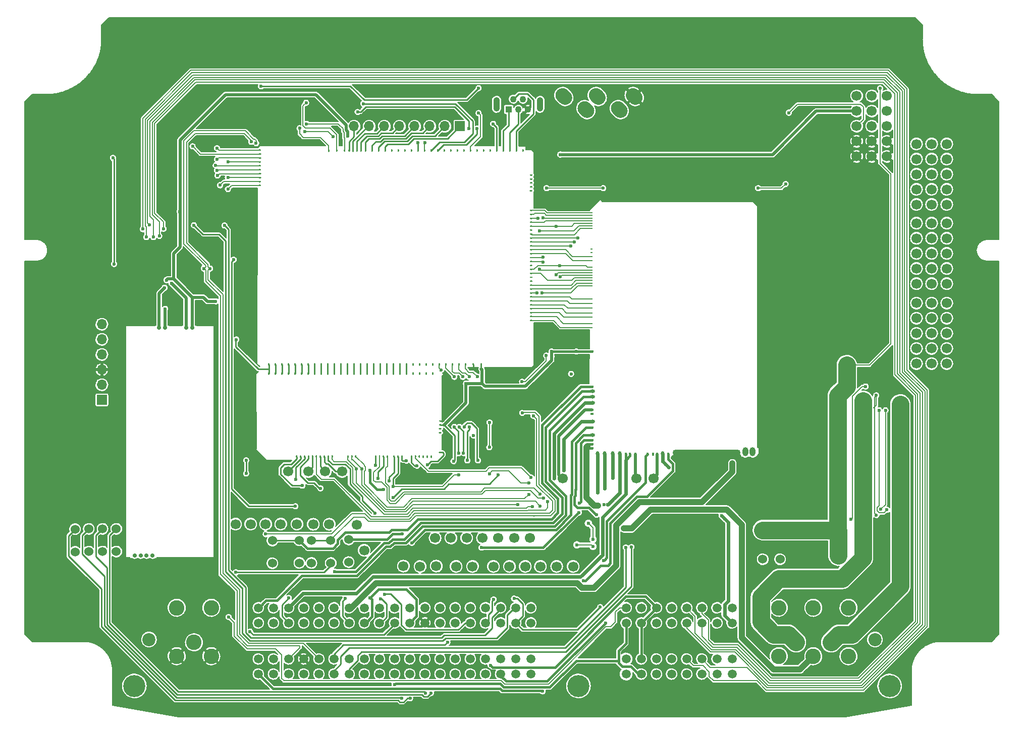
<source format=gbl>
G04 #@! TF.GenerationSoftware,KiCad,Pcbnew,(5.99.0-10483-ga6ad7a4a70)*
G04 #@! TF.CreationDate,2021-06-13T23:03:44+03:00*
G04 #@! TF.ProjectId,hellen121vag,68656c6c-656e-4313-9231-7661672e6b69,b*
G04 #@! TF.SameCoordinates,PX2b953a0PY6943058*
G04 #@! TF.FileFunction,Copper,L2,Bot*
G04 #@! TF.FilePolarity,Positive*
%FSLAX46Y46*%
G04 Gerber Fmt 4.6, Leading zero omitted, Abs format (unit mm)*
G04 Created by KiCad (PCBNEW (5.99.0-10483-ga6ad7a4a70)) date 2021-06-13 23:03:44*
%MOMM*%
%LPD*%
G01*
G04 APERTURE LIST*
G04 #@! TA.AperFunction,ComponentPad*
%ADD10C,3.700000*%
G04 #@! TD*
G04 #@! TA.AperFunction,ComponentPad*
%ADD11C,2.200000*%
G04 #@! TD*
G04 #@! TA.AperFunction,ComponentPad*
%ADD12C,2.600000*%
G04 #@! TD*
G04 #@! TA.AperFunction,ComponentPad*
%ADD13C,1.500000*%
G04 #@! TD*
G04 #@! TA.AperFunction,ComponentPad*
%ADD14C,1.700000*%
G04 #@! TD*
G04 #@! TA.AperFunction,ComponentPad*
%ADD15C,0.599999*%
G04 #@! TD*
G04 #@! TA.AperFunction,SMDPad,CuDef*
%ADD16O,25.600000X0.200000*%
G04 #@! TD*
G04 #@! TA.AperFunction,SMDPad,CuDef*
%ADD17O,0.200000X40.800000*%
G04 #@! TD*
G04 #@! TA.AperFunction,SMDPad,CuDef*
%ADD18O,1.000001X1.500000*%
G04 #@! TD*
G04 #@! TA.AperFunction,SMDPad,CuDef*
%ADD19O,11.400000X1.100000*%
G04 #@! TD*
G04 #@! TA.AperFunction,SMDPad,CuDef*
%ADD20O,0.399999X0.599999*%
G04 #@! TD*
G04 #@! TA.AperFunction,SMDPad,CuDef*
%ADD21O,0.599999X0.800001*%
G04 #@! TD*
G04 #@! TA.AperFunction,SMDPad,CuDef*
%ADD22O,0.599999X0.399999*%
G04 #@! TD*
G04 #@! TA.AperFunction,SMDPad,CuDef*
%ADD23O,0.800001X0.599999*%
G04 #@! TD*
G04 #@! TA.AperFunction,SMDPad,CuDef*
%ADD24O,0.399999X0.200000*%
G04 #@! TD*
G04 #@! TA.AperFunction,ComponentPad*
%ADD25C,1.524000*%
G04 #@! TD*
G04 #@! TA.AperFunction,ComponentPad*
%ADD26C,0.700000*%
G04 #@! TD*
G04 #@! TA.AperFunction,SMDPad,CuDef*
%ADD27R,0.250000X39.250000*%
G04 #@! TD*
G04 #@! TA.AperFunction,SMDPad,CuDef*
%ADD28R,0.950000X0.250000*%
G04 #@! TD*
G04 #@! TA.AperFunction,SMDPad,CuDef*
%ADD29R,5.050000X0.250000*%
G04 #@! TD*
G04 #@! TA.AperFunction,SMDPad,CuDef*
%ADD30R,3.100000X0.250000*%
G04 #@! TD*
G04 #@! TA.AperFunction,SMDPad,CuDef*
%ADD31R,2.250000X0.250000*%
G04 #@! TD*
G04 #@! TA.AperFunction,SMDPad,CuDef*
%ADD32R,9.750000X0.250000*%
G04 #@! TD*
G04 #@! TA.AperFunction,ComponentPad*
%ADD33R,1.700000X1.700000*%
G04 #@! TD*
G04 #@! TA.AperFunction,ComponentPad*
%ADD34O,1.700000X1.700000*%
G04 #@! TD*
G04 #@! TA.AperFunction,ComponentPad*
%ADD35C,0.600000*%
G04 #@! TD*
G04 #@! TA.AperFunction,ComponentPad*
%ADD36R,1.100000X1.100000*%
G04 #@! TD*
G04 #@! TA.AperFunction,ComponentPad*
%ADD37C,1.100000*%
G04 #@! TD*
G04 #@! TA.AperFunction,ComponentPad*
%ADD38O,1.100000X2.400000*%
G04 #@! TD*
G04 #@! TA.AperFunction,SMDPad,CuDef*
%ADD39C,2.000000*%
G04 #@! TD*
G04 #@! TA.AperFunction,ViaPad*
%ADD40C,0.600000*%
G04 #@! TD*
G04 #@! TA.AperFunction,ViaPad*
%ADD41C,2.000000*%
G04 #@! TD*
G04 #@! TA.AperFunction,ViaPad*
%ADD42C,0.800000*%
G04 #@! TD*
G04 #@! TA.AperFunction,Conductor*
%ADD43C,0.400000*%
G04 #@! TD*
G04 #@! TA.AperFunction,Conductor*
%ADD44C,0.500000*%
G04 #@! TD*
G04 #@! TA.AperFunction,Conductor*
%ADD45C,0.254000*%
G04 #@! TD*
G04 #@! TA.AperFunction,Conductor*
%ADD46C,0.250000*%
G04 #@! TD*
G04 #@! TA.AperFunction,Conductor*
%ADD47C,0.200000*%
G04 #@! TD*
G04 #@! TA.AperFunction,Conductor*
%ADD48C,1.778000*%
G04 #@! TD*
G04 #@! TA.AperFunction,Conductor*
%ADD49C,0.600000*%
G04 #@! TD*
G04 #@! TA.AperFunction,Conductor*
%ADD50C,1.000000*%
G04 #@! TD*
G04 #@! TA.AperFunction,Conductor*
%ADD51C,3.000000*%
G04 #@! TD*
G04 APERTURE END LIST*
D10*
G04 #@! TO.P,P1,*
G04 #@! TO.N,*
X145348000Y5492000D03*
X18648000Y5492000D03*
X93148000Y5492000D03*
D11*
X142898000Y13292000D03*
X21098000Y13292000D03*
D12*
G04 #@! TO.P,P1,1,1*
G04 #@! TO.N,GND*
X25748000Y10492000D03*
G04 #@! TO.P,P1,2,2*
X31548000Y10492000D03*
G04 #@! TO.P,P1,3,3*
G04 #@! TO.N,Net-(F1-Pad1)*
X28648000Y12822000D03*
G04 #@! TO.P,P1,4,4*
G04 #@! TO.N,unconnected-(P1-Pad4)*
X25748000Y18622000D03*
G04 #@! TO.P,P1,5,5*
G04 #@! TO.N,/LSU_HEAT-*
X31548000Y18622000D03*
D13*
G04 #@! TO.P,P1,6,6*
G04 #@! TO.N,unconnected-(P1-Pad6)*
X85168000Y18622000D03*
G04 #@! TO.P,P1,7,7*
G04 #@! TO.N,/OUT_IGN2*
X82628000Y18622000D03*
G04 #@! TO.P,P1,8,8*
G04 #@! TO.N,/OUT_IGN7*
X80088000Y18622000D03*
G04 #@! TO.P,P1,9,9*
G04 #@! TO.N,Net-(P1-Pad9)*
X77548000Y18622000D03*
G04 #@! TO.P,P1,10,10*
G04 #@! TO.N,Net-(P1-Pad10)*
X75008000Y18622000D03*
G04 #@! TO.P,P1,11,11*
G04 #@! TO.N,Net-(P1-Pad11)*
X72468000Y18622000D03*
G04 #@! TO.P,P1,12,12*
G04 #@! TO.N,Net-(P1-Pad12)*
X69928000Y18622000D03*
G04 #@! TO.P,P1,13,13*
G04 #@! TO.N,Net-(P1-Pad13)*
X67388000Y18622000D03*
G04 #@! TO.P,P1,14,14*
G04 #@! TO.N,/IN_AFR*
X64848000Y18622000D03*
G04 #@! TO.P,P1,15,15*
G04 #@! TO.N,unconnected-(P1-Pad15)*
X62308000Y18622000D03*
G04 #@! TO.P,P1,16,16*
G04 #@! TO.N,unconnected-(P1-Pad16)*
X59768000Y18622000D03*
G04 #@! TO.P,P1,17,17*
G04 #@! TO.N,Net-(P1-Pad17)*
X57228000Y18622000D03*
G04 #@! TO.P,P1,18,18*
G04 #@! TO.N,/OUT_VVT2_B1*
X54688000Y18622000D03*
G04 #@! TO.P,P1,19,19*
G04 #@! TO.N,/OUT_INJ7*
X52148000Y18622000D03*
G04 #@! TO.P,P1,20,20*
G04 #@! TO.N,Net-(P1-Pad20)*
X49608000Y18622000D03*
G04 #@! TO.P,P1,21,21*
G04 #@! TO.N,Net-(P1-Pad21)*
X47068000Y18622000D03*
G04 #@! TO.P,P1,22,22*
G04 #@! TO.N,/OUT_VVT1_1*
X44528000Y18622000D03*
G04 #@! TO.P,P1,23,23*
G04 #@! TO.N,Net-(P1-Pad23)*
X41988000Y18622000D03*
G04 #@! TO.P,P1,24,24*
G04 #@! TO.N,/OUT_INJ8*
X39448000Y18622000D03*
G04 #@! TO.P,P1,25,25*
G04 #@! TO.N,unconnected-(P1-Pad25)*
X85168000Y16082000D03*
G04 #@! TO.P,P1,26,26*
G04 #@! TO.N,/IN_IAT*
X82628000Y16082000D03*
G04 #@! TO.P,P1,27,27*
G04 #@! TO.N,GNDA*
X80088000Y16082000D03*
G04 #@! TO.P,P1,28,28*
G04 #@! TO.N,Net-(P1-Pad28)*
X77548000Y16082000D03*
G04 #@! TO.P,P1,29,29*
G04 #@! TO.N,/IN_MAF*
X75008000Y16082000D03*
G04 #@! TO.P,P1,30,30*
G04 #@! TO.N,unconnected-(P1-Pad30)*
X72468000Y16082000D03*
G04 #@! TO.P,P1,31,31*
G04 #@! TO.N,unconnected-(P1-Pad31)*
X69928000Y16082000D03*
G04 #@! TO.P,P1,32,32*
G04 #@! TO.N,GND*
X67388000Y16082000D03*
G04 #@! TO.P,P1,33,33*
G04 #@! TO.N,GNDA*
X64848000Y16082000D03*
G04 #@! TO.P,P1,34,34*
G04 #@! TO.N,/IN_PPS1*
X62308000Y16082000D03*
G04 #@! TO.P,P1,35,35*
G04 #@! TO.N,/IN_PPS2*
X59768000Y16082000D03*
G04 #@! TO.P,P1,36,36*
G04 #@! TO.N,GNDA*
X57228000Y16082000D03*
G04 #@! TO.P,P1,37,37*
G04 #@! TO.N,Net-(P1-Pad37)*
X54688000Y16082000D03*
G04 #@! TO.P,P1,38,38*
G04 #@! TO.N,/IN_RES1*
X52148000Y16082000D03*
G04 #@! TO.P,P1,39,39*
G04 #@! TO.N,/IN_RES2*
X49608000Y16082000D03*
G04 #@! TO.P,P1,40,40*
G04 #@! TO.N,Net-(P1-Pad40)*
X47068000Y16082000D03*
G04 #@! TO.P,P1,41,41*
G04 #@! TO.N,Net-(P1-Pad41)*
X44528000Y16082000D03*
G04 #@! TO.P,P1,42,42*
G04 #@! TO.N,unconnected-(P1-Pad42)*
X41988000Y16082000D03*
G04 #@! TO.P,P1,43,43*
G04 #@! TO.N,Net-(P1-Pad43)*
X39448000Y16082000D03*
G04 #@! TO.P,P1,44,44*
G04 #@! TO.N,Net-(P1-Pad44)*
X85168000Y10032000D03*
G04 #@! TO.P,P1,45,45*
G04 #@! TO.N,Net-(P1-Pad45)*
X82628000Y10032000D03*
G04 #@! TO.P,P1,46,46*
G04 #@! TO.N,Net-(P1-Pad46)*
X80088000Y10032000D03*
G04 #@! TO.P,P1,47,47*
G04 #@! TO.N,/OUT_CHECK_ENGINE*
X77548000Y10032000D03*
G04 #@! TO.P,P1,48,48*
G04 #@! TO.N,Net-(P1-Pad48)*
X75008000Y10032000D03*
G04 #@! TO.P,P1,49,49*
G04 #@! TO.N,Net-(P1-Pad49)*
X72468000Y10032000D03*
G04 #@! TO.P,P1,50,50*
G04 #@! TO.N,GNDA*
X69928000Y10032000D03*
G04 #@! TO.P,P1,51,51*
G04 #@! TO.N,Net-(P1-Pad51)*
X67388000Y10032000D03*
G04 #@! TO.P,P1,52,52*
G04 #@! TO.N,Net-(P1-Pad52)*
X64848000Y10032000D03*
G04 #@! TO.P,P1,53,53*
G04 #@! TO.N,+5VA*
X62308000Y10032000D03*
G04 #@! TO.P,P1,54,54*
G04 #@! TO.N,/IN_VSS*
X59768000Y10032000D03*
G04 #@! TO.P,P1,55,55*
G04 #@! TO.N,/IN_D1*
X57228000Y10032000D03*
G04 #@! TO.P,P1,56,56*
G04 #@! TO.N,Net-(P1-Pad56)*
X54688000Y10032000D03*
G04 #@! TO.P,P1,57,57*
G04 #@! TO.N,/IN_D2*
X52148000Y10032000D03*
G04 #@! TO.P,P1,58,58*
G04 #@! TO.N,/CAN-*
X49608000Y10032000D03*
G04 #@! TO.P,P1,59,59*
G04 #@! TO.N,GND*
X47068000Y10032000D03*
G04 #@! TO.P,P1,60,60*
G04 #@! TO.N,/CAN+*
X44528000Y10032000D03*
G04 #@! TO.P,P1,61,61*
G04 #@! TO.N,Net-(P1-Pad61)*
X41988000Y10032000D03*
G04 #@! TO.P,P1,62,62*
G04 #@! TO.N,/V12_PERM*
X39448000Y10032000D03*
G04 #@! TO.P,P1,63,63*
G04 #@! TO.N,Net-(P1-Pad63)*
X85168000Y7492000D03*
G04 #@! TO.P,P1,64,64*
G04 #@! TO.N,Net-(P1-Pad64)*
X82628000Y7492000D03*
G04 #@! TO.P,P1,65,65*
G04 #@! TO.N,/OUT_FUEL_PUMP_RELAY*
X80088000Y7492000D03*
G04 #@! TO.P,P1,66,66*
G04 #@! TO.N,Net-(P1-Pad66)*
X77548000Y7492000D03*
G04 #@! TO.P,P1,67,67*
G04 #@! TO.N,Net-(P1-Pad67)*
X75008000Y7492000D03*
G04 #@! TO.P,P1,68,68*
G04 #@! TO.N,Net-(P1-Pad68)*
X72468000Y7492000D03*
G04 #@! TO.P,P1,69,69*
G04 #@! TO.N,Net-(P1-Pad69)*
X69928000Y7492000D03*
G04 #@! TO.P,P1,70,70*
G04 #@! TO.N,Net-(P1-Pad70)*
X67388000Y7492000D03*
G04 #@! TO.P,P1,71,71*
G04 #@! TO.N,Net-(P1-Pad71)*
X64848000Y7492000D03*
G04 #@! TO.P,P1,72,72*
G04 #@! TO.N,+5VA*
X62308000Y7492000D03*
G04 #@! TO.P,P1,73,73*
X59768000Y7492000D03*
G04 #@! TO.P,P1,74,74*
G04 #@! TO.N,Net-(P1-Pad74)*
X57228000Y7492000D03*
G04 #@! TO.P,P1,75,75*
G04 #@! TO.N,/IN_D3*
X54688000Y7492000D03*
G04 #@! TO.P,P1,76,76*
G04 #@! TO.N,/IN_D4*
X52148000Y7492000D03*
G04 #@! TO.P,P1,77,77*
G04 #@! TO.N,unconnected-(P1-Pad77)*
X49608000Y7492000D03*
G04 #@! TO.P,P1,78,78*
G04 #@! TO.N,unconnected-(P1-Pad78)*
X47068000Y7492000D03*
G04 #@! TO.P,P1,79,79*
G04 #@! TO.N,unconnected-(P1-Pad79)*
X44528000Y7492000D03*
G04 #@! TO.P,P1,80,80*
G04 #@! TO.N,Net-(P1-Pad80)*
X41988000Y7492000D03*
G04 #@! TO.P,P1,81,81*
G04 #@! TO.N,/OUT_FUEL_CONSUM*
X39448000Y7492000D03*
G04 #@! TO.P,P1,82,82*
G04 #@! TO.N,/IN_CRANK+*
X101138000Y7492000D03*
G04 #@! TO.P,P1,83,83*
G04 #@! TO.N,+5VA*
X103678000Y7492000D03*
G04 #@! TO.P,P1,84,84*
G04 #@! TO.N,/IN_TPS2*
X106218000Y7492000D03*
G04 #@! TO.P,P1,85,85*
G04 #@! TO.N,/IN_IAT*
X108758000Y7492000D03*
G04 #@! TO.P,P1,86,86*
G04 #@! TO.N,/IN_CAM1*
X111298000Y7492000D03*
G04 #@! TO.P,P1,87,87*
G04 #@! TO.N,/IN_CAM2*
X113838000Y7492000D03*
G04 #@! TO.P,P1,88,88*
G04 #@! TO.N,/OUT_INJ4*
X116378000Y7492000D03*
G04 #@! TO.P,P1,89,89*
G04 #@! TO.N,/OUT_INJ2*
X118918000Y7492000D03*
G04 #@! TO.P,P1,90,90*
G04 #@! TO.N,/IN_CRANK-*
X101138000Y10032000D03*
G04 #@! TO.P,P1,91,91*
G04 #@! TO.N,GNDA*
X103678000Y10032000D03*
G04 #@! TO.P,P1,92,92*
G04 #@! TO.N,/IN_TPS1*
X106218000Y10032000D03*
G04 #@! TO.P,P1,93,93*
G04 #@! TO.N,/IN_CLT*
X108758000Y10032000D03*
G04 #@! TO.P,P1,94,94*
G04 #@! TO.N,/OUT_IGN4*
X111298000Y10032000D03*
G04 #@! TO.P,P1,95,95*
G04 #@! TO.N,/OUT_IGN8*
X113838000Y10032000D03*
G04 #@! TO.P,P1,96,96*
G04 #@! TO.N,/OUT_INJ1*
X116378000Y10032000D03*
G04 #@! TO.P,P1,97,97*
G04 #@! TO.N,/OUT_INJ3*
X118918000Y10032000D03*
G04 #@! TO.P,P1,98,98*
G04 #@! TO.N,+5VA*
X101138000Y16082000D03*
G04 #@! TO.P,P1,99,99*
G04 #@! TO.N,GNDA*
X103678000Y16082000D03*
G04 #@! TO.P,P1,100,100*
G04 #@! TO.N,unconnected-(P1-Pad100)*
X106218000Y16082000D03*
G04 #@! TO.P,P1,101,101*
G04 #@! TO.N,/IN_MAP2*
X108758000Y16082000D03*
G04 #@! TO.P,P1,102,102*
G04 #@! TO.N,/OUT_IGN1*
X111298000Y16082000D03*
G04 #@! TO.P,P1,103,103*
G04 #@! TO.N,/OUT_IGN5*
X113838000Y16082000D03*
G04 #@! TO.P,P1,104,104*
G04 #@! TO.N,/OUT_WASTEGATE*
X116378000Y16082000D03*
G04 #@! TO.P,P1,105,105*
G04 #@! TO.N,/OUT_IDLE*
X118918000Y16082000D03*
G04 #@! TO.P,P1,106,106*
G04 #@! TO.N,/IN_KNOCK1_RAW*
X101138000Y18622000D03*
G04 #@! TO.P,P1,107,107*
G04 #@! TO.N,/IN_KNOCK2_RAW*
X103678000Y18622000D03*
G04 #@! TO.P,P1,108,108*
G04 #@! TO.N,GNDA*
X106218000Y18622000D03*
G04 #@! TO.P,P1,109,109*
G04 #@! TO.N,unconnected-(P1-Pad109)*
X108758000Y18622000D03*
G04 #@! TO.P,P1,110,110*
G04 #@! TO.N,/OUT_IGN6*
X111298000Y18622000D03*
G04 #@! TO.P,P1,111,111*
G04 #@! TO.N,/OUT_IGN3*
X113838000Y18622000D03*
G04 #@! TO.P,P1,112,112*
G04 #@! TO.N,/OUT_INJ6*
X116378000Y18622000D03*
G04 #@! TO.P,P1,113,113*
G04 #@! TO.N,/OUT_INJ5*
X118918000Y18622000D03*
D12*
G04 #@! TO.P,P1,114,114*
G04 #@! TO.N,unconnected-(P1-Pad114)*
X126748000Y10492000D03*
G04 #@! TO.P,P1,115,115*
G04 #@! TO.N,/OUT_VVT1_2*
X132548000Y10492000D03*
G04 #@! TO.P,P1,116,116*
G04 #@! TO.N,unconnected-(P1-Pad116)*
X138448000Y10492000D03*
G04 #@! TO.P,P1,117,117*
G04 #@! TO.N,/+ETB_OUT*
X129648000Y12822000D03*
G04 #@! TO.P,P1,118,118*
G04 #@! TO.N,/-ETB_OUT*
X135548000Y12822000D03*
G04 #@! TO.P,P1,119,119*
G04 #@! TO.N,unconnected-(P1-Pad119)*
X126748000Y18622000D03*
G04 #@! TO.P,P1,120,120*
G04 #@! TO.N,/OUT_VVT2_B2*
X132548000Y18622000D03*
G04 #@! TO.P,P1,121,121*
G04 #@! TO.N,Net-(F2-Pad1)*
X138448000Y18622000D03*
G04 #@! TD*
G04 #@! TO.P,M3,E1,SPI1_SCK*
G04 #@! TO.N,unconnected-(M3-PadE1)*
G04 #@! TA.AperFunction,SMDPad,CuDef*
G36*
G01*
X85339497Y91171375D02*
X85089497Y91171375D01*
G75*
G02*
X84964497Y91296375I0J125000D01*
G01*
X84964497Y91296375D01*
G75*
G02*
X85089497Y91421375I125000J0D01*
G01*
X85339497Y91421375D01*
G75*
G02*
X85464497Y91296375I0J-125000D01*
G01*
X85464497Y91296375D01*
G75*
G02*
X85339497Y91171375I-125000J0D01*
G01*
G37*
G04 #@! TD.AperFunction*
G04 #@! TO.P,M3,E2,SPI1_MISO*
G04 #@! TO.N,unconnected-(M3-PadE2)*
G04 #@! TA.AperFunction,SMDPad,CuDef*
G36*
G01*
X85089497Y90761377D02*
X85339497Y90761377D01*
G75*
G02*
X85464497Y90636377I0J-125000D01*
G01*
X85464497Y90636377D01*
G75*
G02*
X85339497Y90511377I-125000J0D01*
G01*
X85089497Y90511377D01*
G75*
G02*
X84964497Y90636377I0J125000D01*
G01*
X84964497Y90636377D01*
G75*
G02*
X85089497Y90761377I125000J0D01*
G01*
G37*
G04 #@! TD.AperFunction*
G04 #@! TO.P,M3,E3,SPI1_MOSI*
G04 #@! TO.N,unconnected-(M3-PadE3)*
G04 #@! TA.AperFunction,SMDPad,CuDef*
G36*
G01*
X85089497Y90101372D02*
X85339497Y90101372D01*
G75*
G02*
X85464497Y89976372I0J-125000D01*
G01*
X85464497Y89976372D01*
G75*
G02*
X85339497Y89851372I-125000J0D01*
G01*
X85089497Y89851372D01*
G75*
G02*
X84964497Y89976372I0J125000D01*
G01*
X84964497Y89976372D01*
G75*
G02*
X85089497Y90101372I125000J0D01*
G01*
G37*
G04 #@! TD.AperFunction*
G04 #@! TO.P,M3,E4,SPI1_CS1*
G04 #@! TO.N,unconnected-(M3-PadE4)*
G04 #@! TA.AperFunction,SMDPad,CuDef*
G36*
G01*
X85089497Y89441377D02*
X85339497Y89441377D01*
G75*
G02*
X85464497Y89316377I0J-125000D01*
G01*
X85464497Y89316377D01*
G75*
G02*
X85339497Y89191377I-125000J0D01*
G01*
X85089497Y89191377D01*
G75*
G02*
X84964497Y89316377I0J125000D01*
G01*
X84964497Y89316377D01*
G75*
G02*
X85089497Y89441377I125000J0D01*
G01*
G37*
G04 #@! TD.AperFunction*
G04 #@! TO.P,M3,E5,SPI1_CS2*
G04 #@! TO.N,unconnected-(M3-PadE5)*
G04 #@! TA.AperFunction,SMDPad,CuDef*
G36*
G01*
X85089497Y88781375D02*
X85339497Y88781375D01*
G75*
G02*
X85464497Y88656375I0J-125000D01*
G01*
X85464497Y88656375D01*
G75*
G02*
X85339497Y88531375I-125000J0D01*
G01*
X85089497Y88531375D01*
G75*
G02*
X84964497Y88656375I0J125000D01*
G01*
X84964497Y88656375D01*
G75*
G02*
X85089497Y88781375I125000J0D01*
G01*
G37*
G04 #@! TD.AperFunction*
G04 #@! TO.P,M3,E6,OUT_IO3*
G04 #@! TO.N,/MAIN_RELAY*
G04 #@! TA.AperFunction,SMDPad,CuDef*
G36*
G01*
X85089497Y85481374D02*
X85339497Y85481374D01*
G75*
G02*
X85464497Y85356374I0J-125000D01*
G01*
X85464497Y85356374D01*
G75*
G02*
X85339497Y85231374I-125000J0D01*
G01*
X85089497Y85231374D01*
G75*
G02*
X84964497Y85356374I0J125000D01*
G01*
X84964497Y85356374D01*
G75*
G02*
X85089497Y85481374I125000J0D01*
G01*
G37*
G04 #@! TD.AperFunction*
G04 #@! TO.P,M3,E7,OUT_IO5*
G04 #@! TO.N,/OUT1*
G04 #@! TA.AperFunction,SMDPad,CuDef*
G36*
G01*
X85089497Y84821373D02*
X85339497Y84821373D01*
G75*
G02*
X85464497Y84696373I0J-125000D01*
G01*
X85464497Y84696373D01*
G75*
G02*
X85339497Y84571373I-125000J0D01*
G01*
X85089497Y84571373D01*
G75*
G02*
X84964497Y84696373I0J125000D01*
G01*
X84964497Y84696373D01*
G75*
G02*
X85089497Y84821373I125000J0D01*
G01*
G37*
G04 #@! TD.AperFunction*
G04 #@! TO.P,M3,E8,OUT_IO1*
G04 #@! TO.N,/FUEL_PUMP_RELAY*
G04 #@! TA.AperFunction,SMDPad,CuDef*
G36*
G01*
X85089497Y84161371D02*
X85339497Y84161371D01*
G75*
G02*
X85464497Y84036371I0J-125000D01*
G01*
X85464497Y84036371D01*
G75*
G02*
X85339497Y83911371I-125000J0D01*
G01*
X85089497Y83911371D01*
G75*
G02*
X84964497Y84036371I0J125000D01*
G01*
X84964497Y84036371D01*
G75*
G02*
X85089497Y84161371I125000J0D01*
G01*
G37*
G04 #@! TD.AperFunction*
G04 #@! TO.P,M3,E9,OUT_IO6*
G04 #@! TO.N,/OUT2*
G04 #@! TA.AperFunction,SMDPad,CuDef*
G36*
G01*
X85089497Y83501373D02*
X85339497Y83501373D01*
G75*
G02*
X85464497Y83376373I0J-125000D01*
G01*
X85464497Y83376373D01*
G75*
G02*
X85339497Y83251373I-125000J0D01*
G01*
X85089497Y83251373D01*
G75*
G02*
X84964497Y83376373I0J125000D01*
G01*
X84964497Y83376373D01*
G75*
G02*
X85089497Y83501373I125000J0D01*
G01*
G37*
G04 #@! TD.AperFunction*
G04 #@! TO.P,M3,E10,OUT_IO10*
G04 #@! TO.N,/VVT1_1*
G04 #@! TA.AperFunction,SMDPad,CuDef*
G36*
G01*
X85089497Y82841371D02*
X85339497Y82841371D01*
G75*
G02*
X85464497Y82716371I0J-125000D01*
G01*
X85464497Y82716371D01*
G75*
G02*
X85339497Y82591371I-125000J0D01*
G01*
X85089497Y82591371D01*
G75*
G02*
X84964497Y82716371I0J125000D01*
G01*
X84964497Y82716371D01*
G75*
G02*
X85089497Y82841371I125000J0D01*
G01*
G37*
G04 #@! TD.AperFunction*
G04 #@! TO.P,M3,E11,OUT_IO9*
G04 #@! TO.N,unconnected-(M3-PadE11)*
G04 #@! TA.AperFunction,SMDPad,CuDef*
G36*
G01*
X85089497Y82181373D02*
X85339497Y82181373D01*
G75*
G02*
X85464497Y82056373I0J-125000D01*
G01*
X85464497Y82056373D01*
G75*
G02*
X85339497Y81931373I-125000J0D01*
G01*
X85089497Y81931373D01*
G75*
G02*
X84964497Y82056373I0J125000D01*
G01*
X84964497Y82056373D01*
G75*
G02*
X85089497Y82181373I125000J0D01*
G01*
G37*
G04 #@! TD.AperFunction*
G04 #@! TO.P,M3,E12,OUT_IO2*
G04 #@! TO.N,/WASTEGATE*
G04 #@! TA.AperFunction,SMDPad,CuDef*
G36*
G01*
X85089497Y81521372D02*
X85339497Y81521372D01*
G75*
G02*
X85464497Y81396372I0J-125000D01*
G01*
X85464497Y81396372D01*
G75*
G02*
X85339497Y81271372I-125000J0D01*
G01*
X85089497Y81271372D01*
G75*
G02*
X84964497Y81396372I0J125000D01*
G01*
X84964497Y81396372D01*
G75*
G02*
X85089497Y81521372I125000J0D01*
G01*
G37*
G04 #@! TD.AperFunction*
G04 #@! TO.P,M3,E13,OUT_IO12*
G04 #@! TO.N,/ETB_EN*
G04 #@! TA.AperFunction,SMDPad,CuDef*
G36*
G01*
X85089497Y80861373D02*
X85339497Y80861373D01*
G75*
G02*
X85464497Y80736373I0J-125000D01*
G01*
X85464497Y80736373D01*
G75*
G02*
X85339497Y80611373I-125000J0D01*
G01*
X85089497Y80611373D01*
G75*
G02*
X84964497Y80736373I0J125000D01*
G01*
X84964497Y80736373D01*
G75*
G02*
X85089497Y80861373I125000J0D01*
G01*
G37*
G04 #@! TD.AperFunction*
G04 #@! TO.P,M3,E14,OUT_PWM2*
G04 #@! TO.N,/+ETB*
G04 #@! TA.AperFunction,SMDPad,CuDef*
G36*
G01*
X85089497Y80201372D02*
X85339497Y80201372D01*
G75*
G02*
X85464497Y80076372I0J-125000D01*
G01*
X85464497Y80076372D01*
G75*
G02*
X85339497Y79951372I-125000J0D01*
G01*
X85089497Y79951372D01*
G75*
G02*
X84964497Y80076372I0J125000D01*
G01*
X84964497Y80076372D01*
G75*
G02*
X85089497Y80201372I125000J0D01*
G01*
G37*
G04 #@! TD.AperFunction*
G04 #@! TO.P,M3,E15,OUT_PWM3*
G04 #@! TO.N,/-ETB*
G04 #@! TA.AperFunction,SMDPad,CuDef*
G36*
G01*
X85089497Y79541373D02*
X85339497Y79541373D01*
G75*
G02*
X85464497Y79416373I0J-125000D01*
G01*
X85464497Y79416373D01*
G75*
G02*
X85339497Y79291373I-125000J0D01*
G01*
X85089497Y79291373D01*
G75*
G02*
X84964497Y79416373I0J125000D01*
G01*
X84964497Y79416373D01*
G75*
G02*
X85089497Y79541373I125000J0D01*
G01*
G37*
G04 #@! TD.AperFunction*
G04 #@! TO.P,M3,E16,OUT_PWM4*
G04 #@! TO.N,/VVT2_B2*
G04 #@! TA.AperFunction,SMDPad,CuDef*
G36*
G01*
X85089497Y78881372D02*
X85339497Y78881372D01*
G75*
G02*
X85464497Y78756372I0J-125000D01*
G01*
X85464497Y78756372D01*
G75*
G02*
X85339497Y78631372I-125000J0D01*
G01*
X85089497Y78631372D01*
G75*
G02*
X84964497Y78756372I0J125000D01*
G01*
X84964497Y78756372D01*
G75*
G02*
X85089497Y78881372I125000J0D01*
G01*
G37*
G04 #@! TD.AperFunction*
G04 #@! TO.P,M3,E17,OUT_PWM5*
G04 #@! TO.N,/VVT2_B1*
G04 #@! TA.AperFunction,SMDPad,CuDef*
G36*
G01*
X85089497Y78221373D02*
X85339497Y78221373D01*
G75*
G02*
X85464497Y78096373I0J-125000D01*
G01*
X85464497Y78096373D01*
G75*
G02*
X85339497Y77971373I-125000J0D01*
G01*
X85089497Y77971373D01*
G75*
G02*
X84964497Y78096373I0J125000D01*
G01*
X84964497Y78096373D01*
G75*
G02*
X85089497Y78221373I125000J0D01*
G01*
G37*
G04 #@! TD.AperFunction*
G04 #@! TO.P,M3,E18,OUT_PWM6*
G04 #@! TO.N,/IDLE*
G04 #@! TA.AperFunction,SMDPad,CuDef*
G36*
G01*
X85089497Y77561372D02*
X85339497Y77561372D01*
G75*
G02*
X85464497Y77436372I0J-125000D01*
G01*
X85464497Y77436372D01*
G75*
G02*
X85339497Y77311372I-125000J0D01*
G01*
X85089497Y77311372D01*
G75*
G02*
X84964497Y77436372I0J125000D01*
G01*
X84964497Y77436372D01*
G75*
G02*
X85089497Y77561372I125000J0D01*
G01*
G37*
G04 #@! TD.AperFunction*
G04 #@! TO.P,M3,E19,OUT_PWM7*
G04 #@! TO.N,/FUEL_CONSUM*
G04 #@! TA.AperFunction,SMDPad,CuDef*
G36*
G01*
X85089497Y76901373D02*
X85339497Y76901373D01*
G75*
G02*
X85464497Y76776373I0J-125000D01*
G01*
X85464497Y76776373D01*
G75*
G02*
X85339497Y76651373I-125000J0D01*
G01*
X85089497Y76651373D01*
G75*
G02*
X84964497Y76776373I0J125000D01*
G01*
X84964497Y76776373D01*
G75*
G02*
X85089497Y76901373I125000J0D01*
G01*
G37*
G04 #@! TD.AperFunction*
G04 #@! TO.P,M3,E20,OUT_IO11*
G04 #@! TO.N,unconnected-(M3-PadE20)*
G04 #@! TA.AperFunction,SMDPad,CuDef*
G36*
G01*
X85089497Y76241372D02*
X85339497Y76241372D01*
G75*
G02*
X85464497Y76116372I0J-125000D01*
G01*
X85464497Y76116372D01*
G75*
G02*
X85339497Y75991372I-125000J0D01*
G01*
X85089497Y75991372D01*
G75*
G02*
X84964497Y76116372I0J125000D01*
G01*
X84964497Y76116372D01*
G75*
G02*
X85089497Y76241372I125000J0D01*
G01*
G37*
G04 #@! TD.AperFunction*
G04 #@! TO.P,M3,E21,OUT_IO7*
G04 #@! TO.N,/VVT1_2*
G04 #@! TA.AperFunction,SMDPad,CuDef*
G36*
G01*
X85089497Y75581373D02*
X85339497Y75581373D01*
G75*
G02*
X85464497Y75456373I0J-125000D01*
G01*
X85464497Y75456373D01*
G75*
G02*
X85339497Y75331373I-125000J0D01*
G01*
X85089497Y75331373D01*
G75*
G02*
X84964497Y75456373I0J125000D01*
G01*
X84964497Y75456373D01*
G75*
G02*
X85089497Y75581373I125000J0D01*
G01*
G37*
G04 #@! TD.AperFunction*
G04 #@! TO.P,M3,E22,OUT_IO8*
G04 #@! TO.N,/CHECK_ENGINE*
G04 #@! TA.AperFunction,SMDPad,CuDef*
G36*
G01*
X85089497Y74921372D02*
X85339497Y74921372D01*
G75*
G02*
X85464497Y74796372I0J-125000D01*
G01*
X85464497Y74796372D01*
G75*
G02*
X85339497Y74671372I-125000J0D01*
G01*
X85089497Y74671372D01*
G75*
G02*
X84964497Y74796372I0J125000D01*
G01*
X84964497Y74796372D01*
G75*
G02*
X85089497Y74921372I125000J0D01*
G01*
G37*
G04 #@! TD.AperFunction*
G04 #@! TO.P,M3,E23,OUT_IO4*
G04 #@! TO.N,unconnected-(M3-PadE23)*
G04 #@! TA.AperFunction,SMDPad,CuDef*
G36*
G01*
X85089497Y74261373D02*
X85339497Y74261373D01*
G75*
G02*
X85464497Y74136373I0J-125000D01*
G01*
X85464497Y74136373D01*
G75*
G02*
X85339497Y74011373I-125000J0D01*
G01*
X85089497Y74011373D01*
G75*
G02*
X84964497Y74136373I0J125000D01*
G01*
X84964497Y74136373D01*
G75*
G02*
X85089497Y74261373I125000J0D01*
G01*
G37*
G04 #@! TD.AperFunction*
G04 #@! TO.P,M3,E24,OUT_IO13*
G04 #@! TO.N,unconnected-(M3-PadE24)*
G04 #@! TA.AperFunction,SMDPad,CuDef*
G36*
G01*
X85089497Y73601372D02*
X85339497Y73601372D01*
G75*
G02*
X85464497Y73476372I0J-125000D01*
G01*
X85464497Y73476372D01*
G75*
G02*
X85339497Y73351372I-125000J0D01*
G01*
X85089497Y73351372D01*
G75*
G02*
X84964497Y73476372I0J125000D01*
G01*
X84964497Y73476372D01*
G75*
G02*
X85089497Y73601372I125000J0D01*
G01*
G37*
G04 #@! TD.AperFunction*
G04 #@! TO.P,M3,E25,OUT_INJ1*
G04 #@! TO.N,/INJ1*
G04 #@! TA.AperFunction,SMDPad,CuDef*
G36*
G01*
X85089497Y72941373D02*
X85339497Y72941373D01*
G75*
G02*
X85464497Y72816373I0J-125000D01*
G01*
X85464497Y72816373D01*
G75*
G02*
X85339497Y72691373I-125000J0D01*
G01*
X85089497Y72691373D01*
G75*
G02*
X84964497Y72816373I0J125000D01*
G01*
X84964497Y72816373D01*
G75*
G02*
X85089497Y72941373I125000J0D01*
G01*
G37*
G04 #@! TD.AperFunction*
G04 #@! TO.P,M3,E26,OUT_INJ2*
G04 #@! TO.N,/INJ2*
G04 #@! TA.AperFunction,SMDPad,CuDef*
G36*
G01*
X85089497Y72281372D02*
X85339497Y72281372D01*
G75*
G02*
X85464497Y72156372I0J-125000D01*
G01*
X85464497Y72156372D01*
G75*
G02*
X85339497Y72031372I-125000J0D01*
G01*
X85089497Y72031372D01*
G75*
G02*
X84964497Y72156372I0J125000D01*
G01*
X84964497Y72156372D01*
G75*
G02*
X85089497Y72281372I125000J0D01*
G01*
G37*
G04 #@! TD.AperFunction*
G04 #@! TO.P,M3,E27,OUT_PWM1*
G04 #@! TO.N,/TACH*
G04 #@! TA.AperFunction,SMDPad,CuDef*
G36*
G01*
X85089497Y71621374D02*
X85339497Y71621374D01*
G75*
G02*
X85464497Y71496374I0J-125000D01*
G01*
X85464497Y71496374D01*
G75*
G02*
X85339497Y71371374I-125000J0D01*
G01*
X85089497Y71371374D01*
G75*
G02*
X84964497Y71496374I0J125000D01*
G01*
X84964497Y71496374D01*
G75*
G02*
X85089497Y71621374I125000J0D01*
G01*
G37*
G04 #@! TD.AperFunction*
G04 #@! TO.P,M3,E28,OUT_PWM8*
G04 #@! TO.N,/OUT3*
G04 #@! TA.AperFunction,SMDPad,CuDef*
G36*
G01*
X85089497Y70961372D02*
X85339497Y70961372D01*
G75*
G02*
X85464497Y70836372I0J-125000D01*
G01*
X85464497Y70836372D01*
G75*
G02*
X85339497Y70711372I-125000J0D01*
G01*
X85089497Y70711372D01*
G75*
G02*
X84964497Y70836372I0J125000D01*
G01*
X84964497Y70836372D01*
G75*
G02*
X85089497Y70961372I125000J0D01*
G01*
G37*
G04 #@! TD.AperFunction*
G04 #@! TO.P,M3,E29,OUT_INJ3*
G04 #@! TO.N,/INJ3*
G04 #@! TA.AperFunction,SMDPad,CuDef*
G36*
G01*
X85089497Y70301374D02*
X85339497Y70301374D01*
G75*
G02*
X85464497Y70176374I0J-125000D01*
G01*
X85464497Y70176374D01*
G75*
G02*
X85339497Y70051374I-125000J0D01*
G01*
X85089497Y70051374D01*
G75*
G02*
X84964497Y70176374I0J125000D01*
G01*
X84964497Y70176374D01*
G75*
G02*
X85089497Y70301374I125000J0D01*
G01*
G37*
G04 #@! TD.AperFunction*
G04 #@! TO.P,M3,E30,OUT_INJ4*
G04 #@! TO.N,/INJ4*
G04 #@! TA.AperFunction,SMDPad,CuDef*
G36*
G01*
X85089497Y69641372D02*
X85339497Y69641372D01*
G75*
G02*
X85464497Y69516372I0J-125000D01*
G01*
X85464497Y69516372D01*
G75*
G02*
X85339497Y69391372I-125000J0D01*
G01*
X85089497Y69391372D01*
G75*
G02*
X84964497Y69516372I0J125000D01*
G01*
X84964497Y69516372D01*
G75*
G02*
X85089497Y69641372I125000J0D01*
G01*
G37*
G04 #@! TD.AperFunction*
G04 #@! TO.P,M3,E31,OUT_INJ5*
G04 #@! TO.N,/INJ5*
G04 #@! TA.AperFunction,SMDPad,CuDef*
G36*
G01*
X85089497Y68981374D02*
X85339497Y68981374D01*
G75*
G02*
X85464497Y68856374I0J-125000D01*
G01*
X85464497Y68856374D01*
G75*
G02*
X85339497Y68731374I-125000J0D01*
G01*
X85089497Y68731374D01*
G75*
G02*
X84964497Y68856374I0J125000D01*
G01*
X84964497Y68856374D01*
G75*
G02*
X85089497Y68981374I125000J0D01*
G01*
G37*
G04 #@! TD.AperFunction*
G04 #@! TO.P,M3,E32,OUT_INJ6*
G04 #@! TO.N,/INJ6*
G04 #@! TA.AperFunction,SMDPad,CuDef*
G36*
G01*
X85089497Y68321373D02*
X85339497Y68321373D01*
G75*
G02*
X85464497Y68196373I0J-125000D01*
G01*
X85464497Y68196373D01*
G75*
G02*
X85339497Y68071373I-125000J0D01*
G01*
X85089497Y68071373D01*
G75*
G02*
X84964497Y68196373I0J125000D01*
G01*
X84964497Y68196373D01*
G75*
G02*
X85089497Y68321373I125000J0D01*
G01*
G37*
G04 #@! TD.AperFunction*
G04 #@! TO.P,M3,E33,OUT_INJ7*
G04 #@! TO.N,/INJ7*
G04 #@! TA.AperFunction,SMDPad,CuDef*
G36*
G01*
X85089497Y67661374D02*
X85339497Y67661374D01*
G75*
G02*
X85464497Y67536374I0J-125000D01*
G01*
X85464497Y67536374D01*
G75*
G02*
X85339497Y67411374I-125000J0D01*
G01*
X85089497Y67411374D01*
G75*
G02*
X84964497Y67536374I0J125000D01*
G01*
X84964497Y67536374D01*
G75*
G02*
X85089497Y67661374I125000J0D01*
G01*
G37*
G04 #@! TD.AperFunction*
G04 #@! TO.P,M3,E34,OUT_INJ8*
G04 #@! TO.N,/INJ8*
G04 #@! TA.AperFunction,SMDPad,CuDef*
G36*
G01*
X85089497Y67001373D02*
X85339497Y67001373D01*
G75*
G02*
X85464497Y66876373I0J-125000D01*
G01*
X85464497Y66876373D01*
G75*
G02*
X85339497Y66751373I-125000J0D01*
G01*
X85089497Y66751373D01*
G75*
G02*
X84964497Y66876373I0J125000D01*
G01*
X84964497Y66876373D01*
G75*
G02*
X85089497Y67001373I125000J0D01*
G01*
G37*
G04 #@! TD.AperFunction*
G04 #@! TO.P,M3,N1,CAN_VIO*
G04 #@! TO.N,/CAN_VIO*
G04 #@! TA.AperFunction,SMDPad,CuDef*
G36*
G01*
X51392499Y95548377D02*
X51392499Y95298377D01*
G75*
G02*
X51267499Y95173377I-125000J0D01*
G01*
X51267499Y95173377D01*
G75*
G02*
X51142499Y95298377I0J125000D01*
G01*
X51142499Y95548377D01*
G75*
G02*
X51267499Y95673377I125000J0D01*
G01*
X51267499Y95673377D01*
G75*
G02*
X51392499Y95548377I0J-125000D01*
G01*
G37*
G04 #@! TD.AperFunction*
G04 #@! TO.P,M3,N2,CAN_RX*
G04 #@! TO.N,/CAN_RX*
G04 #@! TA.AperFunction,SMDPad,CuDef*
G36*
G01*
X52462501Y95298377D02*
X52462501Y95548377D01*
G75*
G02*
X52587501Y95673377I125000J0D01*
G01*
X52587501Y95673377D01*
G75*
G02*
X52712501Y95548377I0J-125000D01*
G01*
X52712501Y95298377D01*
G75*
G02*
X52587501Y95173377I-125000J0D01*
G01*
X52587501Y95173377D01*
G75*
G02*
X52462501Y95298377I0J125000D01*
G01*
G37*
G04 #@! TD.AperFunction*
G04 #@! TO.P,M3,N3,CAN_TX*
G04 #@! TO.N,/CAN_TX*
G04 #@! TA.AperFunction,SMDPad,CuDef*
G36*
G01*
X53782504Y95298377D02*
X53782504Y95548377D01*
G75*
G02*
X53907504Y95673377I125000J0D01*
G01*
X53907504Y95673377D01*
G75*
G02*
X54032504Y95548377I0J-125000D01*
G01*
X54032504Y95298377D01*
G75*
G02*
X53907504Y95173377I-125000J0D01*
G01*
X53907504Y95173377D01*
G75*
G02*
X53782504Y95298377I0J125000D01*
G01*
G37*
G04 #@! TD.AperFunction*
G04 #@! TO.P,M3,N4,UART1_TX*
G04 #@! TO.N,/TX1*
G04 #@! TA.AperFunction,SMDPad,CuDef*
G36*
G01*
X54542502Y95298377D02*
X54542502Y95548377D01*
G75*
G02*
X54667502Y95673377I125000J0D01*
G01*
X54667502Y95673377D01*
G75*
G02*
X54792502Y95548377I0J-125000D01*
G01*
X54792502Y95298377D01*
G75*
G02*
X54667502Y95173377I-125000J0D01*
G01*
X54667502Y95173377D01*
G75*
G02*
X54542502Y95298377I0J125000D01*
G01*
G37*
G04 #@! TD.AperFunction*
G04 #@! TO.P,M3,N5,UART1_RX*
G04 #@! TO.N,/RX1*
G04 #@! TA.AperFunction,SMDPad,CuDef*
G36*
G01*
X55207505Y95298377D02*
X55207505Y95548377D01*
G75*
G02*
X55332505Y95673377I125000J0D01*
G01*
X55332505Y95673377D01*
G75*
G02*
X55457505Y95548377I0J-125000D01*
G01*
X55457505Y95298377D01*
G75*
G02*
X55332505Y95173377I-125000J0D01*
G01*
X55332505Y95173377D01*
G75*
G02*
X55207505Y95298377I0J125000D01*
G01*
G37*
G04 #@! TD.AperFunction*
G04 #@! TO.P,M3,N6,UART2_TX*
G04 #@! TO.N,/TX2*
G04 #@! TA.AperFunction,SMDPad,CuDef*
G36*
G01*
X55872507Y95298377D02*
X55872507Y95548377D01*
G75*
G02*
X55997507Y95673377I125000J0D01*
G01*
X55997507Y95673377D01*
G75*
G02*
X56122507Y95548377I0J-125000D01*
G01*
X56122507Y95298377D01*
G75*
G02*
X55997507Y95173377I-125000J0D01*
G01*
X55997507Y95173377D01*
G75*
G02*
X55872507Y95298377I0J125000D01*
G01*
G37*
G04 #@! TD.AperFunction*
G04 #@! TO.P,M3,N7,UART2_RX*
G04 #@! TO.N,/RX2*
G04 #@! TA.AperFunction,SMDPad,CuDef*
G36*
G01*
X56537497Y95298377D02*
X56537497Y95548377D01*
G75*
G02*
X56662497Y95673377I125000J0D01*
G01*
X56662497Y95673377D01*
G75*
G02*
X56787497Y95548377I0J-125000D01*
G01*
X56787497Y95298377D01*
G75*
G02*
X56662497Y95173377I-125000J0D01*
G01*
X56662497Y95173377D01*
G75*
G02*
X56537497Y95298377I0J125000D01*
G01*
G37*
G04 #@! TD.AperFunction*
G04 #@! TO.P,M3,N8,SPI3_CS*
G04 #@! TO.N,/SPI3_CS*
G04 #@! TA.AperFunction,SMDPad,CuDef*
G36*
G01*
X57312497Y95298377D02*
X57312497Y95548377D01*
G75*
G02*
X57437497Y95673377I125000J0D01*
G01*
X57437497Y95673377D01*
G75*
G02*
X57562497Y95548377I0J-125000D01*
G01*
X57562497Y95298377D01*
G75*
G02*
X57437497Y95173377I-125000J0D01*
G01*
X57437497Y95173377D01*
G75*
G02*
X57312497Y95298377I0J125000D01*
G01*
G37*
G04 #@! TD.AperFunction*
G04 #@! TO.P,M3,N9,SPI3_SCK*
G04 #@! TO.N,/SPI3_SCK*
G04 #@! TA.AperFunction,SMDPad,CuDef*
G36*
G01*
X58412495Y95298377D02*
X58412495Y95548377D01*
G75*
G02*
X58537495Y95673377I125000J0D01*
G01*
X58537495Y95673377D01*
G75*
G02*
X58662495Y95548377I0J-125000D01*
G01*
X58662495Y95298377D01*
G75*
G02*
X58537495Y95173377I-125000J0D01*
G01*
X58537495Y95173377D01*
G75*
G02*
X58412495Y95298377I0J125000D01*
G01*
G37*
G04 #@! TD.AperFunction*
G04 #@! TO.P,M3,N10,SPI3_MISO*
G04 #@! TO.N,/SPI3_MISO*
G04 #@! TA.AperFunction,SMDPad,CuDef*
G36*
G01*
X59512492Y95298377D02*
X59512492Y95548377D01*
G75*
G02*
X59637492Y95673377I125000J0D01*
G01*
X59637492Y95673377D01*
G75*
G02*
X59762492Y95548377I0J-125000D01*
G01*
X59762492Y95298377D01*
G75*
G02*
X59637492Y95173377I-125000J0D01*
G01*
X59637492Y95173377D01*
G75*
G02*
X59512492Y95298377I0J125000D01*
G01*
G37*
G04 #@! TD.AperFunction*
G04 #@! TO.P,M3,N11,SPI3_MOSI*
G04 #@! TO.N,/SPI3_MOSI*
G04 #@! TA.AperFunction,SMDPad,CuDef*
G36*
G01*
X60612490Y95298377D02*
X60612490Y95548377D01*
G75*
G02*
X60737490Y95673377I125000J0D01*
G01*
X60737490Y95673377D01*
G75*
G02*
X60862490Y95548377I0J-125000D01*
G01*
X60862490Y95298377D01*
G75*
G02*
X60737490Y95173377I-125000J0D01*
G01*
X60737490Y95173377D01*
G75*
G02*
X60612490Y95298377I0J125000D01*
G01*
G37*
G04 #@! TD.AperFunction*
G04 #@! TO.P,M3,N12,IO1*
G04 #@! TO.N,/IO1*
G04 #@! TA.AperFunction,SMDPad,CuDef*
G36*
G01*
X61712488Y95298377D02*
X61712488Y95548377D01*
G75*
G02*
X61837488Y95673377I125000J0D01*
G01*
X61837488Y95673377D01*
G75*
G02*
X61962488Y95548377I0J-125000D01*
G01*
X61962488Y95298377D01*
G75*
G02*
X61837488Y95173377I-125000J0D01*
G01*
X61837488Y95173377D01*
G75*
G02*
X61712488Y95298377I0J125000D01*
G01*
G37*
G04 #@! TD.AperFunction*
G04 #@! TO.P,M3,N13,IO2*
G04 #@! TO.N,/IO2*
G04 #@! TA.AperFunction,SMDPad,CuDef*
G36*
G01*
X62812486Y95298377D02*
X62812486Y95548377D01*
G75*
G02*
X62937486Y95673377I125000J0D01*
G01*
X62937486Y95673377D01*
G75*
G02*
X63062486Y95548377I0J-125000D01*
G01*
X63062486Y95298377D01*
G75*
G02*
X62937486Y95173377I-125000J0D01*
G01*
X62937486Y95173377D01*
G75*
G02*
X62812486Y95298377I0J125000D01*
G01*
G37*
G04 #@! TD.AperFunction*
G04 #@! TO.P,M3,N14,IO3*
G04 #@! TO.N,/IO3*
G04 #@! TA.AperFunction,SMDPad,CuDef*
G36*
G01*
X63912484Y95298377D02*
X63912484Y95548377D01*
G75*
G02*
X64037484Y95673377I125000J0D01*
G01*
X64037484Y95673377D01*
G75*
G02*
X64162484Y95548377I0J-125000D01*
G01*
X64162484Y95298377D01*
G75*
G02*
X64037484Y95173377I-125000J0D01*
G01*
X64037484Y95173377D01*
G75*
G02*
X63912484Y95298377I0J125000D01*
G01*
G37*
G04 #@! TD.AperFunction*
G04 #@! TO.P,M3,N15,IO4*
G04 #@! TO.N,/IO4*
G04 #@! TA.AperFunction,SMDPad,CuDef*
G36*
G01*
X65012481Y95298377D02*
X65012481Y95548377D01*
G75*
G02*
X65137481Y95673377I125000J0D01*
G01*
X65137481Y95673377D01*
G75*
G02*
X65262481Y95548377I0J-125000D01*
G01*
X65262481Y95298377D01*
G75*
G02*
X65137481Y95173377I-125000J0D01*
G01*
X65137481Y95173377D01*
G75*
G02*
X65012481Y95298377I0J125000D01*
G01*
G37*
G04 #@! TD.AperFunction*
G04 #@! TO.P,M3,N16,V33*
G04 #@! TO.N,+3V3*
G04 #@! TA.AperFunction,SMDPad,CuDef*
G36*
G01*
X66112479Y95298377D02*
X66112479Y95548377D01*
G75*
G02*
X66237479Y95673377I125000J0D01*
G01*
X66237479Y95673377D01*
G75*
G02*
X66362479Y95548377I0J-125000D01*
G01*
X66362479Y95298377D01*
G75*
G02*
X66237479Y95173377I-125000J0D01*
G01*
X66237479Y95173377D01*
G75*
G02*
X66112479Y95298377I0J125000D01*
G01*
G37*
G04 #@! TD.AperFunction*
G04 #@! TO.P,M3,N17,VBAT*
G04 #@! TO.N,/VBAT*
G04 #@! TA.AperFunction,SMDPad,CuDef*
G36*
G01*
X67212477Y95298377D02*
X67212477Y95548377D01*
G75*
G02*
X67337477Y95673377I125000J0D01*
G01*
X67337477Y95673377D01*
G75*
G02*
X67462477Y95548377I0J-125000D01*
G01*
X67462477Y95298377D01*
G75*
G02*
X67337477Y95173377I-125000J0D01*
G01*
X67337477Y95173377D01*
G75*
G02*
X67212477Y95298377I0J125000D01*
G01*
G37*
G04 #@! TD.AperFunction*
G04 #@! TO.P,M3,N18,I2C_SDA*
G04 #@! TO.N,Net-(M3-PadN18)*
G04 #@! TA.AperFunction,SMDPad,CuDef*
G36*
G01*
X68312475Y95298377D02*
X68312475Y95548377D01*
G75*
G02*
X68437475Y95673377I125000J0D01*
G01*
X68437475Y95673377D01*
G75*
G02*
X68562475Y95548377I0J-125000D01*
G01*
X68562475Y95298377D01*
G75*
G02*
X68437475Y95173377I-125000J0D01*
G01*
X68437475Y95173377D01*
G75*
G02*
X68312475Y95298377I0J125000D01*
G01*
G37*
G04 #@! TD.AperFunction*
G04 #@! TO.P,M3,N19,I2C_SCL*
G04 #@! TO.N,Net-(M3-PadN19)*
G04 #@! TA.AperFunction,SMDPad,CuDef*
G36*
G01*
X69412473Y95298377D02*
X69412473Y95548377D01*
G75*
G02*
X69537473Y95673377I125000J0D01*
G01*
X69537473Y95673377D01*
G75*
G02*
X69662473Y95548377I0J-125000D01*
G01*
X69662473Y95298377D01*
G75*
G02*
X69537473Y95173377I-125000J0D01*
G01*
X69537473Y95173377D01*
G75*
G02*
X69412473Y95298377I0J125000D01*
G01*
G37*
G04 #@! TD.AperFunction*
G04 #@! TO.P,M3,N20,SPI2_SCK*
G04 #@! TO.N,unconnected-(M3-PadN20)*
G04 #@! TA.AperFunction,SMDPad,CuDef*
G36*
G01*
X70512470Y95298377D02*
X70512470Y95548377D01*
G75*
G02*
X70637470Y95673377I125000J0D01*
G01*
X70637470Y95673377D01*
G75*
G02*
X70762470Y95548377I0J-125000D01*
G01*
X70762470Y95298377D01*
G75*
G02*
X70637470Y95173377I-125000J0D01*
G01*
X70637470Y95173377D01*
G75*
G02*
X70512470Y95298377I0J125000D01*
G01*
G37*
G04 #@! TD.AperFunction*
G04 #@! TO.P,M3,N21,SPI2_MISO*
G04 #@! TO.N,unconnected-(M3-PadN21)*
G04 #@! TA.AperFunction,SMDPad,CuDef*
G36*
G01*
X71612468Y95298377D02*
X71612468Y95548377D01*
G75*
G02*
X71737468Y95673377I125000J0D01*
G01*
X71737468Y95673377D01*
G75*
G02*
X71862468Y95548377I0J-125000D01*
G01*
X71862468Y95298377D01*
G75*
G02*
X71737468Y95173377I-125000J0D01*
G01*
X71737468Y95173377D01*
G75*
G02*
X71612468Y95298377I0J125000D01*
G01*
G37*
G04 #@! TD.AperFunction*
G04 #@! TO.P,M3,N22,SPI2_MOSI*
G04 #@! TO.N,unconnected-(M3-PadN22)*
G04 #@! TA.AperFunction,SMDPad,CuDef*
G36*
G01*
X72712466Y95298377D02*
X72712466Y95548377D01*
G75*
G02*
X72837466Y95673377I125000J0D01*
G01*
X72837466Y95673377D01*
G75*
G02*
X72962466Y95548377I0J-125000D01*
G01*
X72962466Y95298377D01*
G75*
G02*
X72837466Y95173377I-125000J0D01*
G01*
X72837466Y95173377D01*
G75*
G02*
X72712466Y95298377I0J125000D01*
G01*
G37*
G04 #@! TD.AperFunction*
G04 #@! TO.P,M3,N23,SPI2_CS*
G04 #@! TO.N,unconnected-(M3-PadN23)*
G04 #@! TA.AperFunction,SMDPad,CuDef*
G36*
G01*
X73812464Y95298377D02*
X73812464Y95548377D01*
G75*
G02*
X73937464Y95673377I125000J0D01*
G01*
X73937464Y95673377D01*
G75*
G02*
X74062464Y95548377I0J-125000D01*
G01*
X74062464Y95298377D01*
G75*
G02*
X73937464Y95173377I-125000J0D01*
G01*
X73937464Y95173377D01*
G75*
G02*
X73812464Y95298377I0J125000D01*
G01*
G37*
G04 #@! TD.AperFunction*
G04 #@! TO.P,M3,N24,nReset*
G04 #@! TO.N,/NRESET*
G04 #@! TA.AperFunction,SMDPad,CuDef*
G36*
G01*
X74912462Y95298377D02*
X74912462Y95548377D01*
G75*
G02*
X75037462Y95673377I125000J0D01*
G01*
X75037462Y95673377D01*
G75*
G02*
X75162462Y95548377I0J-125000D01*
G01*
X75162462Y95298377D01*
G75*
G02*
X75037462Y95173377I-125000J0D01*
G01*
X75037462Y95173377D01*
G75*
G02*
X74912462Y95298377I0J125000D01*
G01*
G37*
G04 #@! TD.AperFunction*
G04 #@! TO.P,M3,N25,SWCLK*
G04 #@! TO.N,unconnected-(M3-PadN25)*
G04 #@! TA.AperFunction,SMDPad,CuDef*
G36*
G01*
X76012459Y95298377D02*
X76012459Y95548377D01*
G75*
G02*
X76137459Y95673377I125000J0D01*
G01*
X76137459Y95673377D01*
G75*
G02*
X76262459Y95548377I0J-125000D01*
G01*
X76262459Y95298377D01*
G75*
G02*
X76137459Y95173377I-125000J0D01*
G01*
X76137459Y95173377D01*
G75*
G02*
X76012459Y95298377I0J125000D01*
G01*
G37*
G04 #@! TD.AperFunction*
G04 #@! TO.P,M3,N26,SWDIO*
G04 #@! TO.N,unconnected-(M3-PadN26)*
G04 #@! TA.AperFunction,SMDPad,CuDef*
G36*
G01*
X77112457Y95298377D02*
X77112457Y95548377D01*
G75*
G02*
X77237457Y95673377I125000J0D01*
G01*
X77237457Y95673377D01*
G75*
G02*
X77362457Y95548377I0J-125000D01*
G01*
X77362457Y95298377D01*
G75*
G02*
X77237457Y95173377I-125000J0D01*
G01*
X77237457Y95173377D01*
G75*
G02*
X77112457Y95298377I0J125000D01*
G01*
G37*
G04 #@! TD.AperFunction*
G04 #@! TO.P,M3,N27,SWO*
G04 #@! TO.N,unconnected-(M3-PadN27)*
G04 #@! TA.AperFunction,SMDPad,CuDef*
G36*
G01*
X78212455Y95298377D02*
X78212455Y95548377D01*
G75*
G02*
X78337455Y95673377I125000J0D01*
G01*
X78337455Y95673377D01*
G75*
G02*
X78462455Y95548377I0J-125000D01*
G01*
X78462455Y95298377D01*
G75*
G02*
X78337455Y95173377I-125000J0D01*
G01*
X78337455Y95173377D01*
G75*
G02*
X78212455Y95298377I0J125000D01*
G01*
G37*
G04 #@! TD.AperFunction*
G04 #@! TO.P,M3,N28,BOOT0*
G04 #@! TO.N,/BOOT0*
G04 #@! TA.AperFunction,SMDPad,CuDef*
G36*
G01*
X79312453Y95298377D02*
X79312453Y95548377D01*
G75*
G02*
X79437453Y95673377I125000J0D01*
G01*
X79437453Y95673377D01*
G75*
G02*
X79562453Y95548377I0J-125000D01*
G01*
X79562453Y95298377D01*
G75*
G02*
X79437453Y95173377I-125000J0D01*
G01*
X79437453Y95173377D01*
G75*
G02*
X79312453Y95298377I0J125000D01*
G01*
G37*
G04 #@! TD.AperFunction*
G04 #@! TO.P,M3,N29,VBUS*
G04 #@! TO.N,/VBUS*
G04 #@! TA.AperFunction,SMDPad,CuDef*
G36*
G01*
X80412451Y95298377D02*
X80412451Y95548377D01*
G75*
G02*
X80537451Y95673377I125000J0D01*
G01*
X80537451Y95673377D01*
G75*
G02*
X80662451Y95548377I0J-125000D01*
G01*
X80662451Y95298377D01*
G75*
G02*
X80537451Y95173377I-125000J0D01*
G01*
X80537451Y95173377D01*
G75*
G02*
X80412451Y95298377I0J125000D01*
G01*
G37*
G04 #@! TD.AperFunction*
G04 #@! TO.P,M3,N30,USB1P*
G04 #@! TO.N,/USBP*
G04 #@! TA.AperFunction,SMDPad,CuDef*
G36*
G01*
X81512448Y95298377D02*
X81512448Y95548377D01*
G75*
G02*
X81637448Y95673377I125000J0D01*
G01*
X81637448Y95673377D01*
G75*
G02*
X81762448Y95548377I0J-125000D01*
G01*
X81762448Y95298377D01*
G75*
G02*
X81637448Y95173377I-125000J0D01*
G01*
X81637448Y95173377D01*
G75*
G02*
X81512448Y95298377I0J125000D01*
G01*
G37*
G04 #@! TD.AperFunction*
G04 #@! TO.P,M3,N31,USB1M*
G04 #@! TO.N,/USBM*
G04 #@! TA.AperFunction,SMDPad,CuDef*
G36*
G01*
X82612446Y95298377D02*
X82612446Y95548377D01*
G75*
G02*
X82737446Y95673377I125000J0D01*
G01*
X82737446Y95673377D01*
G75*
G02*
X82862446Y95548377I0J-125000D01*
G01*
X82862446Y95298377D01*
G75*
G02*
X82737446Y95173377I-125000J0D01*
G01*
X82737446Y95173377D01*
G75*
G02*
X82612446Y95298377I0J125000D01*
G01*
G37*
G04 #@! TD.AperFunction*
G04 #@! TO.P,M3,N32,USB1ID*
G04 #@! TO.N,unconnected-(M3-PadN32)*
G04 #@! TA.AperFunction,SMDPad,CuDef*
G36*
G01*
X83712444Y95298377D02*
X83712444Y95548377D01*
G75*
G02*
X83837444Y95673377I125000J0D01*
G01*
X83837444Y95673377D01*
G75*
G02*
X83962444Y95548377I0J-125000D01*
G01*
X83962444Y95298377D01*
G75*
G02*
X83837444Y95173377I-125000J0D01*
G01*
X83837444Y95173377D01*
G75*
G02*
X83712444Y95298377I0J125000D01*
G01*
G37*
G04 #@! TD.AperFunction*
G04 #@! TO.P,M3,S1,V5*
G04 #@! TO.N,+5V*
G04 #@! TA.AperFunction,SMDPad,CuDef*
G36*
G01*
X76712501Y59369377D02*
X76712501Y59619377D01*
G75*
G02*
X76837501Y59744377I125000J0D01*
G01*
X76837501Y59744377D01*
G75*
G02*
X76962501Y59619377I0J-125000D01*
G01*
X76962501Y59369377D01*
G75*
G02*
X76837501Y59244377I-125000J0D01*
G01*
X76837501Y59244377D01*
G75*
G02*
X76712501Y59369377I0J125000D01*
G01*
G37*
G04 #@! TD.AperFunction*
G04 #@! TO.P,M3,S2,GND*
G04 #@! TO.N,GND*
G04 #@! TA.AperFunction,SMDPad,CuDef*
G36*
G01*
X75642499Y59619377D02*
X75642499Y59369377D01*
G75*
G02*
X75517499Y59244377I-125000J0D01*
G01*
X75517499Y59244377D01*
G75*
G02*
X75392499Y59369377I0J125000D01*
G01*
X75392499Y59619377D01*
G75*
G02*
X75517499Y59744377I125000J0D01*
G01*
X75517499Y59744377D01*
G75*
G02*
X75642499Y59619377I0J-125000D01*
G01*
G37*
G04 #@! TD.AperFunction*
G04 #@! TO.P,M3,S3,IN_D1*
G04 #@! TO.N,/D1*
G04 #@! TA.AperFunction,SMDPad,CuDef*
G36*
G01*
X74322496Y59619377D02*
X74322496Y59369377D01*
G75*
G02*
X74197496Y59244377I-125000J0D01*
G01*
X74197496Y59244377D01*
G75*
G02*
X74072496Y59369377I0J125000D01*
G01*
X74072496Y59619377D01*
G75*
G02*
X74197496Y59744377I125000J0D01*
G01*
X74197496Y59744377D01*
G75*
G02*
X74322496Y59619377I0J-125000D01*
G01*
G37*
G04 #@! TD.AperFunction*
G04 #@! TO.P,M3,S4,IN_D2*
G04 #@! TO.N,/D2*
G04 #@! TA.AperFunction,SMDPad,CuDef*
G36*
G01*
X73222499Y59619377D02*
X73222499Y59369377D01*
G75*
G02*
X73097499Y59244377I-125000J0D01*
G01*
X73097499Y59244377D01*
G75*
G02*
X72972499Y59369377I0J125000D01*
G01*
X72972499Y59619377D01*
G75*
G02*
X73097499Y59744377I125000J0D01*
G01*
X73097499Y59744377D01*
G75*
G02*
X73222499Y59619377I0J-125000D01*
G01*
G37*
G04 #@! TD.AperFunction*
G04 #@! TO.P,M3,S5,IN_D3*
G04 #@! TO.N,/D3*
G04 #@! TA.AperFunction,SMDPad,CuDef*
G36*
G01*
X72122501Y59619377D02*
X72122501Y59369377D01*
G75*
G02*
X71997501Y59244377I-125000J0D01*
G01*
X71997501Y59244377D01*
G75*
G02*
X71872501Y59369377I0J125000D01*
G01*
X71872501Y59619377D01*
G75*
G02*
X71997501Y59744377I125000J0D01*
G01*
X71997501Y59744377D01*
G75*
G02*
X72122501Y59619377I0J-125000D01*
G01*
G37*
G04 #@! TD.AperFunction*
G04 #@! TO.P,M3,S6,IN_D4*
G04 #@! TO.N,/D4*
G04 #@! TA.AperFunction,SMDPad,CuDef*
G36*
G01*
X71022503Y59619377D02*
X71022503Y59369377D01*
G75*
G02*
X70897503Y59244377I-125000J0D01*
G01*
X70897503Y59244377D01*
G75*
G02*
X70772503Y59369377I0J125000D01*
G01*
X70772503Y59619377D01*
G75*
G02*
X70897503Y59744377I125000J0D01*
G01*
X70897503Y59744377D01*
G75*
G02*
X71022503Y59619377I0J-125000D01*
G01*
G37*
G04 #@! TD.AperFunction*
G04 #@! TO.P,M3,S7,VIGN*
G04 #@! TO.N,/VIGN*
G04 #@! TA.AperFunction,SMDPad,CuDef*
G36*
G01*
X69922505Y59619377D02*
X69922505Y59369377D01*
G75*
G02*
X69797505Y59244377I-125000J0D01*
G01*
X69797505Y59244377D01*
G75*
G02*
X69672505Y59369377I0J125000D01*
G01*
X69672505Y59619377D01*
G75*
G02*
X69797505Y59744377I125000J0D01*
G01*
X69797505Y59744377D01*
G75*
G02*
X69922505Y59619377I0J-125000D01*
G01*
G37*
G04 #@! TD.AperFunction*
G04 #@! TO.P,M3,S8,IN_SENS1*
G04 #@! TO.N,unconnected-(M3-PadS8)*
G04 #@! TA.AperFunction,SMDPad,CuDef*
G36*
G01*
X68822507Y59619377D02*
X68822507Y59369377D01*
G75*
G02*
X68697507Y59244377I-125000J0D01*
G01*
X68697507Y59244377D01*
G75*
G02*
X68572507Y59369377I0J125000D01*
G01*
X68572507Y59619377D01*
G75*
G02*
X68697507Y59744377I125000J0D01*
G01*
X68697507Y59744377D01*
G75*
G02*
X68822507Y59619377I0J-125000D01*
G01*
G37*
G04 #@! TD.AperFunction*
G04 #@! TO.P,M3,S9,IN_SENS2*
G04 #@! TO.N,unconnected-(M3-PadS9)*
G04 #@! TA.AperFunction,SMDPad,CuDef*
G36*
G01*
X67722510Y59619377D02*
X67722510Y59369377D01*
G75*
G02*
X67597510Y59244377I-125000J0D01*
G01*
X67597510Y59244377D01*
G75*
G02*
X67472510Y59369377I0J125000D01*
G01*
X67472510Y59619377D01*
G75*
G02*
X67597510Y59744377I125000J0D01*
G01*
X67597510Y59744377D01*
G75*
G02*
X67722510Y59619377I0J-125000D01*
G01*
G37*
G04 #@! TD.AperFunction*
G04 #@! TO.P,M3,S10,IN_SENS3*
G04 #@! TO.N,unconnected-(M3-PadS10)*
G04 #@! TA.AperFunction,SMDPad,CuDef*
G36*
G01*
X66622512Y59619377D02*
X66622512Y59369377D01*
G75*
G02*
X66497512Y59244377I-125000J0D01*
G01*
X66497512Y59244377D01*
G75*
G02*
X66372512Y59369377I0J125000D01*
G01*
X66372512Y59619377D01*
G75*
G02*
X66497512Y59744377I125000J0D01*
G01*
X66497512Y59744377D01*
G75*
G02*
X66622512Y59619377I0J-125000D01*
G01*
G37*
G04 #@! TD.AperFunction*
G04 #@! TO.P,M3,S11,IN_SENS4*
G04 #@! TO.N,unconnected-(M3-PadS11)*
G04 #@! TA.AperFunction,SMDPad,CuDef*
G36*
G01*
X65522514Y59619377D02*
X65522514Y59369377D01*
G75*
G02*
X65397514Y59244377I-125000J0D01*
G01*
X65397514Y59244377D01*
G75*
G02*
X65272514Y59369377I0J125000D01*
G01*
X65272514Y59619377D01*
G75*
G02*
X65397514Y59744377I125000J0D01*
G01*
X65397514Y59744377D01*
G75*
G02*
X65522514Y59619377I0J-125000D01*
G01*
G37*
G04 #@! TD.AperFunction*
G04 #@! TO.P,M3,S12,IN_KNOCK*
G04 #@! TO.N,/KNOCK1*
G04 #@! TA.AperFunction,SMDPad,CuDef*
G36*
G01*
X64422516Y59619377D02*
X64422516Y59369377D01*
G75*
G02*
X64297516Y59244377I-125000J0D01*
G01*
X64297516Y59244377D01*
G75*
G02*
X64172516Y59369377I0J125000D01*
G01*
X64172516Y59619377D01*
G75*
G02*
X64297516Y59744377I125000J0D01*
G01*
X64297516Y59744377D01*
G75*
G02*
X64422516Y59619377I0J-125000D01*
G01*
G37*
G04 #@! TD.AperFunction*
G04 #@! TO.P,M3,S13,IN_CRANK*
G04 #@! TO.N,/CRANK*
G04 #@! TA.AperFunction,SMDPad,CuDef*
G36*
G01*
X63322518Y59619377D02*
X63322518Y59369377D01*
G75*
G02*
X63197518Y59244377I-125000J0D01*
G01*
X63197518Y59244377D01*
G75*
G02*
X63072518Y59369377I0J125000D01*
G01*
X63072518Y59619377D01*
G75*
G02*
X63197518Y59744377I125000J0D01*
G01*
X63197518Y59744377D01*
G75*
G02*
X63322518Y59619377I0J-125000D01*
G01*
G37*
G04 #@! TD.AperFunction*
G04 #@! TO.P,M3,S14,IN_VSS*
G04 #@! TO.N,/VSS*
G04 #@! TA.AperFunction,SMDPad,CuDef*
G36*
G01*
X62222521Y59619377D02*
X62222521Y59369377D01*
G75*
G02*
X62097521Y59244377I-125000J0D01*
G01*
X62097521Y59244377D01*
G75*
G02*
X61972521Y59369377I0J125000D01*
G01*
X61972521Y59619377D01*
G75*
G02*
X62097521Y59744377I125000J0D01*
G01*
X62097521Y59744377D01*
G75*
G02*
X62222521Y59619377I0J-125000D01*
G01*
G37*
G04 #@! TD.AperFunction*
G04 #@! TO.P,M3,S15,IN_CAM*
G04 #@! TO.N,/CAM1*
G04 #@! TA.AperFunction,SMDPad,CuDef*
G36*
G01*
X61122523Y59619377D02*
X61122523Y59369377D01*
G75*
G02*
X60997523Y59244377I-125000J0D01*
G01*
X60997523Y59244377D01*
G75*
G02*
X60872523Y59369377I0J125000D01*
G01*
X60872523Y59619377D01*
G75*
G02*
X60997523Y59744377I125000J0D01*
G01*
X60997523Y59744377D01*
G75*
G02*
X61122523Y59619377I0J-125000D01*
G01*
G37*
G04 #@! TD.AperFunction*
G04 #@! TO.P,M3,S16,IN_O2S*
G04 #@! TO.N,/AFR*
G04 #@! TA.AperFunction,SMDPad,CuDef*
G36*
G01*
X60022525Y59619377D02*
X60022525Y59369377D01*
G75*
G02*
X59897525Y59244377I-125000J0D01*
G01*
X59897525Y59244377D01*
G75*
G02*
X59772525Y59369377I0J125000D01*
G01*
X59772525Y59619377D01*
G75*
G02*
X59897525Y59744377I125000J0D01*
G01*
X59897525Y59744377D01*
G75*
G02*
X60022525Y59619377I0J-125000D01*
G01*
G37*
G04 #@! TD.AperFunction*
G04 #@! TO.P,M3,S17,IN_TPS*
G04 #@! TO.N,/TPS1*
G04 #@! TA.AperFunction,SMDPad,CuDef*
G36*
G01*
X58922527Y59619377D02*
X58922527Y59369377D01*
G75*
G02*
X58797527Y59244377I-125000J0D01*
G01*
X58797527Y59244377D01*
G75*
G02*
X58672527Y59369377I0J125000D01*
G01*
X58672527Y59619377D01*
G75*
G02*
X58797527Y59744377I125000J0D01*
G01*
X58797527Y59744377D01*
G75*
G02*
X58922527Y59619377I0J-125000D01*
G01*
G37*
G04 #@! TD.AperFunction*
G04 #@! TO.P,M3,S18,IN_CLT*
G04 #@! TO.N,/CLT*
G04 #@! TA.AperFunction,SMDPad,CuDef*
G36*
G01*
X57822529Y59619377D02*
X57822529Y59369377D01*
G75*
G02*
X57697529Y59244377I-125000J0D01*
G01*
X57697529Y59244377D01*
G75*
G02*
X57572529Y59369377I0J125000D01*
G01*
X57572529Y59619377D01*
G75*
G02*
X57697529Y59744377I125000J0D01*
G01*
X57697529Y59744377D01*
G75*
G02*
X57822529Y59619377I0J-125000D01*
G01*
G37*
G04 #@! TD.AperFunction*
G04 #@! TO.P,M3,S19,IN_IAT*
G04 #@! TO.N,/IAT*
G04 #@! TA.AperFunction,SMDPad,CuDef*
G36*
G01*
X56722532Y59619377D02*
X56722532Y59369377D01*
G75*
G02*
X56597532Y59244377I-125000J0D01*
G01*
X56597532Y59244377D01*
G75*
G02*
X56472532Y59369377I0J125000D01*
G01*
X56472532Y59619377D01*
G75*
G02*
X56597532Y59744377I125000J0D01*
G01*
X56597532Y59744377D01*
G75*
G02*
X56722532Y59619377I0J-125000D01*
G01*
G37*
G04 #@! TD.AperFunction*
G04 #@! TO.P,M3,S20,IN_MAP1*
G04 #@! TO.N,/MAF*
G04 #@! TA.AperFunction,SMDPad,CuDef*
G36*
G01*
X55622534Y59619377D02*
X55622534Y59369377D01*
G75*
G02*
X55497534Y59244377I-125000J0D01*
G01*
X55497534Y59244377D01*
G75*
G02*
X55372534Y59369377I0J125000D01*
G01*
X55372534Y59619377D01*
G75*
G02*
X55497534Y59744377I125000J0D01*
G01*
X55497534Y59744377D01*
G75*
G02*
X55622534Y59619377I0J-125000D01*
G01*
G37*
G04 #@! TD.AperFunction*
G04 #@! TO.P,M3,S21,IN_MAP2*
G04 #@! TO.N,/MAP2*
G04 #@! TA.AperFunction,SMDPad,CuDef*
G36*
G01*
X54522536Y59619377D02*
X54522536Y59369377D01*
G75*
G02*
X54397536Y59244377I-125000J0D01*
G01*
X54397536Y59244377D01*
G75*
G02*
X54272536Y59369377I0J125000D01*
G01*
X54272536Y59619377D01*
G75*
G02*
X54397536Y59744377I125000J0D01*
G01*
X54397536Y59744377D01*
G75*
G02*
X54522536Y59619377I0J-125000D01*
G01*
G37*
G04 #@! TD.AperFunction*
G04 #@! TO.P,M3,S22,IN_MAP3*
G04 #@! TO.N,/A2*
G04 #@! TA.AperFunction,SMDPad,CuDef*
G36*
G01*
X53422538Y59619377D02*
X53422538Y59369377D01*
G75*
G02*
X53297538Y59244377I-125000J0D01*
G01*
X53297538Y59244377D01*
G75*
G02*
X53172538Y59369377I0J125000D01*
G01*
X53172538Y59619377D01*
G75*
G02*
X53297538Y59744377I125000J0D01*
G01*
X53297538Y59744377D01*
G75*
G02*
X53422538Y59619377I0J-125000D01*
G01*
G37*
G04 #@! TD.AperFunction*
G04 #@! TO.P,M3,S23,IN_RES3*
G04 #@! TO.N,/A4*
G04 #@! TA.AperFunction,SMDPad,CuDef*
G36*
G01*
X52322540Y59619377D02*
X52322540Y59369377D01*
G75*
G02*
X52197540Y59244377I-125000J0D01*
G01*
X52197540Y59244377D01*
G75*
G02*
X52072540Y59369377I0J125000D01*
G01*
X52072540Y59619377D01*
G75*
G02*
X52197540Y59744377I125000J0D01*
G01*
X52197540Y59744377D01*
G75*
G02*
X52322540Y59619377I0J-125000D01*
G01*
G37*
G04 #@! TD.AperFunction*
G04 #@! TO.P,M3,S24,IN_AUX1*
G04 #@! TO.N,/TPS2*
G04 #@! TA.AperFunction,SMDPad,CuDef*
G36*
G01*
X51222543Y59619377D02*
X51222543Y59369377D01*
G75*
G02*
X51097543Y59244377I-125000J0D01*
G01*
X51097543Y59244377D01*
G75*
G02*
X50972543Y59369377I0J125000D01*
G01*
X50972543Y59619377D01*
G75*
G02*
X51097543Y59744377I125000J0D01*
G01*
X51097543Y59744377D01*
G75*
G02*
X51222543Y59619377I0J-125000D01*
G01*
G37*
G04 #@! TD.AperFunction*
G04 #@! TO.P,M3,S25,IN_AUX2*
G04 #@! TO.N,/PPS2*
G04 #@! TA.AperFunction,SMDPad,CuDef*
G36*
G01*
X50122545Y59619377D02*
X50122545Y59369377D01*
G75*
G02*
X49997545Y59244377I-125000J0D01*
G01*
X49997545Y59244377D01*
G75*
G02*
X49872545Y59369377I0J125000D01*
G01*
X49872545Y59619377D01*
G75*
G02*
X49997545Y59744377I125000J0D01*
G01*
X49997545Y59744377D01*
G75*
G02*
X50122545Y59619377I0J-125000D01*
G01*
G37*
G04 #@! TD.AperFunction*
G04 #@! TO.P,M3,S26,IN_AUX3*
G04 #@! TO.N,/A3*
G04 #@! TA.AperFunction,SMDPad,CuDef*
G36*
G01*
X49022547Y59619377D02*
X49022547Y59369377D01*
G75*
G02*
X48897547Y59244377I-125000J0D01*
G01*
X48897547Y59244377D01*
G75*
G02*
X48772547Y59369377I0J125000D01*
G01*
X48772547Y59619377D01*
G75*
G02*
X48897547Y59744377I125000J0D01*
G01*
X48897547Y59744377D01*
G75*
G02*
X49022547Y59619377I0J-125000D01*
G01*
G37*
G04 #@! TD.AperFunction*
G04 #@! TO.P,M3,S27,IN_AUX4*
G04 #@! TO.N,/CAM2*
G04 #@! TA.AperFunction,SMDPad,CuDef*
G36*
G01*
X47922549Y59619377D02*
X47922549Y59369377D01*
G75*
G02*
X47797549Y59244377I-125000J0D01*
G01*
X47797549Y59244377D01*
G75*
G02*
X47672549Y59369377I0J125000D01*
G01*
X47672549Y59619377D01*
G75*
G02*
X47797549Y59744377I125000J0D01*
G01*
X47797549Y59744377D01*
G75*
G02*
X47922549Y59619377I0J-125000D01*
G01*
G37*
G04 #@! TD.AperFunction*
G04 #@! TO.P,M3,S28,IN_RES1*
G04 #@! TO.N,/RES1*
G04 #@! TA.AperFunction,SMDPad,CuDef*
G36*
G01*
X46822551Y59619377D02*
X46822551Y59369377D01*
G75*
G02*
X46697551Y59244377I-125000J0D01*
G01*
X46697551Y59244377D01*
G75*
G02*
X46572551Y59369377I0J125000D01*
G01*
X46572551Y59619377D01*
G75*
G02*
X46697551Y59744377I125000J0D01*
G01*
X46697551Y59744377D01*
G75*
G02*
X46822551Y59619377I0J-125000D01*
G01*
G37*
G04 #@! TD.AperFunction*
G04 #@! TO.P,M3,S29,IN_PPS*
G04 #@! TO.N,/PPS1*
G04 #@! TA.AperFunction,SMDPad,CuDef*
G36*
G01*
X45722554Y59619377D02*
X45722554Y59369377D01*
G75*
G02*
X45597554Y59244377I-125000J0D01*
G01*
X45597554Y59244377D01*
G75*
G02*
X45472554Y59369377I0J125000D01*
G01*
X45472554Y59619377D01*
G75*
G02*
X45597554Y59744377I125000J0D01*
G01*
X45597554Y59744377D01*
G75*
G02*
X45722554Y59619377I0J-125000D01*
G01*
G37*
G04 #@! TD.AperFunction*
G04 #@! TO.P,M3,S30,IN_O2S2*
G04 #@! TO.N,/A1*
G04 #@! TA.AperFunction,SMDPad,CuDef*
G36*
G01*
X44622556Y59619377D02*
X44622556Y59369377D01*
G75*
G02*
X44497556Y59244377I-125000J0D01*
G01*
X44497556Y59244377D01*
G75*
G02*
X44372556Y59369377I0J125000D01*
G01*
X44372556Y59619377D01*
G75*
G02*
X44497556Y59744377I125000J0D01*
G01*
X44497556Y59744377D01*
G75*
G02*
X44622556Y59619377I0J-125000D01*
G01*
G37*
G04 #@! TD.AperFunction*
G04 #@! TO.P,M3,S31,IN_RES2*
G04 #@! TO.N,/RES2*
G04 #@! TA.AperFunction,SMDPad,CuDef*
G36*
G01*
X43522558Y59619377D02*
X43522558Y59369377D01*
G75*
G02*
X43397558Y59244377I-125000J0D01*
G01*
X43397558Y59244377D01*
G75*
G02*
X43272558Y59369377I0J125000D01*
G01*
X43272558Y59619377D01*
G75*
G02*
X43397558Y59744377I125000J0D01*
G01*
X43397558Y59744377D01*
G75*
G02*
X43522558Y59619377I0J-125000D01*
G01*
G37*
G04 #@! TD.AperFunction*
G04 #@! TO.P,M3,S32,GNDA*
G04 #@! TO.N,GNDA*
G04 #@! TA.AperFunction,SMDPad,CuDef*
G36*
G01*
X42422560Y59619377D02*
X42422560Y59369377D01*
G75*
G02*
X42297560Y59244377I-125000J0D01*
G01*
X42297560Y59244377D01*
G75*
G02*
X42172560Y59369377I0J125000D01*
G01*
X42172560Y59619377D01*
G75*
G02*
X42297560Y59744377I125000J0D01*
G01*
X42297560Y59744377D01*
G75*
G02*
X42422560Y59619377I0J-125000D01*
G01*
G37*
G04 #@! TD.AperFunction*
G04 #@! TO.P,M3,S33,V5A*
G04 #@! TO.N,+5VA*
G04 #@! TA.AperFunction,SMDPad,CuDef*
G36*
G01*
X41322562Y59619377D02*
X41322562Y59369377D01*
G75*
G02*
X41197562Y59244377I-125000J0D01*
G01*
X41197562Y59244377D01*
G75*
G02*
X41072562Y59369377I0J125000D01*
G01*
X41072562Y59619377D01*
G75*
G02*
X41197562Y59744377I125000J0D01*
G01*
X41197562Y59744377D01*
G75*
G02*
X41322562Y59619377I0J-125000D01*
G01*
G37*
G04 #@! TD.AperFunction*
G04 #@! TO.P,M3,W1,OUT_IGN1*
G04 #@! TO.N,/IGN1*
G04 #@! TA.AperFunction,SMDPad,CuDef*
G36*
G01*
X39812499Y89426377D02*
X39562499Y89426377D01*
G75*
G02*
X39437499Y89551377I0J125000D01*
G01*
X39437499Y89551377D01*
G75*
G02*
X39562499Y89676377I125000J0D01*
G01*
X39812499Y89676377D01*
G75*
G02*
X39937499Y89551377I0J-125000D01*
G01*
X39937499Y89551377D01*
G75*
G02*
X39812499Y89426377I-125000J0D01*
G01*
G37*
G04 #@! TD.AperFunction*
G04 #@! TO.P,M3,W2,OUT_IGN2*
G04 #@! TO.N,/IGN2*
G04 #@! TA.AperFunction,SMDPad,CuDef*
G36*
G01*
X39812499Y90086377D02*
X39562499Y90086377D01*
G75*
G02*
X39437499Y90211377I0J125000D01*
G01*
X39437499Y90211377D01*
G75*
G02*
X39562499Y90336377I125000J0D01*
G01*
X39812499Y90336377D01*
G75*
G02*
X39937499Y90211377I0J-125000D01*
G01*
X39937499Y90211377D01*
G75*
G02*
X39812499Y90086377I-125000J0D01*
G01*
G37*
G04 #@! TD.AperFunction*
G04 #@! TO.P,M3,W3,OUT_IGN3*
G04 #@! TO.N,/IGN3*
G04 #@! TA.AperFunction,SMDPad,CuDef*
G36*
G01*
X39812499Y90746379D02*
X39562499Y90746379D01*
G75*
G02*
X39437499Y90871379I0J125000D01*
G01*
X39437499Y90871379D01*
G75*
G02*
X39562499Y90996379I125000J0D01*
G01*
X39812499Y90996379D01*
G75*
G02*
X39937499Y90871379I0J-125000D01*
G01*
X39937499Y90871379D01*
G75*
G02*
X39812499Y90746379I-125000J0D01*
G01*
G37*
G04 #@! TD.AperFunction*
G04 #@! TO.P,M3,W4,OUT_IGN4*
G04 #@! TO.N,/IGN4*
G04 #@! TA.AperFunction,SMDPad,CuDef*
G36*
G01*
X39812499Y91406380D02*
X39562499Y91406380D01*
G75*
G02*
X39437499Y91531380I0J125000D01*
G01*
X39437499Y91531380D01*
G75*
G02*
X39562499Y91656380I125000J0D01*
G01*
X39812499Y91656380D01*
G75*
G02*
X39937499Y91531380I0J-125000D01*
G01*
X39937499Y91531380D01*
G75*
G02*
X39812499Y91406380I-125000J0D01*
G01*
G37*
G04 #@! TD.AperFunction*
G04 #@! TO.P,M3,W5,OUT_IGN5*
G04 #@! TO.N,/IGN5*
G04 #@! TA.AperFunction,SMDPad,CuDef*
G36*
G01*
X39812499Y92066382D02*
X39562499Y92066382D01*
G75*
G02*
X39437499Y92191382I0J125000D01*
G01*
X39437499Y92191382D01*
G75*
G02*
X39562499Y92316382I125000J0D01*
G01*
X39812499Y92316382D01*
G75*
G02*
X39937499Y92191382I0J-125000D01*
G01*
X39937499Y92191382D01*
G75*
G02*
X39812499Y92066382I-125000J0D01*
G01*
G37*
G04 #@! TD.AperFunction*
G04 #@! TO.P,M3,W6,OUT_IGN6*
G04 #@! TO.N,/IGN6*
G04 #@! TA.AperFunction,SMDPad,CuDef*
G36*
G01*
X39812499Y92726383D02*
X39562499Y92726383D01*
G75*
G02*
X39437499Y92851383I0J125000D01*
G01*
X39437499Y92851383D01*
G75*
G02*
X39562499Y92976383I125000J0D01*
G01*
X39812499Y92976383D01*
G75*
G02*
X39937499Y92851383I0J-125000D01*
G01*
X39937499Y92851383D01*
G75*
G02*
X39812499Y92726383I-125000J0D01*
G01*
G37*
G04 #@! TD.AperFunction*
G04 #@! TO.P,M3,W7,OUT_IGN7*
G04 #@! TO.N,/IGN7*
G04 #@! TA.AperFunction,SMDPad,CuDef*
G36*
G01*
X39812499Y93386384D02*
X39562499Y93386384D01*
G75*
G02*
X39437499Y93511384I0J125000D01*
G01*
X39437499Y93511384D01*
G75*
G02*
X39562499Y93636384I125000J0D01*
G01*
X39812499Y93636384D01*
G75*
G02*
X39937499Y93511384I0J-125000D01*
G01*
X39937499Y93511384D01*
G75*
G02*
X39812499Y93386384I-125000J0D01*
G01*
G37*
G04 #@! TD.AperFunction*
G04 #@! TO.P,M3,W8,OUT_IGN8*
G04 #@! TO.N,/IGN8*
G04 #@! TA.AperFunction,SMDPad,CuDef*
G36*
G01*
X39812499Y94046385D02*
X39562499Y94046385D01*
G75*
G02*
X39437499Y94171385I0J125000D01*
G01*
X39437499Y94171385D01*
G75*
G02*
X39562499Y94296385I125000J0D01*
G01*
X39812499Y94296385D01*
G75*
G02*
X39937499Y94171385I0J-125000D01*
G01*
X39937499Y94171385D01*
G75*
G02*
X39812499Y94046385I-125000J0D01*
G01*
G37*
G04 #@! TD.AperFunction*
G04 #@! TO.P,M3,W9,IGN_V5*
G04 #@! TO.N,/IGN_V5*
G04 #@! TA.AperFunction,SMDPad,CuDef*
G36*
G01*
X39812499Y94706387D02*
X39562499Y94706387D01*
G75*
G02*
X39437499Y94831387I0J125000D01*
G01*
X39437499Y94831387D01*
G75*
G02*
X39562499Y94956387I125000J0D01*
G01*
X39812499Y94956387D01*
G75*
G02*
X39937499Y94831387I0J-125000D01*
G01*
X39937499Y94831387D01*
G75*
G02*
X39812499Y94706387I-125000J0D01*
G01*
G37*
G04 #@! TD.AperFunction*
G04 #@! TO.P,M3,W10,IGN_V33*
G04 #@! TO.N,/IGN_V33*
G04 #@! TA.AperFunction,SMDPad,CuDef*
G36*
G01*
X39812499Y95366388D02*
X39562499Y95366388D01*
G75*
G02*
X39437499Y95491388I0J125000D01*
G01*
X39437499Y95491388D01*
G75*
G02*
X39562499Y95616388I125000J0D01*
G01*
X39812499Y95616388D01*
G75*
G02*
X39937499Y95491388I0J-125000D01*
G01*
X39937499Y95491388D01*
G75*
G02*
X39812499Y95366388I-125000J0D01*
G01*
G37*
G04 #@! TD.AperFunction*
G04 #@! TD*
D14*
G04 #@! TO.P,P2,1,Pin_1*
G04 #@! TO.N,/IN_A1*
X44450000Y41550000D03*
G04 #@! TD*
G04 #@! TO.P,G5,1*
G04 #@! TO.N,Net-(G5-Pad1)*
X149860000Y73050000D03*
G04 #@! TO.P,G5,2*
G04 #@! TO.N,Net-(G5-Pad12)*
X149860000Y75590000D03*
G04 #@! TO.P,G5,3*
G04 #@! TO.N,Net-(G5-Pad13)*
X149860000Y78130000D03*
G04 #@! TO.P,G5,4*
G04 #@! TO.N,Net-(G5-Pad14)*
X149860000Y80670000D03*
G04 #@! TO.P,G5,5*
G04 #@! TO.N,Net-(G5-Pad10)*
X149860000Y83210000D03*
G04 #@! TO.P,G5,6*
G04 #@! TO.N,Net-(G5-Pad1)*
X152400000Y73050000D03*
G04 #@! TO.P,G5,7*
G04 #@! TO.N,Net-(G5-Pad12)*
X152400000Y75590000D03*
G04 #@! TO.P,G5,8*
G04 #@! TO.N,Net-(G5-Pad13)*
X152400000Y78130000D03*
G04 #@! TO.P,G5,9*
G04 #@! TO.N,Net-(G5-Pad14)*
X152400000Y80670000D03*
G04 #@! TO.P,G5,10*
G04 #@! TO.N,Net-(G5-Pad10)*
X152400000Y83210000D03*
G04 #@! TO.P,G5,11*
G04 #@! TO.N,Net-(G5-Pad1)*
X154940000Y73050000D03*
G04 #@! TO.P,G5,12*
G04 #@! TO.N,Net-(G5-Pad12)*
X154940000Y75590000D03*
G04 #@! TO.P,G5,13*
G04 #@! TO.N,Net-(G5-Pad13)*
X154940000Y78130000D03*
G04 #@! TO.P,G5,14*
G04 #@! TO.N,Net-(G5-Pad14)*
X154940000Y80670000D03*
G04 #@! TO.P,G5,15*
G04 #@! TO.N,Net-(G5-Pad10)*
X154940000Y83210000D03*
G04 #@! TD*
D15*
G04 #@! TO.P,M1,V1,V5*
G04 #@! TO.N,+5V*
X47237499Y98631662D03*
G04 #@! TO.P,M1,V2,CAN_VIO*
G04 #@! TO.N,/CAN_VIO*
X46362497Y99156662D03*
G04 #@! TO.P,M1,V5,CAN_TX*
G04 #@! TO.N,/CAN_TX*
X47537501Y99906660D03*
G04 #@! TO.P,M1,V6,CAN_RX*
G04 #@! TO.N,/CAN_RX*
X47462498Y103456661D03*
G04 #@! TD*
D14*
G04 #@! TO.P,P17,1,Pin_1*
G04 #@! TO.N,Net-(P1-Pad17)*
X57200000Y28275000D03*
G04 #@! TD*
D15*
G04 #@! TO.P,M7,V1,IGN8*
G04 #@! TO.N,/IGN8*
X32507387Y93914190D03*
G04 #@! TO.P,M7,V2,IGN7*
G04 #@! TO.N,/IGN7*
X34342397Y93489182D03*
G04 #@! TO.P,M7,V3,IGN6*
G04 #@! TO.N,/IGN6*
X32292389Y92939185D03*
G04 #@! TO.P,M7,V4,IGN5*
G04 #@! TO.N,/IGN5*
X32507384Y92064226D03*
G04 #@! TO.P,M7,V5,IGN4*
G04 #@! TO.N,/IGN4*
X32582391Y91214203D03*
G04 #@! TO.P,M7,V6,IGN3*
G04 #@! TO.N,/IGN3*
X34342397Y90889187D03*
G04 #@! TO.P,M7,V7,IGN2*
G04 #@! TO.N,/IGN2*
X33032397Y89589220D03*
G04 #@! TO.P,M7,V8,IGN1*
G04 #@! TO.N,/IGN1*
X34342397Y88939203D03*
G04 #@! TO.P,M7,V9,VCC*
G04 #@! TO.N,/IGN_V5*
X28417382Y96114206D03*
G04 #@! TO.P,M7,V10,V33*
G04 #@! TO.N,/IGN_V33*
X32492388Y95814204D03*
G04 #@! TD*
G04 #@! TO.P,M4,E1,GND*
G04 #@! TO.N,GND*
G04 #@! TA.AperFunction,SMDPad,CuDef*
G36*
G01*
X70087501Y49879581D02*
X69837501Y49879581D01*
G75*
G02*
X69712501Y50004581I0J125000D01*
G01*
X69712501Y50004581D01*
G75*
G02*
X69837501Y50129581I125000J0D01*
G01*
X70087501Y50129581D01*
G75*
G02*
X70212501Y50004581I0J-125000D01*
G01*
X70212501Y50004581D01*
G75*
G02*
X70087501Y49879581I-125000J0D01*
G01*
G37*
G04 #@! TD.AperFunction*
G04 #@! TO.P,M4,E2,V5*
G04 #@! TO.N,+5V*
G04 #@! TA.AperFunction,SMDPad,CuDef*
G36*
G01*
X70087501Y49219580D02*
X69837501Y49219580D01*
G75*
G02*
X69712501Y49344580I0J125000D01*
G01*
X69712501Y49344580D01*
G75*
G02*
X69837501Y49469580I125000J0D01*
G01*
X70087501Y49469580D01*
G75*
G02*
X70212501Y49344580I0J-125000D01*
G01*
X70212501Y49344580D01*
G75*
G02*
X70087501Y49219580I-125000J0D01*
G01*
G37*
G04 #@! TD.AperFunction*
G04 #@! TO.P,M4,E3,WBO_O2S2*
G04 #@! TO.N,unconnected-(M4-PadE3)*
G04 #@! TA.AperFunction,SMDPad,CuDef*
G36*
G01*
X70087501Y48559579D02*
X69837501Y48559579D01*
G75*
G02*
X69712501Y48684579I0J125000D01*
G01*
X69712501Y48684579D01*
G75*
G02*
X69837501Y48809579I125000J0D01*
G01*
X70087501Y48809579D01*
G75*
G02*
X70212501Y48684579I0J-125000D01*
G01*
X70212501Y48684579D01*
G75*
G02*
X70087501Y48559579I-125000J0D01*
G01*
G37*
G04 #@! TD.AperFunction*
G04 #@! TO.P,M4,E4,WBO_O2S*
G04 #@! TO.N,unconnected-(M4-PadE4)*
G04 #@! TA.AperFunction,SMDPad,CuDef*
G36*
G01*
X70087501Y47899578D02*
X69837501Y47899578D01*
G75*
G02*
X69712501Y48024578I0J125000D01*
G01*
X69712501Y48024578D01*
G75*
G02*
X69837501Y48149578I125000J0D01*
G01*
X70087501Y48149578D01*
G75*
G02*
X70212501Y48024578I0J-125000D01*
G01*
X70212501Y48024578D01*
G75*
G02*
X70087501Y47899578I-125000J0D01*
G01*
G37*
G04 #@! TD.AperFunction*
G04 #@! TO.P,M4,E5,V5A*
G04 #@! TO.N,+5VA*
G04 #@! TA.AperFunction,SMDPad,CuDef*
G36*
G01*
X70087501Y44599571D02*
X69837501Y44599571D01*
G75*
G02*
X69712501Y44724571I0J125000D01*
G01*
X69712501Y44724571D01*
G75*
G02*
X69837501Y44849571I125000J0D01*
G01*
X70087501Y44849571D01*
G75*
G02*
X70212501Y44724571I0J-125000D01*
G01*
X70212501Y44724571D01*
G75*
G02*
X70087501Y44599571I-125000J0D01*
G01*
G37*
G04 #@! TD.AperFunction*
G04 #@! TO.P,M4,N1,V5A*
G04 #@! TA.AperFunction,SMDPad,CuDef*
G36*
G01*
X41317499Y58098374D02*
X41317499Y57848374D01*
G75*
G02*
X41192499Y57723374I-125000J0D01*
G01*
X41192499Y57723374D01*
G75*
G02*
X41067499Y57848374I0J125000D01*
G01*
X41067499Y58098374D01*
G75*
G02*
X41192499Y58223374I125000J0D01*
G01*
X41192499Y58223374D01*
G75*
G02*
X41317499Y58098374I0J-125000D01*
G01*
G37*
G04 #@! TD.AperFunction*
G04 #@! TO.P,M4,N2,GNDA*
G04 #@! TO.N,GNDA*
G04 #@! TA.AperFunction,SMDPad,CuDef*
G36*
G01*
X42167503Y57848374D02*
X42167503Y58098374D01*
G75*
G02*
X42292503Y58223374I125000J0D01*
G01*
X42292503Y58223374D01*
G75*
G02*
X42417503Y58098374I0J-125000D01*
G01*
X42417503Y57848374D01*
G75*
G02*
X42292503Y57723374I-125000J0D01*
G01*
X42292503Y57723374D01*
G75*
G02*
X42167503Y57848374I0J125000D01*
G01*
G37*
G04 #@! TD.AperFunction*
G04 #@! TO.P,M4,N3,RES2*
G04 #@! TO.N,/RES2*
G04 #@! TA.AperFunction,SMDPad,CuDef*
G36*
G01*
X43267504Y57848374D02*
X43267504Y58098374D01*
G75*
G02*
X43392504Y58223374I125000J0D01*
G01*
X43392504Y58223374D01*
G75*
G02*
X43517504Y58098374I0J-125000D01*
G01*
X43517504Y57848374D01*
G75*
G02*
X43392504Y57723374I-125000J0D01*
G01*
X43392504Y57723374D01*
G75*
G02*
X43267504Y57848374I0J125000D01*
G01*
G37*
G04 #@! TD.AperFunction*
G04 #@! TO.P,M4,N4,O2S2*
G04 #@! TO.N,/A1*
G04 #@! TA.AperFunction,SMDPad,CuDef*
G36*
G01*
X44367501Y57848374D02*
X44367501Y58098374D01*
G75*
G02*
X44492501Y58223374I125000J0D01*
G01*
X44492501Y58223374D01*
G75*
G02*
X44617501Y58098374I0J-125000D01*
G01*
X44617501Y57848374D01*
G75*
G02*
X44492501Y57723374I-125000J0D01*
G01*
X44492501Y57723374D01*
G75*
G02*
X44367501Y57848374I0J125000D01*
G01*
G37*
G04 #@! TD.AperFunction*
G04 #@! TO.P,M4,N5,PPS*
G04 #@! TO.N,/PPS1*
G04 #@! TA.AperFunction,SMDPad,CuDef*
G36*
G01*
X45467499Y57848374D02*
X45467499Y58098374D01*
G75*
G02*
X45592499Y58223374I125000J0D01*
G01*
X45592499Y58223374D01*
G75*
G02*
X45717499Y58098374I0J-125000D01*
G01*
X45717499Y57848374D01*
G75*
G02*
X45592499Y57723374I-125000J0D01*
G01*
X45592499Y57723374D01*
G75*
G02*
X45467499Y57848374I0J125000D01*
G01*
G37*
G04 #@! TD.AperFunction*
G04 #@! TO.P,M4,N6,RES1*
G04 #@! TO.N,/RES1*
G04 #@! TA.AperFunction,SMDPad,CuDef*
G36*
G01*
X46567497Y57848374D02*
X46567497Y58098374D01*
G75*
G02*
X46692497Y58223374I125000J0D01*
G01*
X46692497Y58223374D01*
G75*
G02*
X46817497Y58098374I0J-125000D01*
G01*
X46817497Y57848374D01*
G75*
G02*
X46692497Y57723374I-125000J0D01*
G01*
X46692497Y57723374D01*
G75*
G02*
X46567497Y57848374I0J125000D01*
G01*
G37*
G04 #@! TD.AperFunction*
G04 #@! TO.P,M4,N7,AUX4*
G04 #@! TO.N,/CAM2*
G04 #@! TA.AperFunction,SMDPad,CuDef*
G36*
G01*
X47667495Y57848374D02*
X47667495Y58098374D01*
G75*
G02*
X47792495Y58223374I125000J0D01*
G01*
X47792495Y58223374D01*
G75*
G02*
X47917495Y58098374I0J-125000D01*
G01*
X47917495Y57848374D01*
G75*
G02*
X47792495Y57723374I-125000J0D01*
G01*
X47792495Y57723374D01*
G75*
G02*
X47667495Y57848374I0J125000D01*
G01*
G37*
G04 #@! TD.AperFunction*
G04 #@! TO.P,M4,N8,AUX3*
G04 #@! TO.N,/A3*
G04 #@! TA.AperFunction,SMDPad,CuDef*
G36*
G01*
X48767493Y57848374D02*
X48767493Y58098374D01*
G75*
G02*
X48892493Y58223374I125000J0D01*
G01*
X48892493Y58223374D01*
G75*
G02*
X49017493Y58098374I0J-125000D01*
G01*
X49017493Y57848374D01*
G75*
G02*
X48892493Y57723374I-125000J0D01*
G01*
X48892493Y57723374D01*
G75*
G02*
X48767493Y57848374I0J125000D01*
G01*
G37*
G04 #@! TD.AperFunction*
G04 #@! TO.P,M4,N9,AUX2*
G04 #@! TO.N,/PPS2*
G04 #@! TA.AperFunction,SMDPad,CuDef*
G36*
G01*
X49867490Y57848374D02*
X49867490Y58098374D01*
G75*
G02*
X49992490Y58223374I125000J0D01*
G01*
X49992490Y58223374D01*
G75*
G02*
X50117490Y58098374I0J-125000D01*
G01*
X50117490Y57848374D01*
G75*
G02*
X49992490Y57723374I-125000J0D01*
G01*
X49992490Y57723374D01*
G75*
G02*
X49867490Y57848374I0J125000D01*
G01*
G37*
G04 #@! TD.AperFunction*
G04 #@! TO.P,M4,N10,AUX1*
G04 #@! TO.N,/TPS2*
G04 #@! TA.AperFunction,SMDPad,CuDef*
G36*
G01*
X50967488Y57848374D02*
X50967488Y58098374D01*
G75*
G02*
X51092488Y58223374I125000J0D01*
G01*
X51092488Y58223374D01*
G75*
G02*
X51217488Y58098374I0J-125000D01*
G01*
X51217488Y57848374D01*
G75*
G02*
X51092488Y57723374I-125000J0D01*
G01*
X51092488Y57723374D01*
G75*
G02*
X50967488Y57848374I0J125000D01*
G01*
G37*
G04 #@! TD.AperFunction*
G04 #@! TO.P,M4,N11,RES3*
G04 #@! TO.N,/A4*
G04 #@! TA.AperFunction,SMDPad,CuDef*
G36*
G01*
X52067486Y57848374D02*
X52067486Y58098374D01*
G75*
G02*
X52192486Y58223374I125000J0D01*
G01*
X52192486Y58223374D01*
G75*
G02*
X52317486Y58098374I0J-125000D01*
G01*
X52317486Y57848374D01*
G75*
G02*
X52192486Y57723374I-125000J0D01*
G01*
X52192486Y57723374D01*
G75*
G02*
X52067486Y57848374I0J125000D01*
G01*
G37*
G04 #@! TD.AperFunction*
G04 #@! TO.P,M4,N12,MAP3*
G04 #@! TO.N,/A2*
G04 #@! TA.AperFunction,SMDPad,CuDef*
G36*
G01*
X53167484Y57848374D02*
X53167484Y58098374D01*
G75*
G02*
X53292484Y58223374I125000J0D01*
G01*
X53292484Y58223374D01*
G75*
G02*
X53417484Y58098374I0J-125000D01*
G01*
X53417484Y57848374D01*
G75*
G02*
X53292484Y57723374I-125000J0D01*
G01*
X53292484Y57723374D01*
G75*
G02*
X53167484Y57848374I0J125000D01*
G01*
G37*
G04 #@! TD.AperFunction*
G04 #@! TO.P,M4,N13,MAP2*
G04 #@! TO.N,/MAP2*
G04 #@! TA.AperFunction,SMDPad,CuDef*
G36*
G01*
X54267482Y57848374D02*
X54267482Y58098374D01*
G75*
G02*
X54392482Y58223374I125000J0D01*
G01*
X54392482Y58223374D01*
G75*
G02*
X54517482Y58098374I0J-125000D01*
G01*
X54517482Y57848374D01*
G75*
G02*
X54392482Y57723374I-125000J0D01*
G01*
X54392482Y57723374D01*
G75*
G02*
X54267482Y57848374I0J125000D01*
G01*
G37*
G04 #@! TD.AperFunction*
G04 #@! TO.P,M4,N14,MAP1*
G04 #@! TO.N,/MAF*
G04 #@! TA.AperFunction,SMDPad,CuDef*
G36*
G01*
X55367479Y57848374D02*
X55367479Y58098374D01*
G75*
G02*
X55492479Y58223374I125000J0D01*
G01*
X55492479Y58223374D01*
G75*
G02*
X55617479Y58098374I0J-125000D01*
G01*
X55617479Y57848374D01*
G75*
G02*
X55492479Y57723374I-125000J0D01*
G01*
X55492479Y57723374D01*
G75*
G02*
X55367479Y57848374I0J125000D01*
G01*
G37*
G04 #@! TD.AperFunction*
G04 #@! TO.P,M4,N15,IAT*
G04 #@! TO.N,/IAT*
G04 #@! TA.AperFunction,SMDPad,CuDef*
G36*
G01*
X56467477Y57848374D02*
X56467477Y58098374D01*
G75*
G02*
X56592477Y58223374I125000J0D01*
G01*
X56592477Y58223374D01*
G75*
G02*
X56717477Y58098374I0J-125000D01*
G01*
X56717477Y57848374D01*
G75*
G02*
X56592477Y57723374I-125000J0D01*
G01*
X56592477Y57723374D01*
G75*
G02*
X56467477Y57848374I0J125000D01*
G01*
G37*
G04 #@! TD.AperFunction*
G04 #@! TO.P,M4,N16,CLT*
G04 #@! TO.N,/CLT*
G04 #@! TA.AperFunction,SMDPad,CuDef*
G36*
G01*
X57567475Y57848374D02*
X57567475Y58098374D01*
G75*
G02*
X57692475Y58223374I125000J0D01*
G01*
X57692475Y58223374D01*
G75*
G02*
X57817475Y58098374I0J-125000D01*
G01*
X57817475Y57848374D01*
G75*
G02*
X57692475Y57723374I-125000J0D01*
G01*
X57692475Y57723374D01*
G75*
G02*
X57567475Y57848374I0J125000D01*
G01*
G37*
G04 #@! TD.AperFunction*
G04 #@! TO.P,M4,N17,TPS*
G04 #@! TO.N,/TPS1*
G04 #@! TA.AperFunction,SMDPad,CuDef*
G36*
G01*
X58667473Y57848374D02*
X58667473Y58098374D01*
G75*
G02*
X58792473Y58223374I125000J0D01*
G01*
X58792473Y58223374D01*
G75*
G02*
X58917473Y58098374I0J-125000D01*
G01*
X58917473Y57848374D01*
G75*
G02*
X58792473Y57723374I-125000J0D01*
G01*
X58792473Y57723374D01*
G75*
G02*
X58667473Y57848374I0J125000D01*
G01*
G37*
G04 #@! TD.AperFunction*
G04 #@! TO.P,M4,N18,O2S*
G04 #@! TO.N,/AFR*
G04 #@! TA.AperFunction,SMDPad,CuDef*
G36*
G01*
X59767471Y57848374D02*
X59767471Y58098374D01*
G75*
G02*
X59892471Y58223374I125000J0D01*
G01*
X59892471Y58223374D01*
G75*
G02*
X60017471Y58098374I0J-125000D01*
G01*
X60017471Y57848374D01*
G75*
G02*
X59892471Y57723374I-125000J0D01*
G01*
X59892471Y57723374D01*
G75*
G02*
X59767471Y57848374I0J125000D01*
G01*
G37*
G04 #@! TD.AperFunction*
G04 #@! TO.P,M4,N19,CAM*
G04 #@! TO.N,/CAM1*
G04 #@! TA.AperFunction,SMDPad,CuDef*
G36*
G01*
X60867468Y57848374D02*
X60867468Y58098374D01*
G75*
G02*
X60992468Y58223374I125000J0D01*
G01*
X60992468Y58223374D01*
G75*
G02*
X61117468Y58098374I0J-125000D01*
G01*
X61117468Y57848374D01*
G75*
G02*
X60992468Y57723374I-125000J0D01*
G01*
X60992468Y57723374D01*
G75*
G02*
X60867468Y57848374I0J125000D01*
G01*
G37*
G04 #@! TD.AperFunction*
G04 #@! TO.P,M4,N20,VSS*
G04 #@! TO.N,/VSS*
G04 #@! TA.AperFunction,SMDPad,CuDef*
G36*
G01*
X61967466Y57848374D02*
X61967466Y58098374D01*
G75*
G02*
X62092466Y58223374I125000J0D01*
G01*
X62092466Y58223374D01*
G75*
G02*
X62217466Y58098374I0J-125000D01*
G01*
X62217466Y57848374D01*
G75*
G02*
X62092466Y57723374I-125000J0D01*
G01*
X62092466Y57723374D01*
G75*
G02*
X61967466Y57848374I0J125000D01*
G01*
G37*
G04 #@! TD.AperFunction*
G04 #@! TO.P,M4,N21,CRANK*
G04 #@! TO.N,/CRANK*
G04 #@! TA.AperFunction,SMDPad,CuDef*
G36*
G01*
X63067464Y57848374D02*
X63067464Y58098374D01*
G75*
G02*
X63192464Y58223374I125000J0D01*
G01*
X63192464Y58223374D01*
G75*
G02*
X63317464Y58098374I0J-125000D01*
G01*
X63317464Y57848374D01*
G75*
G02*
X63192464Y57723374I-125000J0D01*
G01*
X63192464Y57723374D01*
G75*
G02*
X63067464Y57848374I0J125000D01*
G01*
G37*
G04 #@! TD.AperFunction*
G04 #@! TO.P,M4,N22,KNOCK*
G04 #@! TO.N,/KNOCK1*
G04 #@! TA.AperFunction,SMDPad,CuDef*
G36*
G01*
X64167462Y57848374D02*
X64167462Y58098374D01*
G75*
G02*
X64292462Y58223374I125000J0D01*
G01*
X64292462Y58223374D01*
G75*
G02*
X64417462Y58098374I0J-125000D01*
G01*
X64417462Y57848374D01*
G75*
G02*
X64292462Y57723374I-125000J0D01*
G01*
X64292462Y57723374D01*
G75*
G02*
X64167462Y57848374I0J125000D01*
G01*
G37*
G04 #@! TD.AperFunction*
G04 #@! TO.P,M4,N23,SENS4*
G04 #@! TO.N,unconnected-(M4-PadN23)*
G04 #@! TA.AperFunction,SMDPad,CuDef*
G36*
G01*
X65267460Y57848374D02*
X65267460Y58098374D01*
G75*
G02*
X65392460Y58223374I125000J0D01*
G01*
X65392460Y58223374D01*
G75*
G02*
X65517460Y58098374I0J-125000D01*
G01*
X65517460Y57848374D01*
G75*
G02*
X65392460Y57723374I-125000J0D01*
G01*
X65392460Y57723374D01*
G75*
G02*
X65267460Y57848374I0J125000D01*
G01*
G37*
G04 #@! TD.AperFunction*
G04 #@! TO.P,M4,N24,SENS3*
G04 #@! TO.N,/KNOCK2*
G04 #@! TA.AperFunction,SMDPad,CuDef*
G36*
G01*
X66367457Y57848374D02*
X66367457Y58098374D01*
G75*
G02*
X66492457Y58223374I125000J0D01*
G01*
X66492457Y58223374D01*
G75*
G02*
X66617457Y58098374I0J-125000D01*
G01*
X66617457Y57848374D01*
G75*
G02*
X66492457Y57723374I-125000J0D01*
G01*
X66492457Y57723374D01*
G75*
G02*
X66367457Y57848374I0J125000D01*
G01*
G37*
G04 #@! TD.AperFunction*
G04 #@! TO.P,M4,N25,SENS2*
G04 #@! TO.N,unconnected-(M4-PadN25)*
G04 #@! TA.AperFunction,SMDPad,CuDef*
G36*
G01*
X67467455Y57848374D02*
X67467455Y58098374D01*
G75*
G02*
X67592455Y58223374I125000J0D01*
G01*
X67592455Y58223374D01*
G75*
G02*
X67717455Y58098374I0J-125000D01*
G01*
X67717455Y57848374D01*
G75*
G02*
X67592455Y57723374I-125000J0D01*
G01*
X67592455Y57723374D01*
G75*
G02*
X67467455Y57848374I0J125000D01*
G01*
G37*
G04 #@! TD.AperFunction*
G04 #@! TO.P,M4,N26,SENS1*
G04 #@! TO.N,unconnected-(M4-PadN26)*
G04 #@! TA.AperFunction,SMDPad,CuDef*
G36*
G01*
X68567453Y57848374D02*
X68567453Y58098374D01*
G75*
G02*
X68692453Y58223374I125000J0D01*
G01*
X68692453Y58223374D01*
G75*
G02*
X68817453Y58098374I0J-125000D01*
G01*
X68817453Y57848374D01*
G75*
G02*
X68692453Y57723374I-125000J0D01*
G01*
X68692453Y57723374D01*
G75*
G02*
X68567453Y57848374I0J125000D01*
G01*
G37*
G04 #@! TD.AperFunction*
G04 #@! TO.P,M4,S1,IN_SENS1*
G04 #@! TO.N,unconnected-(M4-PadS1)*
G04 #@! TA.AperFunction,SMDPad,CuDef*
G36*
G01*
X68316509Y43886375D02*
X68316509Y44136375D01*
G75*
G02*
X68441509Y44261375I125000J0D01*
G01*
X68441509Y44261375D01*
G75*
G02*
X68566509Y44136375I0J-125000D01*
G01*
X68566509Y43886375D01*
G75*
G02*
X68441509Y43761375I-125000J0D01*
G01*
X68441509Y43761375D01*
G75*
G02*
X68316509Y43886375I0J125000D01*
G01*
G37*
G04 #@! TD.AperFunction*
G04 #@! TO.P,M4,S2,IN_SENS2*
G04 #@! TO.N,unconnected-(M4-PadS2)*
G04 #@! TA.AperFunction,SMDPad,CuDef*
G36*
G01*
X67656507Y43886375D02*
X67656507Y44136375D01*
G75*
G02*
X67781507Y44261375I125000J0D01*
G01*
X67781507Y44261375D01*
G75*
G02*
X67906507Y44136375I0J-125000D01*
G01*
X67906507Y43886375D01*
G75*
G02*
X67781507Y43761375I-125000J0D01*
G01*
X67781507Y43761375D01*
G75*
G02*
X67656507Y43886375I0J125000D01*
G01*
G37*
G04 #@! TD.AperFunction*
G04 #@! TO.P,M4,S3,IN_SENS3*
G04 #@! TO.N,/IN_KNOCK2*
G04 #@! TA.AperFunction,SMDPad,CuDef*
G36*
G01*
X66996506Y43886375D02*
X66996506Y44136375D01*
G75*
G02*
X67121506Y44261375I125000J0D01*
G01*
X67121506Y44261375D01*
G75*
G02*
X67246506Y44136375I0J-125000D01*
G01*
X67246506Y43886375D01*
G75*
G02*
X67121506Y43761375I-125000J0D01*
G01*
X67121506Y43761375D01*
G75*
G02*
X66996506Y43886375I0J125000D01*
G01*
G37*
G04 #@! TD.AperFunction*
G04 #@! TO.P,M4,S4,IN_SENS4*
G04 #@! TO.N,unconnected-(M4-PadS4)*
G04 #@! TA.AperFunction,SMDPad,CuDef*
G36*
G01*
X66336505Y43886375D02*
X66336505Y44136375D01*
G75*
G02*
X66461505Y44261375I125000J0D01*
G01*
X66461505Y44261375D01*
G75*
G02*
X66586505Y44136375I0J-125000D01*
G01*
X66586505Y43886375D01*
G75*
G02*
X66461505Y43761375I-125000J0D01*
G01*
X66461505Y43761375D01*
G75*
G02*
X66336505Y43886375I0J125000D01*
G01*
G37*
G04 #@! TD.AperFunction*
G04 #@! TO.P,M4,S5,IN_CAM*
G04 #@! TO.N,/IN_CAM1*
G04 #@! TA.AperFunction,SMDPad,CuDef*
G36*
G01*
X65676504Y43886375D02*
X65676504Y44136375D01*
G75*
G02*
X65801504Y44261375I125000J0D01*
G01*
X65801504Y44261375D01*
G75*
G02*
X65926504Y44136375I0J-125000D01*
G01*
X65926504Y43886375D01*
G75*
G02*
X65801504Y43761375I-125000J0D01*
G01*
X65801504Y43761375D01*
G75*
G02*
X65676504Y43886375I0J125000D01*
G01*
G37*
G04 #@! TD.AperFunction*
G04 #@! TO.P,M4,S6,IN_VSS*
G04 #@! TO.N,/IN_VSS*
G04 #@! TA.AperFunction,SMDPad,CuDef*
G36*
G01*
X65016502Y43886375D02*
X65016502Y44136375D01*
G75*
G02*
X65141502Y44261375I125000J0D01*
G01*
X65141502Y44261375D01*
G75*
G02*
X65266502Y44136375I0J-125000D01*
G01*
X65266502Y43886375D01*
G75*
G02*
X65141502Y43761375I-125000J0D01*
G01*
X65141502Y43761375D01*
G75*
G02*
X65016502Y43886375I0J125000D01*
G01*
G37*
G04 #@! TD.AperFunction*
G04 #@! TO.P,M4,S7,IN_KNOCK*
G04 #@! TO.N,/IN_KNOCK1*
G04 #@! TA.AperFunction,SMDPad,CuDef*
G36*
G01*
X63415505Y43886375D02*
X63415505Y44136375D01*
G75*
G02*
X63540505Y44261375I125000J0D01*
G01*
X63540505Y44261375D01*
G75*
G02*
X63665505Y44136375I0J-125000D01*
G01*
X63665505Y43886375D01*
G75*
G02*
X63540505Y43761375I-125000J0D01*
G01*
X63540505Y43761375D01*
G75*
G02*
X63415505Y43886375I0J125000D01*
G01*
G37*
G04 #@! TD.AperFunction*
G04 #@! TO.P,M4,S8,IN_CRANK*
G04 #@! TO.N,/IN_CRANK*
G04 #@! TA.AperFunction,SMDPad,CuDef*
G36*
G01*
X62755504Y43886375D02*
X62755504Y44136375D01*
G75*
G02*
X62880504Y44261375I125000J0D01*
G01*
X62880504Y44261375D01*
G75*
G02*
X63005504Y44136375I0J-125000D01*
G01*
X63005504Y43886375D01*
G75*
G02*
X62880504Y43761375I-125000J0D01*
G01*
X62880504Y43761375D01*
G75*
G02*
X62755504Y43886375I0J125000D01*
G01*
G37*
G04 #@! TD.AperFunction*
G04 #@! TO.P,M4,S9,IN_O2S*
G04 #@! TO.N,/IN_AFR*
G04 #@! TA.AperFunction,SMDPad,CuDef*
G36*
G01*
X62095502Y43886375D02*
X62095502Y44136375D01*
G75*
G02*
X62220502Y44261375I125000J0D01*
G01*
X62220502Y44261375D01*
G75*
G02*
X62345502Y44136375I0J-125000D01*
G01*
X62345502Y43886375D01*
G75*
G02*
X62220502Y43761375I-125000J0D01*
G01*
X62220502Y43761375D01*
G75*
G02*
X62095502Y43886375I0J125000D01*
G01*
G37*
G04 #@! TD.AperFunction*
G04 #@! TO.P,M4,S10,IN_TPS*
G04 #@! TO.N,/IN_TPS1*
G04 #@! TA.AperFunction,SMDPad,CuDef*
G36*
G01*
X60974603Y43886375D02*
X60974603Y44136375D01*
G75*
G02*
X61099603Y44261375I125000J0D01*
G01*
X61099603Y44261375D01*
G75*
G02*
X61224603Y44136375I0J-125000D01*
G01*
X61224603Y43886375D01*
G75*
G02*
X61099603Y43761375I-125000J0D01*
G01*
X61099603Y43761375D01*
G75*
G02*
X60974603Y43886375I0J125000D01*
G01*
G37*
G04 #@! TD.AperFunction*
G04 #@! TO.P,M4,S11,IN_MAP1*
G04 #@! TO.N,/IN_MAF*
G04 #@! TA.AperFunction,SMDPad,CuDef*
G36*
G01*
X60314602Y43886375D02*
X60314602Y44136375D01*
G75*
G02*
X60439602Y44261375I125000J0D01*
G01*
X60439602Y44261375D01*
G75*
G02*
X60564602Y44136375I0J-125000D01*
G01*
X60564602Y43886375D01*
G75*
G02*
X60439602Y43761375I-125000J0D01*
G01*
X60439602Y43761375D01*
G75*
G02*
X60314602Y43886375I0J125000D01*
G01*
G37*
G04 #@! TD.AperFunction*
G04 #@! TO.P,M4,S12,IN_MAP2*
G04 #@! TO.N,/IN_MAP2*
G04 #@! TA.AperFunction,SMDPad,CuDef*
G36*
G01*
X59654601Y43886375D02*
X59654601Y44136375D01*
G75*
G02*
X59779601Y44261375I125000J0D01*
G01*
X59779601Y44261375D01*
G75*
G02*
X59904601Y44136375I0J-125000D01*
G01*
X59904601Y43886375D01*
G75*
G02*
X59779601Y43761375I-125000J0D01*
G01*
X59779601Y43761375D01*
G75*
G02*
X59654601Y43886375I0J125000D01*
G01*
G37*
G04 #@! TD.AperFunction*
G04 #@! TO.P,M4,S13,VREF2*
G04 #@! TO.N,/VREF2*
G04 #@! TA.AperFunction,SMDPad,CuDef*
G36*
G01*
X58994599Y43886375D02*
X58994599Y44136375D01*
G75*
G02*
X59119599Y44261375I125000J0D01*
G01*
X59119599Y44261375D01*
G75*
G02*
X59244599Y44136375I0J-125000D01*
G01*
X59244599Y43886375D01*
G75*
G02*
X59119599Y43761375I-125000J0D01*
G01*
X59119599Y43761375D01*
G75*
G02*
X58994599Y43886375I0J125000D01*
G01*
G37*
G04 #@! TD.AperFunction*
G04 #@! TO.P,M4,S14,VREF1*
G04 #@! TO.N,/VREF1*
G04 #@! TA.AperFunction,SMDPad,CuDef*
G36*
G01*
X55668505Y43886375D02*
X55668505Y44136375D01*
G75*
G02*
X55793505Y44261375I125000J0D01*
G01*
X55793505Y44261375D01*
G75*
G02*
X55918505Y44136375I0J-125000D01*
G01*
X55918505Y43886375D01*
G75*
G02*
X55793505Y43761375I-125000J0D01*
G01*
X55793505Y43761375D01*
G75*
G02*
X55668505Y43886375I0J125000D01*
G01*
G37*
G04 #@! TD.AperFunction*
G04 #@! TO.P,M4,S15,IN_CLT*
G04 #@! TO.N,/IN_CLT*
G04 #@! TA.AperFunction,SMDPad,CuDef*
G36*
G01*
X55008504Y43886375D02*
X55008504Y44136375D01*
G75*
G02*
X55133504Y44261375I125000J0D01*
G01*
X55133504Y44261375D01*
G75*
G02*
X55258504Y44136375I0J-125000D01*
G01*
X55258504Y43886375D01*
G75*
G02*
X55133504Y43761375I-125000J0D01*
G01*
X55133504Y43761375D01*
G75*
G02*
X55008504Y43886375I0J125000D01*
G01*
G37*
G04 #@! TD.AperFunction*
G04 #@! TO.P,M4,S16,IN_IAT*
G04 #@! TO.N,/IN_IAT*
G04 #@! TA.AperFunction,SMDPad,CuDef*
G36*
G01*
X54348502Y43886375D02*
X54348502Y44136375D01*
G75*
G02*
X54473502Y44261375I125000J0D01*
G01*
X54473502Y44261375D01*
G75*
G02*
X54598502Y44136375I0J-125000D01*
G01*
X54598502Y43886375D01*
G75*
G02*
X54473502Y43761375I-125000J0D01*
G01*
X54473502Y43761375D01*
G75*
G02*
X54348502Y43886375I0J125000D01*
G01*
G37*
G04 #@! TD.AperFunction*
G04 #@! TO.P,M4,S17,IN_AUX1*
G04 #@! TO.N,/IN_TPS2*
G04 #@! TA.AperFunction,SMDPad,CuDef*
G36*
G01*
X51702511Y43886375D02*
X51702511Y44136375D01*
G75*
G02*
X51827511Y44261375I125000J0D01*
G01*
X51827511Y44261375D01*
G75*
G02*
X51952511Y44136375I0J-125000D01*
G01*
X51952511Y43886375D01*
G75*
G02*
X51827511Y43761375I-125000J0D01*
G01*
X51827511Y43761375D01*
G75*
G02*
X51702511Y43886375I0J125000D01*
G01*
G37*
G04 #@! TD.AperFunction*
G04 #@! TO.P,M4,S18,IN_AUX2*
G04 #@! TO.N,/IN_PPS2*
G04 #@! TA.AperFunction,SMDPad,CuDef*
G36*
G01*
X51042510Y43886375D02*
X51042510Y44136375D01*
G75*
G02*
X51167510Y44261375I125000J0D01*
G01*
X51167510Y44261375D01*
G75*
G02*
X51292510Y44136375I0J-125000D01*
G01*
X51292510Y43886375D01*
G75*
G02*
X51167510Y43761375I-125000J0D01*
G01*
X51167510Y43761375D01*
G75*
G02*
X51042510Y43886375I0J125000D01*
G01*
G37*
G04 #@! TD.AperFunction*
G04 #@! TO.P,M4,S19,IN_MAP3*
G04 #@! TO.N,/IN_A2*
G04 #@! TA.AperFunction,SMDPad,CuDef*
G36*
G01*
X50382508Y43886375D02*
X50382508Y44136375D01*
G75*
G02*
X50507508Y44261375I125000J0D01*
G01*
X50507508Y44261375D01*
G75*
G02*
X50632508Y44136375I0J-125000D01*
G01*
X50632508Y43886375D01*
G75*
G02*
X50507508Y43761375I-125000J0D01*
G01*
X50507508Y43761375D01*
G75*
G02*
X50382508Y43886375I0J125000D01*
G01*
G37*
G04 #@! TD.AperFunction*
G04 #@! TO.P,M4,S20,IN_AUX3*
G04 #@! TO.N,/IN_A3*
G04 #@! TA.AperFunction,SMDPad,CuDef*
G36*
G01*
X49722507Y43886375D02*
X49722507Y44136375D01*
G75*
G02*
X49847507Y44261375I125000J0D01*
G01*
X49847507Y44261375D01*
G75*
G02*
X49972507Y44136375I0J-125000D01*
G01*
X49972507Y43886375D01*
G75*
G02*
X49847507Y43761375I-125000J0D01*
G01*
X49847507Y43761375D01*
G75*
G02*
X49722507Y43886375I0J125000D01*
G01*
G37*
G04 #@! TD.AperFunction*
G04 #@! TO.P,M4,S21,IN_AUX4*
G04 #@! TO.N,/IN_CAM2*
G04 #@! TA.AperFunction,SMDPad,CuDef*
G36*
G01*
X49062506Y43886375D02*
X49062506Y44136375D01*
G75*
G02*
X49187506Y44261375I125000J0D01*
G01*
X49187506Y44261375D01*
G75*
G02*
X49312506Y44136375I0J-125000D01*
G01*
X49312506Y43886375D01*
G75*
G02*
X49187506Y43761375I-125000J0D01*
G01*
X49187506Y43761375D01*
G75*
G02*
X49062506Y43886375I0J125000D01*
G01*
G37*
G04 #@! TD.AperFunction*
G04 #@! TO.P,M4,S22,IN_RES3*
G04 #@! TO.N,/IN_A4*
G04 #@! TA.AperFunction,SMDPad,CuDef*
G36*
G01*
X48402505Y43886375D02*
X48402505Y44136375D01*
G75*
G02*
X48527505Y44261375I125000J0D01*
G01*
X48527505Y44261375D01*
G75*
G02*
X48652505Y44136375I0J-125000D01*
G01*
X48652505Y43886375D01*
G75*
G02*
X48527505Y43761375I-125000J0D01*
G01*
X48527505Y43761375D01*
G75*
G02*
X48402505Y43886375I0J125000D01*
G01*
G37*
G04 #@! TD.AperFunction*
G04 #@! TO.P,M4,S23,IN_RES1*
G04 #@! TO.N,/IN_RES1*
G04 #@! TA.AperFunction,SMDPad,CuDef*
G36*
G01*
X47742503Y43886375D02*
X47742503Y44136375D01*
G75*
G02*
X47867503Y44261375I125000J0D01*
G01*
X47867503Y44261375D01*
G75*
G02*
X47992503Y44136375I0J-125000D01*
G01*
X47992503Y43886375D01*
G75*
G02*
X47867503Y43761375I-125000J0D01*
G01*
X47867503Y43761375D01*
G75*
G02*
X47742503Y43886375I0J125000D01*
G01*
G37*
G04 #@! TD.AperFunction*
G04 #@! TO.P,M4,S24,IN_PPS*
G04 #@! TO.N,/IN_PPS1*
G04 #@! TA.AperFunction,SMDPad,CuDef*
G36*
G01*
X47082502Y43886375D02*
X47082502Y44136375D01*
G75*
G02*
X47207502Y44261375I125000J0D01*
G01*
X47207502Y44261375D01*
G75*
G02*
X47332502Y44136375I0J-125000D01*
G01*
X47332502Y43886375D01*
G75*
G02*
X47207502Y43761375I-125000J0D01*
G01*
X47207502Y43761375D01*
G75*
G02*
X47082502Y43886375I0J125000D01*
G01*
G37*
G04 #@! TD.AperFunction*
G04 #@! TO.P,M4,S25,IN_O2S2*
G04 #@! TO.N,/IN_A1*
G04 #@! TA.AperFunction,SMDPad,CuDef*
G36*
G01*
X46422501Y43886375D02*
X46422501Y44136375D01*
G75*
G02*
X46547501Y44261375I125000J0D01*
G01*
X46547501Y44261375D01*
G75*
G02*
X46672501Y44136375I0J-125000D01*
G01*
X46672501Y43886375D01*
G75*
G02*
X46547501Y43761375I-125000J0D01*
G01*
X46547501Y43761375D01*
G75*
G02*
X46422501Y43886375I0J125000D01*
G01*
G37*
G04 #@! TD.AperFunction*
G04 #@! TO.P,M4,S26,IN_RES2*
G04 #@! TO.N,/IN_RES2*
G04 #@! TA.AperFunction,SMDPad,CuDef*
G36*
G01*
X45762499Y43886375D02*
X45762499Y44136375D01*
G75*
G02*
X45887499Y44261375I125000J0D01*
G01*
X45887499Y44261375D01*
G75*
G02*
X46012499Y44136375I0J-125000D01*
G01*
X46012499Y43886375D01*
G75*
G02*
X45887499Y43761375I-125000J0D01*
G01*
X45887499Y43761375D01*
G75*
G02*
X45762499Y43886375I0J125000D01*
G01*
G37*
G04 #@! TD.AperFunction*
G04 #@! TD*
D16*
G04 #@! TO.P,M6,G,GND*
G04 #@! TO.N,GND*
X109775002Y86837502D03*
D17*
X123175003Y65812500D03*
G04 #@! TA.AperFunction,SMDPad,CuDef*
G36*
G01*
X123102847Y86058235D02*
X122395741Y86765341D01*
G75*
G02*
X122395741Y86906763I70711J70711D01*
G01*
X122395741Y86906763D01*
G75*
G02*
X122537163Y86906763I70711J-70711D01*
G01*
X123244269Y86199657D01*
G75*
G02*
X123244269Y86058235I-70711J-70711D01*
G01*
X123244269Y86058235D01*
G75*
G02*
X123102847Y86058235I-70711J70711D01*
G01*
G37*
G04 #@! TD.AperFunction*
D18*
G04 #@! TO.P,M6,S1,OUT_SOLENOID_A1*
G04 #@! TO.N,unconnected-(M6-PadS1)*
X122376544Y44826214D03*
G04 #@! TO.P,M6,S2,OUT_SOLENOID_A2*
G04 #@! TO.N,unconnected-(M6-PadS2)*
X121120679Y44826214D03*
D19*
G04 #@! TO.P,M6,S3,GND*
G04 #@! TO.N,GND*
X114676544Y44701213D03*
D20*
G04 #@! TO.P,M6,S6,OUT_PP2*
G04 #@! TO.N,/OUT_FUEL_CONSUM*
X108226552Y44401214D03*
D21*
G04 #@! TO.P,M6,S7,OUT_LOW3_DUAL*
G04 #@! TO.N,/OUT_IDLE*
X107251540Y44501219D03*
D20*
G04 #@! TO.P,M6,S8,OUT_LOW1*
G04 #@! TO.N,Net-(M6-PadS8)*
X106381783Y44401214D03*
G04 #@! TO.P,M6,S9,OUT_HIGH2*
G04 #@! TO.N,unconnected-(M6-PadS9)*
X105651546Y44401214D03*
G04 #@! TO.P,M6,S10,OUT_LOW11*
G04 #@! TO.N,/OUT_FUEL_PUMP_RELAY*
X104756783Y44401214D03*
G04 #@! TO.P,M6,S12,OUT_LOW8_PULLUP*
G04 #@! TO.N,Net-(M6-PadS12)*
X102681783Y44401214D03*
G04 #@! TO.P,M6,S13,OUT_LOW12*
G04 #@! TO.N,/OUT_VVT1_1*
X101781787Y44401214D03*
G04 #@! TO.P,M6,S14,OUT_LOW9*
X101071545Y44401214D03*
D21*
G04 #@! TO.P,M6,S15,OUT_INJ6*
G04 #@! TO.N,/OUT_INJ6*
X100051544Y44501214D03*
G04 #@! TO.P,M6,S16,OUT_INJ2*
G04 #@! TO.N,/OUT_INJ2*
X98876545Y44501214D03*
G04 #@! TO.P,M6,S17,OUT_INJ3*
G04 #@! TO.N,/OUT_INJ3*
X97526546Y44501214D03*
G04 #@! TO.P,M6,S18,OUT_INJ1*
G04 #@! TO.N,/OUT_INJ1*
X96351547Y44501214D03*
D22*
G04 #@! TO.P,M6,W1,OUT_LOW2*
G04 #@! TO.N,/OUT_VVT1_2*
X95451546Y45431453D03*
G04 #@! TO.P,M6,W2,OUT_LOW10*
X95451546Y46126212D03*
G04 #@! TO.P,M6,W3,OUT_LOW6_DIODE*
G04 #@! TO.N,/OUT_CHECK_ENGINE*
X95451546Y46806452D03*
D23*
G04 #@! TO.P,M6,W4,OUT_LOW4_DUAL*
G04 #@! TO.N,/OUT_WASTEGATE*
X95546544Y47626214D03*
D22*
G04 #@! TO.P,M6,W6,OUT_PP1*
G04 #@! TO.N,/OUT_TACH*
X95451546Y48931451D03*
D23*
G04 #@! TO.P,M6,W7,OUT_INJ4*
G04 #@! TO.N,/OUT_INJ4*
X95546544Y49901216D03*
D22*
G04 #@! TO.P,M6,W8,OUT_HIGH1*
G04 #@! TO.N,unconnected-(M6-PadW8)*
X95451546Y51176214D03*
G04 #@! TO.P,M6,W9,OUT_LOW7_PULLUP*
G04 #@! TO.N,Net-(M6-PadW9)*
X95451546Y51826216D03*
D23*
G04 #@! TO.P,M6,W10,OUT_INJ5*
G04 #@! TO.N,/OUT_INJ5*
X95546544Y53026216D03*
G04 #@! TO.P,M6,W11,OUT_INJ8*
G04 #@! TO.N,/OUT_INJ8*
X95546544Y54101220D03*
G04 #@! TO.P,M6,W12,OUT_INJ7*
G04 #@! TO.N,/OUT_INJ7*
X95546544Y54976222D03*
D22*
G04 #@! TO.P,M6,W13,OUT_LOW5_MAIN*
G04 #@! TO.N,/OUT_MAIN_RELAY*
X95451546Y55801214D03*
G04 #@! TO.P,M6,W14,V5*
G04 #@! TO.N,+5V*
X95451546Y61651215D03*
D24*
G04 #@! TO.P,M6,W15,INJ8*
G04 #@! TO.N,/INJ8*
X95346545Y65706185D03*
G04 #@! TO.P,M6,W16,INJ7*
G04 #@! TO.N,/INJ7*
X95346545Y66366187D03*
G04 #@! TO.P,M6,W17,INJ6*
G04 #@! TO.N,/INJ6*
X95346545Y67426215D03*
G04 #@! TO.P,M6,W18,INJ5*
G04 #@! TO.N,/INJ5*
X95346545Y68130300D03*
G04 #@! TO.P,M6,W19,INJ4*
G04 #@! TO.N,/INJ4*
X95346545Y68930339D03*
G04 #@! TO.P,M6,W20,INJ3*
G04 #@! TO.N,/INJ3*
X95346545Y69730378D03*
G04 #@! TO.P,M6,W21,LOW1*
G04 #@! TO.N,/OUT3*
X95346545Y70526214D03*
G04 #@! TO.P,M6,W22,PP2*
G04 #@! TO.N,/FUEL_CONSUM*
X95346545Y72721216D03*
G04 #@! TO.P,M6,W23,INJ2*
G04 #@! TO.N,/INJ2*
X95346545Y73161215D03*
G04 #@! TO.P,M6,W24,INJ1*
G04 #@! TO.N,/INJ1*
X95346545Y73601214D03*
G04 #@! TO.P,M6,W25,LOW6_DIODE*
G04 #@! TO.N,/CHECK_ENGINE*
X95346545Y74041216D03*
G04 #@! TO.P,M6,W26,LOW10*
G04 #@! TO.N,/VVT1_2*
X95346545Y74481215D03*
G04 #@! TO.P,M6,W27,LOW9*
G04 #@! TO.N,/VVT1_1*
X95346545Y74921214D03*
G04 #@! TO.P,M6,W28,PP1*
G04 #@! TO.N,/TACH*
X95346545Y75361216D03*
G04 #@! TO.P,M6,W29,LOW2*
G04 #@! TO.N,/VVT1_2*
X95346545Y75801215D03*
G04 #@! TO.P,M6,W30,SOLENOID_B2*
G04 #@! TO.N,/VVT2_B1*
X95346545Y76926186D03*
G04 #@! TO.P,M6,W31,SOLENOID_B1*
G04 #@! TO.N,/VVT2_B2*
X95346545Y77586184D03*
G04 #@! TO.P,M6,W32,SOLENOID_A2*
G04 #@! TO.N,unconnected-(M6-PadW32)*
X95346545Y78246186D03*
G04 #@! TO.P,M6,W33,SOLENOID_A1*
G04 #@! TO.N,unconnected-(M6-PadW33)*
X95346545Y78906184D03*
G04 #@! TO.P,M6,W34,LOW4_DUAL*
G04 #@! TO.N,/WASTEGATE*
X95346545Y82311214D03*
G04 #@! TO.P,M6,W35,LOW11*
G04 #@! TO.N,/FUEL_PUMP_RELAY*
X95346545Y82751213D03*
G04 #@! TO.P,M6,W36,LOW12*
G04 #@! TO.N,/VVT1_1*
X95346545Y83191215D03*
G04 #@! TO.P,M6,W37,LOW8_HIGH2*
G04 #@! TO.N,/OUT2*
X95346545Y83631214D03*
G04 #@! TO.P,M6,W38,LOW3_DUAL*
G04 #@! TO.N,/IDLE*
X95346545Y84071213D03*
G04 #@! TO.P,M6,W39,LOW7_HIGH1*
G04 #@! TO.N,/OUT1*
X95346545Y84511215D03*
G04 #@! TO.P,M6,W40,LOW5_MAIN*
G04 #@! TO.N,/MAIN_RELAY*
X95346545Y84951214D03*
G04 #@! TD*
D14*
G04 #@! TO.P,P5,1,Pin_1*
G04 #@! TO.N,/IN_A3*
X50675000Y41525000D03*
G04 #@! TD*
G04 #@! TO.P,P61,1,Pin_1*
G04 #@! TO.N,Net-(P1-Pad61)*
X40675000Y32675000D03*
G04 #@! TD*
G04 #@! TO.P,P44,1,Pin_1*
G04 #@! TO.N,Net-(P1-Pad44)*
X79700000Y30350000D03*
G04 #@! TD*
G04 #@! TO.P,P6,1,Pin_1*
G04 #@! TO.N,Net-(M6-PadS8)*
X105750000Y40325000D03*
G04 #@! TD*
G04 #@! TO.P,P66,1,Pin_1*
G04 #@! TO.N,Net-(P1-Pad66)*
X82375000Y30350000D03*
G04 #@! TD*
G04 #@! TO.P,P12,1,Pin_1*
G04 #@! TO.N,Net-(P1-Pad12)*
X69300000Y25625000D03*
G04 #@! TD*
G04 #@! TO.P,P13,1,Pin_1*
G04 #@! TO.N,Net-(P1-Pad13)*
X66575000Y25550000D03*
G04 #@! TD*
D25*
G04 #@! TO.P,R13,1,1*
G04 #@! TO.N,Net-(P1-Pad71)*
X8700000Y31830000D03*
G04 #@! TO.P,R13,2,2*
G04 #@! TO.N,/LSU_CALIBR_RES*
X8700000Y28020000D03*
G04 #@! TD*
D14*
G04 #@! TO.P,G2,1*
G04 #@! TO.N,Net-(G2-Pad1)*
X149860000Y86360000D03*
G04 #@! TO.P,G2,2*
G04 #@! TO.N,Net-(G2-Pad12)*
X149860000Y88900000D03*
G04 #@! TO.P,G2,3*
G04 #@! TO.N,Net-(G2-Pad13)*
X149860000Y91440000D03*
G04 #@! TO.P,G2,4*
G04 #@! TO.N,Net-(G2-Pad14)*
X149860000Y93980000D03*
G04 #@! TO.P,G2,5*
G04 #@! TO.N,Net-(G2-Pad10)*
X149860000Y96520000D03*
G04 #@! TO.P,G2,6*
G04 #@! TO.N,Net-(G2-Pad1)*
X152400000Y86360000D03*
G04 #@! TO.P,G2,7*
G04 #@! TO.N,Net-(G2-Pad12)*
X152400000Y88900000D03*
G04 #@! TO.P,G2,8*
G04 #@! TO.N,Net-(G2-Pad13)*
X152400000Y91440000D03*
G04 #@! TO.P,G2,9*
G04 #@! TO.N,Net-(G2-Pad14)*
X152400000Y93980000D03*
G04 #@! TO.P,G2,10*
G04 #@! TO.N,Net-(G2-Pad10)*
X152400000Y96520000D03*
G04 #@! TO.P,G2,11*
G04 #@! TO.N,Net-(G2-Pad1)*
X154940000Y86360000D03*
G04 #@! TO.P,G2,12*
G04 #@! TO.N,Net-(G2-Pad12)*
X154940000Y88900000D03*
G04 #@! TO.P,G2,13*
G04 #@! TO.N,Net-(G2-Pad13)*
X154940000Y91440000D03*
G04 #@! TO.P,G2,14*
G04 #@! TO.N,Net-(G2-Pad14)*
X154940000Y93980000D03*
G04 #@! TO.P,G2,15*
G04 #@! TO.N,Net-(G2-Pad10)*
X154940000Y96520000D03*
G04 #@! TD*
D25*
G04 #@! TO.P,R4,1,1*
G04 #@! TO.N,Net-(P1-Pad37)*
X54600000Y26295000D03*
G04 #@! TO.P,R4,2,2*
G04 #@! TO.N,/OUT_TACH*
X54600000Y30105000D03*
G04 #@! TD*
D14*
G04 #@! TO.P,P63,1,Pin_1*
G04 #@! TO.N,Net-(P1-Pad63)*
X86775000Y25575000D03*
G04 #@! TD*
G04 #@! TO.P,P4,1,Pin_1*
G04 #@! TO.N,/IN_A2*
X53500000Y41525000D03*
G04 #@! TD*
G04 #@! TO.P,P28,1,Pin_1*
G04 #@! TO.N,Net-(P1-Pad28)*
X77050000Y30350000D03*
G04 #@! TD*
G04 #@! TO.P,P74,1,Pin_1*
G04 #@! TO.N,Net-(P1-Pad74)*
X45925000Y32675000D03*
G04 #@! TD*
D25*
G04 #@! TO.P,R8,1,1*
G04 #@! TO.N,/IN_VIGN*
X48350000Y29955000D03*
G04 #@! TO.P,R8,2,2*
G04 #@! TO.N,Net-(P1-Pad21)*
X48350000Y26145000D03*
G04 #@! TD*
G04 #@! TO.P,F1,1,1*
G04 #@! TO.N,Net-(F1-Pad1)*
X124075000Y26775000D03*
G04 #@! TO.P,F1,2,2*
G04 #@! TO.N,+12V_RAW*
X124075000Y31675000D03*
G04 #@! TD*
D26*
G04 #@! TO.P,M9,E1,LSU_Un*
G04 #@! TO.N,/LSU_SENSOR_U*
X18695000Y27405000D03*
G04 #@! TO.P,M9,E2,LSU_Vm*
G04 #@! TO.N,/LSU_SENSOR_U{slash}PUMP_I*
X19695000Y27405000D03*
G04 #@! TO.P,M9,E3,LSU_Ip*
G04 #@! TO.N,/LSU_PUMP_I*
X20695000Y27405000D03*
G04 #@! TO.P,M9,E4,LSU_Rtrim*
G04 #@! TO.N,/LSU_CALIBR_RES*
X21695000Y27405000D03*
D27*
G04 #@! TO.P,M9,G,GND*
G04 #@! TO.N,GND*
X17220000Y46530000D03*
D28*
X17570000Y27030000D03*
D27*
X31970000Y46530000D03*
D29*
X19620000Y66030000D03*
D30*
X30545000Y66030000D03*
D31*
X25570000Y66030000D03*
D32*
X27220000Y27030000D03*
D26*
G04 #@! TO.P,M9,W1,V5_IN*
G04 #@! TO.N,+5V*
X28345000Y65655000D03*
G04 #@! TO.P,M9,W2,CAN_VIO*
G04 #@! TO.N,Net-(M10-PadV2)*
X27345000Y65655000D03*
G04 #@! TO.P,M9,W3,CAN_RX*
G04 #@! TO.N,Net-(M10-PadV6)*
X23795000Y65655000D03*
G04 #@! TO.P,M9,W4,CAN_TX*
G04 #@! TO.N,Net-(M10-PadV5)*
X22795000Y65655000D03*
G04 #@! TD*
D15*
G04 #@! TO.P,M10,V1,V5*
G04 #@! TO.N,+5V*
X24025003Y73650001D03*
G04 #@! TO.P,M10,V2,CAN_VIO*
G04 #@! TO.N,Net-(M10-PadV2)*
X24900005Y73125001D03*
G04 #@! TO.P,M10,V5,CAN_TX*
G04 #@! TO.N,Net-(M10-PadV5)*
X23725001Y72375003D03*
G04 #@! TO.P,M10,V6,CAN_RX*
G04 #@! TO.N,Net-(M10-PadV6)*
X23800004Y68825002D03*
G04 #@! TD*
D14*
G04 #@! TO.P,P67,1,Pin_1*
G04 #@! TO.N,Net-(P1-Pad67)*
X89500000Y25575000D03*
G04 #@! TD*
G04 #@! TO.P,P9,1,Pin_1*
G04 #@! TO.N,Net-(P1-Pad9)*
X74400000Y30350000D03*
G04 #@! TD*
G04 #@! TO.P,P7,1,Pin_1*
G04 #@! TO.N,Net-(M6-PadW9)*
X90500000Y40325000D03*
G04 #@! TD*
G04 #@! TO.P,P49,1,Pin_1*
G04 #@! TO.N,Net-(P1-Pad49)*
X72625000Y25575000D03*
G04 #@! TD*
D25*
G04 #@! TO.P,R10,1,1*
G04 #@! TO.N,Net-(P1-Pad51)*
X13300000Y31880000D03*
G04 #@! TO.P,R10,2,2*
G04 #@! TO.N,/LSU_SENSOR_U{slash}PUMP_I*
X13300000Y28070000D03*
G04 #@! TD*
D14*
G04 #@! TO.P,P14,1,Pin_1*
G04 #@! TO.N,/IN_AFR*
X63775000Y25625000D03*
G04 #@! TD*
D25*
G04 #@! TO.P,R9,1,1*
G04 #@! TO.N,Net-(F1-Pad1)*
X51600000Y26145000D03*
G04 #@! TO.P,R9,2,2*
G04 #@! TO.N,/IN_VIGN*
X51600000Y29955000D03*
G04 #@! TD*
D14*
G04 #@! TO.P,P56,1,Pin_1*
G04 #@! TO.N,Net-(P1-Pad56)*
X56000000Y32600000D03*
G04 #@! TD*
G04 #@! TO.P,P10,1,Pin_1*
G04 #@! TO.N,Net-(P1-Pad10)*
X71750000Y30350000D03*
G04 #@! TD*
G04 #@! TO.P,P64,1,Pin_1*
G04 #@! TO.N,Net-(P1-Pad64)*
X84225000Y25575000D03*
G04 #@! TD*
G04 #@! TO.P,P69,1,Pin_1*
G04 #@! TO.N,Net-(P1-Pad69)*
X92250000Y25575000D03*
G04 #@! TD*
G04 #@! TO.P,P80,1,Pin_1*
G04 #@! TO.N,Net-(P1-Pad80)*
X35625000Y32675000D03*
G04 #@! TD*
D33*
G04 #@! TO.P,J8,1,Pin_1*
G04 #@! TO.N,Net-(J8-Pad1)*
X13200000Y53550000D03*
D34*
G04 #@! TO.P,J8,2,Pin_2*
G04 #@! TO.N,Net-(J8-Pad2)*
X13200000Y56090000D03*
G04 #@! TO.P,J8,3,Pin_3*
G04 #@! TO.N,GND*
X13200000Y58630000D03*
G04 #@! TO.P,J8,4,Pin_4*
G04 #@! TO.N,Net-(J8-Pad4)*
X13200000Y61170000D03*
G04 #@! TO.P,J8,5,Pin_5*
G04 #@! TO.N,Net-(J8-Pad5)*
X13200000Y63710000D03*
G04 #@! TO.P,J8,6,Pin_6*
G04 #@! TO.N,unconnected-(J8-Pad6)*
X13200000Y66250000D03*
G04 #@! TD*
D14*
G04 #@! TO.P,G3,1*
G04 #@! TO.N,+12V*
X144900000Y104600000D03*
G04 #@! TO.P,G3,2*
G04 #@! TO.N,+5V*
X144900000Y102060000D03*
G04 #@! TO.P,G3,3*
G04 #@! TO.N,+3V3*
X144900000Y99520000D03*
G04 #@! TO.P,G3,4*
G04 #@! TO.N,GND*
X144900000Y96980000D03*
G04 #@! TO.P,G3,5*
X144900000Y94440000D03*
G04 #@! TO.P,G3,6*
G04 #@! TO.N,+12V*
X142360000Y104600000D03*
G04 #@! TO.P,G3,7*
G04 #@! TO.N,+5V*
X142360000Y102060000D03*
G04 #@! TO.P,G3,8*
G04 #@! TO.N,+3V3*
X142360000Y99520000D03*
G04 #@! TO.P,G3,9*
G04 #@! TO.N,GND*
X142360000Y96980000D03*
G04 #@! TO.P,G3,10*
X142360000Y94440000D03*
G04 #@! TO.P,G3,11*
G04 #@! TO.N,+12V*
X139820000Y104600000D03*
G04 #@! TO.P,G3,12*
G04 #@! TO.N,+5V*
X139820000Y102060000D03*
G04 #@! TO.P,G3,13*
G04 #@! TO.N,+3V3*
X139820000Y99520000D03*
G04 #@! TO.P,G3,14*
G04 #@! TO.N,GND*
X139820000Y96980000D03*
G04 #@! TO.P,G3,15*
X139820000Y94440000D03*
G04 #@! TD*
D35*
G04 #@! TO.P,M12,V1,V5*
G04 #@! TO.N,+5V*
X74280016Y56292004D03*
G04 #@! TO.P,M12,V2,IN_D1*
G04 #@! TO.N,/IN_D1*
X74886977Y49016987D03*
G04 #@! TO.P,M12,V3,IN_D2*
G04 #@! TO.N,/IN_D2*
X74036976Y49016987D03*
G04 #@! TO.P,M12,V4,IN_D3*
G04 #@! TO.N,/IN_D3*
X73186975Y49016987D03*
G04 #@! TO.P,M12,V5,IN_D4*
G04 #@! TO.N,/IN_D4*
X72336974Y49016987D03*
G04 #@! TO.P,M12,V6,PULL_V5*
G04 #@! TO.N,unconnected-(M12-PadV6)*
X75498380Y47567861D03*
G04 #@! TO.P,M12,W1,OUT_D4*
G04 #@! TO.N,/D4*
X72337005Y57417026D03*
G04 #@! TO.P,M12,W2,OUT_D3*
G04 #@! TO.N,/D3*
X73737012Y57417026D03*
G04 #@! TO.P,M12,W3,OUT_D2*
G04 #@! TO.N,/D2*
X74812004Y57417026D03*
G04 #@! TO.P,M12,W4,OUT_D1*
G04 #@! TO.N,/D1*
X76212011Y57417026D03*
G04 #@! TD*
D14*
G04 #@! TO.P,P3,1,Pin_1*
G04 #@! TO.N,/IN_A4*
X47850000Y41525000D03*
G04 #@! TD*
D25*
G04 #@! TO.P,R2,1,1*
G04 #@! TO.N,Net-(P1-Pad21)*
X46325000Y26165000D03*
G04 #@! TO.P,R2,2,2*
G04 #@! TO.N,/OUT_MAIN_RELAY*
X46325000Y29975000D03*
G04 #@! TD*
D14*
G04 #@! TO.P,P41,1,Pin_1*
G04 #@! TO.N,Net-(P1-Pad41)*
X43200000Y32675000D03*
G04 #@! TD*
D25*
G04 #@! TO.P,R12,1,1*
G04 #@! TO.N,Net-(P1-Pad70)*
X15600000Y31880021D03*
G04 #@! TO.P,R12,2,2*
G04 #@! TO.N,/LSU_SENSOR_U*
X15600000Y28070021D03*
G04 #@! TD*
G04 #@! TO.P,F2,1,1*
G04 #@! TO.N,Net-(F2-Pad1)*
X126975000Y26775000D03*
G04 #@! TO.P,F2,2,2*
G04 #@! TO.N,+12V_RAW*
X126975000Y31675000D03*
G04 #@! TD*
D14*
G04 #@! TO.P,G1,1*
G04 #@! TO.N,Net-(G1-Pad1)*
X149860000Y59640000D03*
G04 #@! TO.P,G1,2*
G04 #@! TO.N,Net-(G1-Pad12)*
X149860000Y62180000D03*
G04 #@! TO.P,G1,3*
G04 #@! TO.N,Net-(G1-Pad13)*
X149860000Y64720000D03*
G04 #@! TO.P,G1,4*
G04 #@! TO.N,Net-(G1-Pad14)*
X149860000Y67260000D03*
G04 #@! TO.P,G1,5*
G04 #@! TO.N,Net-(G1-Pad10)*
X149860000Y69800000D03*
G04 #@! TO.P,G1,6*
G04 #@! TO.N,Net-(G1-Pad1)*
X152400000Y59640000D03*
G04 #@! TO.P,G1,7*
G04 #@! TO.N,Net-(G1-Pad12)*
X152400000Y62180000D03*
G04 #@! TO.P,G1,8*
G04 #@! TO.N,Net-(G1-Pad13)*
X152400000Y64720000D03*
G04 #@! TO.P,G1,9*
G04 #@! TO.N,Net-(G1-Pad14)*
X152400000Y67260000D03*
G04 #@! TO.P,G1,10*
G04 #@! TO.N,Net-(G1-Pad10)*
X152400000Y69800000D03*
G04 #@! TO.P,G1,11*
G04 #@! TO.N,Net-(G1-Pad1)*
X154940000Y59640000D03*
G04 #@! TO.P,G1,12*
G04 #@! TO.N,Net-(G1-Pad12)*
X154940000Y62180000D03*
G04 #@! TO.P,G1,13*
G04 #@! TO.N,Net-(G1-Pad13)*
X154940000Y64720000D03*
G04 #@! TO.P,G1,14*
G04 #@! TO.N,Net-(G1-Pad14)*
X154940000Y67260000D03*
G04 #@! TO.P,G1,15*
G04 #@! TO.N,Net-(G1-Pad10)*
X154940000Y69800000D03*
G04 #@! TD*
G04 #@! TO.P,J10,R*
G04 #@! TO.N,unconnected-(J10-PadR)*
G04 #@! TA.AperFunction,ComponentPad*
G36*
G01*
X93339340Y103360660D02*
X93339340Y103360660D01*
G75*
G02*
X95036396Y103360660I848528J-848528D01*
G01*
X95460660Y102936396D01*
G75*
G02*
X95460660Y101239340I-848528J-848528D01*
G01*
X95460660Y101239340D01*
G75*
G02*
X93763604Y101239340I-848528J848528D01*
G01*
X93339340Y101663604D01*
G75*
G02*
X93339340Y103360660I848528J848528D01*
G01*
G37*
G04 #@! TD.AperFunction*
G04 #@! TO.P,J10,RN*
G04 #@! TO.N,unconnected-(J10-PadRN)*
G04 #@! TA.AperFunction,ComponentPad*
G36*
G01*
X95239340Y105560660D02*
X95239340Y105560660D01*
G75*
G02*
X96936396Y105560660I848528J-848528D01*
G01*
X97360660Y105136396D01*
G75*
G02*
X97360660Y103439340I-848528J-848528D01*
G01*
X97360660Y103439340D01*
G75*
G02*
X95663604Y103439340I-848528J848528D01*
G01*
X95239340Y103863604D01*
G75*
G02*
X95239340Y105560660I848528J848528D01*
G01*
G37*
G04 #@! TD.AperFunction*
G04 #@! TO.P,J10,S*
G04 #@! TO.N,GND*
G04 #@! TA.AperFunction,ComponentPad*
G36*
G01*
X101439340Y105560660D02*
X101439340Y105560660D01*
G75*
G02*
X103136396Y105560660I848528J-848528D01*
G01*
X103560660Y105136396D01*
G75*
G02*
X103560660Y103439340I-848528J-848528D01*
G01*
X103560660Y103439340D01*
G75*
G02*
X101863604Y103439340I-848528J848528D01*
G01*
X101439340Y103863604D01*
G75*
G02*
X101439340Y105560660I848528J848528D01*
G01*
G37*
G04 #@! TD.AperFunction*
G04 #@! TO.P,J10,T*
G04 #@! TO.N,Net-(C17-Pad1)*
G04 #@! TA.AperFunction,ComponentPad*
G36*
G01*
X98939340Y103360660D02*
X98939340Y103360660D01*
G75*
G02*
X100636396Y103360660I848528J-848528D01*
G01*
X101060660Y102936396D01*
G75*
G02*
X101060660Y101239340I-848528J-848528D01*
G01*
X101060660Y101239340D01*
G75*
G02*
X99363604Y101239340I-848528J848528D01*
G01*
X98939340Y101663604D01*
G75*
G02*
X98939340Y103360660I848528J848528D01*
G01*
G37*
G04 #@! TD.AperFunction*
G04 #@! TO.P,J10,TN*
G04 #@! TO.N,unconnected-(J10-PadTN)*
G04 #@! TA.AperFunction,ComponentPad*
G36*
G01*
X89639340Y105560660D02*
X89639340Y105560660D01*
G75*
G02*
X91336396Y105560660I848528J-848528D01*
G01*
X91760660Y105136396D01*
G75*
G02*
X91760660Y103439340I-848528J-848528D01*
G01*
X91760660Y103439340D01*
G75*
G02*
X90063604Y103439340I-848528J848528D01*
G01*
X89639340Y103863604D01*
G75*
G02*
X89639340Y105560660I848528J848528D01*
G01*
G37*
G04 #@! TD.AperFunction*
G04 #@! TD*
G04 #@! TO.P,P46,1,Pin_1*
G04 #@! TO.N,Net-(P1-Pad46)*
X78875000Y25575000D03*
G04 #@! TD*
G04 #@! TO.P,P20,1,Pin_1*
G04 #@! TO.N,Net-(P1-Pad20)*
X51350000Y32650000D03*
G04 #@! TD*
G04 #@! TO.P,P40,1,Pin_1*
G04 #@! TO.N,Net-(P1-Pad40)*
X48650000Y32650000D03*
G04 #@! TD*
D33*
G04 #@! TO.P,J7,1,Pin_1*
G04 #@! TO.N,/SPI3_MOSI*
X73280000Y99500000D03*
D34*
G04 #@! TO.P,J7,2,Pin_2*
G04 #@! TO.N,/SPI3_MISO*
X70740000Y99500000D03*
G04 #@! TO.P,J7,3,Pin_3*
G04 #@! TO.N,/SPI3_SCK*
X68200000Y99500000D03*
G04 #@! TO.P,J7,4,Pin_4*
G04 #@! TO.N,/SPI3_CS*
X65660000Y99500000D03*
G04 #@! TO.P,J7,5,Pin_5*
G04 #@! TO.N,/RX2*
X63120000Y99500000D03*
G04 #@! TO.P,J7,6,Pin_6*
G04 #@! TO.N,/TX2*
X60580000Y99500000D03*
G04 #@! TO.P,J7,7,Pin_7*
G04 #@! TO.N,/RX1*
X58040000Y99500000D03*
G04 #@! TO.P,J7,8,Pin_8*
G04 #@! TO.N,/TX1*
X55500000Y99500000D03*
G04 #@! TD*
D14*
G04 #@! TO.P,P68,1,Pin_1*
G04 #@! TO.N,Net-(P1-Pad68)*
X85050000Y30350000D03*
G04 #@! TD*
D15*
G04 #@! TO.P,M2,G,GND*
G04 #@! TO.N,GND*
X88724232Y98550019D03*
X126087498Y98550019D03*
X115187499Y98550019D03*
X100987500Y98550019D03*
G04 #@! TO.P,M2,V2,V5*
G04 #@! TO.N,+5V*
X90112505Y94750007D03*
G04 #@! TD*
D25*
G04 #@! TO.P,R3,1,1*
G04 #@! TO.N,/OUT_MAIN_RELAY*
X41800000Y29910000D03*
G04 #@! TO.P,R3,2,2*
G04 #@! TO.N,Net-(P1-Pad23)*
X41800000Y26100000D03*
G04 #@! TD*
D14*
G04 #@! TO.P,P8,1,Pin_1*
G04 #@! TO.N,Net-(M6-PadS12)*
X102900000Y40325000D03*
G04 #@! TD*
G04 #@! TO.P,P48,1,Pin_1*
G04 #@! TO.N,Net-(P1-Pad48)*
X75375000Y25575000D03*
G04 #@! TD*
G04 #@! TO.P,P45,1,Pin_1*
G04 #@! TO.N,Net-(P1-Pad45)*
X81575000Y25575000D03*
G04 #@! TD*
G04 #@! TO.P,P11,1,Pin_1*
G04 #@! TO.N,Net-(P1-Pad11)*
X69100000Y30350000D03*
G04 #@! TD*
G04 #@! TO.P,P43,1,Pin_1*
G04 #@! TO.N,Net-(P1-Pad43)*
X38150000Y32675000D03*
G04 #@! TD*
D15*
G04 #@! TO.P,M8,V1,V12*
G04 #@! TO.N,+12V*
X91915984Y57912112D03*
G04 #@! TO.P,M8,V2,VBAT*
G04 #@! TO.N,/VBAT*
X83690984Y56587108D03*
G04 #@! TO.P,M8,V3,IN_VIGN*
G04 #@! TO.N,/IN_VIGN*
X83708489Y51354614D03*
G04 #@! TO.P,M8,V4,V12_PERM*
G04 #@! TO.N,/V12_PERM*
X85590985Y50862108D03*
G04 #@! TO.P,M8,V5,VIGN*
G04 #@! TO.N,/VIGN*
X78240992Y49737122D03*
G04 #@! TD*
D36*
G04 #@! TO.P,J1,1,VBUS*
G04 #@! TO.N,/VBUS*
X81450000Y102300000D03*
D37*
G04 #@! TO.P,J1,2,D-*
G04 #@! TO.N,/USBM*
X82250000Y104050000D03*
G04 #@! TO.P,J1,3,D+*
G04 #@! TO.N,/USBP*
X83050000Y102300000D03*
G04 #@! TO.P,J1,4,ID*
G04 #@! TO.N,unconnected-(J1-Pad4)*
X83850000Y104050000D03*
G04 #@! TO.P,J1,5,GND*
G04 #@! TO.N,GND*
X84650000Y102300000D03*
D38*
G04 #@! TO.P,J1,6,Shield*
G04 #@! TO.N,unconnected-(J1-Pad6)*
X86700000Y103175000D03*
X79400000Y103175000D03*
G04 #@! TD*
D25*
G04 #@! TO.P,R11,1,1*
G04 #@! TO.N,Net-(P1-Pad52)*
X11000000Y31880000D03*
G04 #@! TO.P,R11,2,2*
G04 #@! TO.N,/LSU_PUMP_I*
X11000000Y28070000D03*
G04 #@! TD*
D39*
G04 #@! TO.P,J6,1,Pin_1*
G04 #@! TO.N,GND*
X13662000Y73079000D03*
G04 #@! TD*
D40*
G04 #@! TO.N,+5V*
X32300000Y70100000D03*
X88625000Y60875000D03*
X88625000Y61650000D03*
X26267887Y85179000D03*
X72189321Y43237821D03*
X51988001Y97775000D03*
X92800000Y61675000D03*
X54458530Y97803656D03*
G04 #@! TO.N,+3V3*
X128462000Y101779000D03*
X66225000Y96775000D03*
D41*
G04 #@! TO.N,GND*
X2600000Y30750000D03*
D40*
X143400000Y68300000D03*
X133762000Y29479000D03*
X129362000Y35979000D03*
X17100000Y16125000D03*
X135100000Y74600000D03*
X56100000Y106300000D03*
X66800000Y29325000D03*
D41*
X2600000Y21350000D03*
D40*
X49100000Y20025000D03*
X141650000Y3800000D03*
X110100000Y100125000D03*
X39300000Y23225000D03*
X17162000Y95179000D03*
D41*
X2600000Y85725000D03*
D40*
X82700000Y13525000D03*
X116025000Y34025000D03*
X114700000Y87800000D03*
X25900000Y24725000D03*
X62700000Y28025000D03*
X93800000Y20700000D03*
X153112000Y36379000D03*
X122362000Y28479000D03*
X80975000Y48600000D03*
X53100000Y103675000D03*
X86800000Y27825000D03*
X31100000Y1125000D03*
X77500000Y12725000D03*
X136062000Y20579000D03*
X32473500Y52500000D03*
X123812000Y41029000D03*
X91100000Y100125000D03*
X84600000Y96575000D03*
X111625000Y12675000D03*
X141562000Y21529000D03*
X138100000Y4125000D03*
X11100000Y21125000D03*
X70400000Y40875000D03*
X94400000Y64975000D03*
X49475000Y105573500D03*
X125562000Y90379000D03*
X74800000Y12725000D03*
X32100000Y74125000D03*
X26150000Y77325000D03*
X89000000Y106000000D03*
X92350000Y14225000D03*
X126100000Y52125000D03*
X9100000Y37125000D03*
X25100000Y86125000D03*
X34600000Y103750000D03*
X94400000Y91000000D03*
X38300000Y75300000D03*
X93600000Y18025000D03*
X120175000Y40875000D03*
X124400000Y87300000D03*
X129362000Y39179000D03*
D41*
X2600000Y72150000D03*
D40*
X126100000Y44125000D03*
X24200000Y77600000D03*
X65100000Y24925000D03*
X49000000Y22325000D03*
X9100000Y61125000D03*
X133962000Y40379000D03*
X26100000Y103125000D03*
X34575000Y975000D03*
X89500000Y62575000D03*
X22100000Y19125000D03*
X53500000Y15000000D03*
X144662000Y54629000D03*
X135012000Y60379000D03*
X40100000Y5125000D03*
X75600000Y42475000D03*
X13100000Y77400000D03*
X119475000Y1150000D03*
D41*
X2600000Y96600000D03*
D40*
X56000000Y6975000D03*
X42100000Y6125000D03*
X24700000Y66600000D03*
X122562000Y33779000D03*
X19100000Y69125000D03*
X29250000Y106000000D03*
X36100000Y5125000D03*
X107700000Y38725000D03*
X143425000Y75825000D03*
X51200000Y22325000D03*
X140562000Y58779000D03*
X45600000Y8725000D03*
X120575000Y38225000D03*
X64700000Y104700000D03*
X53250000Y96375000D03*
X135112000Y56229000D03*
X25100000Y8125000D03*
X25250000Y94925000D03*
X133712000Y26379000D03*
X31100000Y26125000D03*
X45575000Y14825000D03*
X144362000Y33729000D03*
D41*
X114400000Y114950000D03*
D40*
X87500000Y96700000D03*
X137600000Y67000000D03*
X134412000Y54029000D03*
X73000000Y42525000D03*
X51275000Y101350000D03*
X32473500Y27300000D03*
X59100000Y102125000D03*
D41*
X2750000Y14525000D03*
D40*
X126100000Y80125000D03*
X17100000Y22125000D03*
D41*
X103875000Y115000000D03*
D40*
X31900000Y67500000D03*
X85300000Y13425000D03*
X85100000Y3125000D03*
X141950000Y106150000D03*
X77425000Y98800000D03*
X77600000Y105100000D03*
X130712000Y55329000D03*
X61100000Y8675000D03*
X32100000Y78125000D03*
X112475000Y33750000D03*
X68100000Y21125000D03*
X126100000Y48125000D03*
X36125000Y28950000D03*
X33100000Y76100000D03*
X102962000Y27429000D03*
D41*
X160900000Y32225000D03*
D40*
X127775000Y94725000D03*
X91900000Y64875000D03*
X107612000Y22729000D03*
X131900000Y85300000D03*
X28400000Y24725000D03*
D41*
X2600000Y40775000D03*
D40*
X75400000Y14725000D03*
X134012000Y34529000D03*
X134062000Y36779000D03*
D41*
X160900000Y42250000D03*
D40*
X152762000Y46679000D03*
X141762000Y56979000D03*
X96500000Y8625000D03*
X16500000Y54900000D03*
X117962000Y36216372D03*
X131400000Y92700000D03*
X123100000Y100125000D03*
X126100000Y76125000D03*
X86600000Y62175000D03*
X128725000Y103450000D03*
X113725000Y39375000D03*
X78600000Y98800000D03*
X32473500Y65700000D03*
X37700000Y67500000D03*
X64300000Y28725000D03*
D41*
X26825000Y114975000D03*
D40*
X112100000Y106125000D03*
X129200000Y64150000D03*
D41*
X70950000Y114975000D03*
D40*
X137575000Y106075000D03*
X39300000Y25475000D03*
X144900000Y60200000D03*
X148612000Y20179000D03*
X94300000Y85800000D03*
X88600000Y91275000D03*
X81500000Y45975000D03*
X106100000Y87800000D03*
X15100000Y43125000D03*
D41*
X48875000Y114975000D03*
D40*
X88300000Y27925000D03*
X43450000Y39250000D03*
X100300000Y14025000D03*
X94050000Y8625000D03*
D41*
X148025000Y115000000D03*
D40*
X33800000Y96775000D03*
X108900000Y37525000D03*
X23100000Y88125000D03*
X105100000Y3125000D03*
X17100000Y19125000D03*
X42100000Y41675000D03*
X56175000Y37150000D03*
X135062000Y58329000D03*
X40450000Y36675000D03*
X95400000Y20125000D03*
X70600000Y51300000D03*
X112100000Y5125000D03*
X125700000Y25675000D03*
X34100000Y106125000D03*
X142800000Y87200000D03*
X116100000Y100125000D03*
X38700000Y64000000D03*
D41*
X160900000Y87200000D03*
D40*
X127800000Y88400000D03*
X133762000Y28229000D03*
X110550000Y43025000D03*
X123100000Y5125000D03*
X38300000Y81300000D03*
D41*
X125950000Y115000000D03*
D40*
X17750000Y82525000D03*
X67900000Y26325000D03*
X110312000Y19879000D03*
X144125000Y58050000D03*
X34100000Y8125000D03*
D41*
X160900000Y52775000D03*
D40*
X29400000Y66600000D03*
X114062000Y20379000D03*
X21100000Y23125000D03*
X36500000Y83700000D03*
X81100000Y105800000D03*
X144362000Y28829000D03*
X135312000Y8329000D03*
X32473500Y32800000D03*
X70600000Y53375000D03*
X20662000Y75479000D03*
X124500000Y109950000D03*
X126100000Y60125000D03*
X86600000Y86100000D03*
X115350000Y36300000D03*
X126100000Y72125000D03*
X113100000Y42125000D03*
X32473500Y36400000D03*
X70600000Y45375000D03*
D41*
X160900000Y14850000D03*
D40*
X16500000Y62900000D03*
X35900000Y74300000D03*
X61350000Y5725000D03*
X117100000Y5125000D03*
X37000000Y101775000D03*
X89500000Y65175000D03*
X72600000Y27725000D03*
X133900000Y52500000D03*
X129800000Y72000000D03*
X66100000Y21125000D03*
X126450000Y33850000D03*
X16100000Y9125000D03*
D41*
X160900000Y98075000D03*
D40*
X9100000Y73125000D03*
X25100000Y13125000D03*
X20462000Y77179000D03*
X45700000Y38100000D03*
X94200000Y10725000D03*
X126100000Y84125000D03*
X99100000Y3125000D03*
X32473500Y58100000D03*
X89800000Y88000000D03*
X155000000Y56700000D03*
X15100000Y39125000D03*
D41*
X160900000Y62675000D03*
D40*
X16100000Y100125000D03*
X67100000Y106125000D03*
X32300000Y69300000D03*
X59650000Y106075000D03*
X33750000Y13975000D03*
X147500000Y55100000D03*
X131062000Y59729000D03*
X128262000Y98379000D03*
X45500000Y105573500D03*
X29250000Y101625000D03*
X139400000Y92000000D03*
X60100000Y104800000D03*
X66175000Y9425000D03*
X9100000Y48125000D03*
X146412000Y15579000D03*
X86550000Y59975000D03*
X68400000Y14225000D03*
X23100000Y11125000D03*
X36025000Y41675000D03*
X34275000Y99675000D03*
X103425000Y23250000D03*
X132450000Y33775000D03*
X133912000Y46679000D03*
X97100000Y100125000D03*
X35525000Y10950000D03*
X129050000Y44475000D03*
D41*
X15950000Y114975000D03*
D40*
X126100000Y64125000D03*
X38300000Y78300000D03*
X152812000Y43179000D03*
X71200000Y10525000D03*
X26700000Y24725000D03*
X32473500Y40100000D03*
D41*
X60675000Y114975000D03*
D40*
X36262000Y87979000D03*
X86800000Y65925000D03*
X155512000Y30279000D03*
X36400000Y75700000D03*
X55600000Y35375000D03*
X27100000Y1125000D03*
X96600000Y12525000D03*
X25350000Y84325000D03*
X152662000Y50529000D03*
X130100000Y4125000D03*
X38562000Y85454000D03*
X36650000Y38775000D03*
X93900000Y27525000D03*
X16500000Y50900000D03*
X15100000Y35125000D03*
X125450000Y29225000D03*
X26100000Y67500000D03*
X89675000Y110325000D03*
X37900000Y72500000D03*
X23100000Y96125000D03*
X126100000Y56125000D03*
X131612000Y39879000D03*
X16500000Y58900000D03*
X38550000Y88650000D03*
X67000000Y40875000D03*
X98100000Y87900000D03*
X125975000Y106175000D03*
X36300000Y79400000D03*
X69900000Y104600000D03*
X50200000Y12425000D03*
X49650000Y96725000D03*
X16500000Y46900000D03*
X134112000Y50379000D03*
X88625000Y59025000D03*
X116100000Y42125000D03*
X71161519Y55575000D03*
X81425000Y43425000D03*
X104100000Y106125000D03*
X96400000Y4425000D03*
X69100000Y3125000D03*
D41*
X2600000Y51300000D03*
D40*
X89762000Y85979000D03*
X48300000Y7025000D03*
X32200000Y70900000D03*
X137300000Y61900000D03*
X32473500Y61000000D03*
X28100000Y75400000D03*
D41*
X160900000Y22825000D03*
D40*
X133450000Y104150000D03*
X39150000Y101675000D03*
X129400000Y79800000D03*
X21100000Y2125000D03*
X104100000Y100125000D03*
X70400000Y42775000D03*
X25100000Y99125000D03*
X41775000Y105573500D03*
X126100000Y68125000D03*
X155500000Y14075000D03*
X17900000Y88125000D03*
X126900000Y89800000D03*
X92700000Y15975000D03*
X38600000Y41775000D03*
D41*
X81825000Y115000000D03*
D40*
X75100000Y27825000D03*
X127762000Y92379000D03*
X123762000Y35829000D03*
D41*
X136475000Y114950000D03*
D40*
X86675000Y89925000D03*
X129100000Y100125000D03*
X143712000Y24129000D03*
X10550000Y43025000D03*
X131200000Y105850000D03*
X96600000Y10825000D03*
X25100000Y90125000D03*
X9100000Y85125000D03*
D41*
X92450000Y115000000D03*
D40*
X88925000Y3375000D03*
X92200000Y27625000D03*
X117575000Y38350000D03*
X30050000Y99550000D03*
X66800000Y102100000D03*
X130962000Y48379000D03*
X94475000Y60300000D03*
X80100000Y3125000D03*
X67500000Y30725000D03*
X76800000Y14925000D03*
X45925000Y96750000D03*
X68500000Y28425000D03*
X70600000Y47275000D03*
X89850000Y60275000D03*
X74100000Y106125000D03*
X41900000Y96800000D03*
X101712000Y30229000D03*
X50050000Y34175000D03*
X53050000Y98725000D03*
X98800000Y106000000D03*
X119900000Y35125000D03*
X106562000Y28029000D03*
X84350000Y98825000D03*
X123375000Y105900000D03*
X76000000Y58774503D03*
X144025000Y89975000D03*
X75100000Y3125000D03*
D41*
X2600000Y61200000D03*
D40*
X52650000Y12450000D03*
X118100000Y106125000D03*
X91000000Y90825000D03*
X36600000Y97275000D03*
X52350000Y37950000D03*
X94200000Y62475000D03*
X89800000Y29625000D03*
X141412000Y10779000D03*
X147400000Y9850000D03*
X116175000Y13700000D03*
D41*
X37450000Y114975000D03*
D40*
X11100000Y15125000D03*
X18100000Y107125000D03*
X22100000Y16125000D03*
D41*
X160900000Y73625000D03*
D40*
X130825000Y102275000D03*
X37800000Y68900000D03*
X92062000Y60579000D03*
X51200000Y20025000D03*
X36300000Y62875000D03*
X101975000Y12250000D03*
X9100000Y99125000D03*
X32473500Y46400000D03*
X115900000Y3375000D03*
X24000000Y84375000D03*
X27550000Y24725000D03*
G04 #@! TO.N,/NRESET*
X76400000Y101700000D03*
G04 #@! TO.N,/BOOT0*
X78850000Y99900000D03*
G04 #@! TO.N,Net-(F1-Pad1)*
X35675000Y24575000D03*
G04 #@! TO.N,/IN_VIGN*
X15062000Y94179000D03*
X45662000Y35679000D03*
X15262000Y76379000D03*
X35300000Y77100000D03*
G04 #@! TO.N,/CAN-*
X38253011Y96880954D03*
X31350000Y75600000D03*
G04 #@! TO.N,/OUT_IGN8*
X20650011Y80875000D03*
G04 #@! TO.N,GNDA*
X78425000Y8975000D03*
X58200000Y20325000D03*
G04 #@! TO.N,/VIGN*
X78200000Y45575000D03*
X70100000Y58571874D03*
G04 #@! TO.N,/VBAT*
X87800000Y89100000D03*
X97300000Y89100000D03*
X87750000Y60975000D03*
X123300000Y89100000D03*
X67400000Y96720877D03*
X127900000Y89800000D03*
G04 #@! TO.N,/OUT_IDLE*
X108250000Y42250000D03*
X117162500Y34112500D03*
X107250000Y43250000D03*
X117700000Y33575000D03*
X107750000Y42750000D03*
X118250000Y33000000D03*
G04 #@! TO.N,/IN_CAM1*
X85200000Y40525000D03*
G04 #@! TO.N,Net-(C3-Pad1)*
X138887500Y33492163D03*
X141307000Y55792163D03*
G04 #@! TO.N,/IN_VSS*
X66075000Y42475000D03*
G04 #@! TO.N,/IN_KNOCK1*
X64300000Y43325000D03*
G04 #@! TO.N,/IN_CRANK*
X73100000Y40925000D03*
X62027000Y39025000D03*
G04 #@! TO.N,/IN_AFR*
X61400000Y39925000D03*
G04 #@! TO.N,/IN_TPS1*
X86700000Y37725000D03*
G04 #@! TO.N,/IN_MAF*
X60625000Y20875000D03*
X59547469Y40324989D03*
G04 #@! TO.N,/IN_MAP2*
X87300000Y37025000D03*
G04 #@! TO.N,/VREF2*
X59125000Y42550000D03*
G04 #@! TO.N,/VREF1*
X84800000Y37625000D03*
G04 #@! TO.N,/IN_CLT*
X56821528Y41997692D03*
X86700000Y35725000D03*
G04 #@! TO.N,/IN_IAT*
X55874500Y42000000D03*
X82350000Y20175000D03*
X83000000Y35925000D03*
X96800000Y18725000D03*
G04 #@! TO.N,/IN_TPS2*
X85400000Y35625000D03*
G04 #@! TO.N,/IN_PPS2*
X59000000Y34525000D03*
X59925000Y20150000D03*
G04 #@! TO.N,/IN_CAM2*
X88000000Y36425000D03*
G04 #@! TO.N,/IN_RES1*
X49850000Y38700000D03*
G04 #@! TO.N,/IN_PPS1*
X38050000Y14625000D03*
X45725000Y40175000D03*
G04 #@! TO.N,/IN_RES2*
X46825000Y39150000D03*
G04 #@! TO.N,/IN_KNOCK1_RAW*
X37400000Y43377000D03*
X34450000Y17075000D03*
X37400000Y41175000D03*
G04 #@! TO.N,/OUT_VVT2_B1*
X118962000Y42179000D03*
X118962000Y41479000D03*
X118962000Y42879000D03*
G04 #@! TO.N,/OUT_FUEL_CONSUM*
X93965342Y23163228D03*
X87136646Y4588449D03*
G04 #@! TO.N,/OUT_INJ6*
X98075000Y35925000D03*
X97475000Y35925000D03*
G04 #@! TO.N,/OUT_INJ2*
X98900000Y40425000D03*
X98900000Y41050000D03*
G04 #@! TO.N,/OUT_INJ3*
X97525000Y39325000D03*
X97526546Y38675000D03*
G04 #@! TO.N,/OUT_INJ1*
X96350000Y37950000D03*
X96350000Y38550000D03*
G04 #@! TO.N,/OUT_VVT1_2*
X101475000Y31950000D03*
X95755644Y35845980D03*
X100775000Y31950000D03*
X96475000Y35800000D03*
X102075000Y31975000D03*
X95300000Y36325000D03*
G04 #@! TO.N,/OUT_TACH*
X63600000Y31025000D03*
X65200000Y29525000D03*
G04 #@! TO.N,/OUT_INJ4*
X90700000Y41675000D03*
X90700000Y42275000D03*
G04 #@! TO.N,/OUT_INJ5*
X89050000Y41000000D03*
X89050000Y40350000D03*
G04 #@! TO.N,/OUT_INJ7*
X52275000Y24725000D03*
G04 #@! TO.N,/FUEL_CONSUM*
X87050000Y71500000D03*
X87200000Y76700000D03*
G04 #@! TO.N,/VVT1_2*
X89974000Y76079000D03*
X90102033Y74247489D03*
G04 #@! TO.N,/VVT1_1*
X89374500Y74579000D03*
X89374500Y82725000D03*
G04 #@! TO.N,/TACH*
X86650000Y75500000D03*
X86162501Y71496374D03*
G04 #@! TO.N,Net-(C5-Pad2)*
X143116999Y54302162D03*
X143131500Y34192163D03*
G04 #@! TO.N,/IDLE*
X87200000Y77550000D03*
X87175000Y84150000D03*
G04 #@! TO.N,Net-(P1-Pad28)*
X78925000Y20025000D03*
G04 #@! TO.N,Net-(P1-Pad37)*
X54050000Y20200000D03*
G04 #@! TO.N,Net-(P1-Pad41)*
X44550000Y20275000D03*
G04 #@! TO.N,/CAN+*
X30300000Y75600000D03*
X39075000Y96640500D03*
G04 #@! TO.N,/V12_PERM*
X40675000Y31000000D03*
G04 #@! TO.N,/OUT_IGN7*
X33775000Y82825000D03*
G04 #@! TO.N,/OUT_IGN6*
X21825000Y80875000D03*
G04 #@! TO.N,/OUT_IGN5*
X22825000Y81075000D03*
G04 #@! TO.N,/OUT_IGN4*
X20050000Y82225000D03*
G04 #@! TO.N,/OUT_IGN3*
X23550000Y82275000D03*
G04 #@! TO.N,/OUT_IGN2*
X28650000Y82875000D03*
G04 #@! TO.N,/OUT_IGN1*
X21175000Y82925000D03*
D42*
G04 #@! TO.N,+12V_RAW*
X138162000Y55179000D03*
X136762000Y31579000D03*
X136762000Y29479000D03*
X138162000Y59379000D03*
X138162000Y57279000D03*
X136762000Y27379000D03*
D40*
X143750489Y105849511D03*
G04 #@! TO.N,/ETB_EN*
X93060500Y80779000D03*
G04 #@! TO.N,/IN_D4*
X73030745Y44584770D03*
X101094507Y28756219D03*
G04 #@! TO.N,/IN_D3*
X73873500Y44628022D03*
X102050000Y28825000D03*
G04 #@! TO.N,/IN_D2*
X76300000Y43375000D03*
X79700000Y40925000D03*
X71175000Y12825000D03*
X62027000Y37160182D03*
G04 #@! TO.N,/IN_D1*
X74500000Y43375000D03*
G04 #@! TO.N,Net-(P1-Pad51)*
X68400000Y4325000D03*
G04 #@! TO.N,Net-(P1-Pad52)*
X63500000Y3416960D03*
G04 #@! TO.N,Net-(P1-Pad70)*
X67500000Y4325000D03*
G04 #@! TO.N,Net-(P1-Pad71)*
X64900000Y3416960D03*
G04 #@! TO.N,/IN_CRANK+*
X92875735Y29200735D03*
X84800000Y39625000D03*
X78200000Y41125000D03*
X95600000Y28925000D03*
G04 #@! TO.N,/IN_CRANK-*
X95600000Y30125000D03*
X94800000Y32825000D03*
G04 #@! TO.N,/+ETB*
X92461000Y80079000D03*
X144907000Y35092163D03*
X143607000Y51792163D03*
G04 #@! TO.N,/-ETB*
X144662000Y51792163D03*
X143888314Y35192152D03*
X91861500Y79379000D03*
G04 #@! TO.N,+5VA*
X67800000Y42625000D03*
X60428469Y38450000D03*
X35762000Y63679000D03*
X58175000Y41700000D03*
X62300000Y5725000D03*
D42*
G04 #@! TO.N,/+ETB_OUT*
X140887000Y33592163D03*
X140887000Y34392163D03*
X140887000Y52592163D03*
X140887000Y53392163D03*
G04 #@! TO.N,/-ETB_OUT*
X147162000Y35092163D03*
X147142000Y52792163D03*
X147162000Y34192163D03*
X147142000Y51892163D03*
D40*
G04 #@! TO.N,/OUT_WASTEGATE*
X96150000Y34250000D03*
G04 #@! TO.N,Net-(C17-Pad2)*
X76400000Y105900000D03*
X39900000Y106200000D03*
G04 #@! TO.N,Net-(M3-PadN18)*
X57077133Y103285666D03*
G04 #@! TO.N,Net-(M3-PadN19)*
X74773500Y99075000D03*
X76125500Y99100000D03*
X56100000Y101900000D03*
G04 #@! TO.N,/FUEL_PUMP_RELAY*
X86650000Y81900000D03*
X86325000Y84050000D03*
G04 #@! TO.N,/OUT_FUEL_PUMP_RELAY*
X97750000Y16075000D03*
X97400000Y26525000D03*
G04 #@! TO.N,/OUT_CHECK_ENGINE*
X93200000Y34625000D03*
X76900000Y28725000D03*
X93275000Y36200000D03*
G04 #@! TD*
D43*
G04 #@! TO.N,+5V*
X92776215Y61651215D02*
X88626215Y61651215D01*
D44*
X30900000Y70100000D02*
X32300000Y70100000D01*
D45*
X72400000Y43448500D02*
X72400000Y47554482D01*
D44*
X74280016Y56292004D02*
X74280016Y53014694D01*
X77432912Y55837098D02*
X84264944Y55837098D01*
X28345000Y70789282D02*
X30210718Y70789282D01*
X84264944Y55837098D02*
X88625000Y60197154D01*
X24249513Y73874511D02*
X24025003Y73650001D01*
D43*
X88626215Y61651215D02*
X88625000Y61650000D01*
D46*
X70569580Y49344580D02*
X69962501Y49344580D01*
D44*
X76837501Y58754501D02*
X76978006Y58613996D01*
D45*
X72189321Y43237821D02*
X72400000Y43448500D01*
D44*
X76978006Y58613996D02*
X76978006Y56292004D01*
D45*
X72400000Y47554482D02*
X70609902Y49344580D01*
D44*
X77432912Y55837098D02*
X76978006Y56292004D01*
X49101011Y104823989D02*
X33952943Y104823989D01*
D47*
X51131339Y98631662D02*
X47237499Y98631662D01*
D44*
X54458530Y97803656D02*
X54458530Y98618193D01*
X76978006Y56292004D02*
X74280016Y56292004D01*
D47*
X51988001Y97775000D02*
X51131339Y98631662D01*
D44*
X90112505Y94750007D02*
X125742284Y94750007D01*
D43*
X92800000Y61675000D02*
X92776215Y61651215D01*
D44*
X133052277Y102060000D02*
X139820000Y102060000D01*
X30849511Y70150489D02*
X30900000Y70100000D01*
X30210718Y70789282D02*
X30849511Y70150489D01*
D46*
X76837501Y59494376D02*
X76837501Y58754501D01*
D44*
X25259771Y78134771D02*
X25259771Y73874511D01*
X28345000Y65655000D02*
X28345000Y70789282D01*
X28345000Y70789282D02*
X25259771Y73874511D01*
X88625000Y61650000D02*
X88625000Y60875000D01*
X26300000Y79175000D02*
X25259771Y78134771D01*
X54458530Y98618193D02*
X54200489Y98876234D01*
X54200489Y98876234D02*
X54200489Y99724511D01*
X88625000Y60197154D02*
X88625000Y60875000D01*
X54200489Y99724511D02*
X49101011Y104823989D01*
X125742284Y94750007D02*
X133052277Y102060000D01*
D43*
X92800000Y61675000D02*
X92823785Y61651215D01*
D44*
X70609902Y49344580D02*
X70569580Y49344580D01*
X26300000Y97171046D02*
X26300000Y79175000D01*
X74280016Y53014694D02*
X70609902Y49344580D01*
D43*
X92823785Y61651215D02*
X95451546Y61651215D01*
D44*
X25259771Y73874511D02*
X24249513Y73874511D01*
X33952943Y104823989D02*
X26300000Y97171046D01*
D47*
G04 #@! TO.N,/CAN_VIO*
X46362497Y98237503D02*
X46975000Y97625000D01*
X51267499Y96257501D02*
X51267499Y95423377D01*
X46975000Y97625000D02*
X49900000Y97625000D01*
X46362497Y99156662D02*
X46362497Y98237503D01*
X49900000Y97625000D02*
X51267499Y96257501D01*
G04 #@! TO.N,/CAN_TX*
X53825000Y97549909D02*
X53907504Y97467405D01*
X53650969Y98648616D02*
X53825000Y98474585D01*
X47537501Y99906660D02*
X52843340Y99906660D01*
X53907504Y97467405D02*
X53907504Y95423377D01*
X52843340Y99906660D02*
X53650969Y99099031D01*
X53825000Y98474585D02*
X53825000Y97549909D01*
X53650969Y99099031D02*
X53650969Y98648616D01*
G04 #@! TO.N,+3V3*
X128462000Y101779000D02*
X129892511Y103209511D01*
D45*
X66225000Y96775000D02*
X66237479Y96762521D01*
X66237479Y96762521D02*
X66237479Y95423377D01*
D47*
X129892511Y103209511D02*
X140490489Y103209511D01*
X140969511Y102730489D02*
X140969511Y100669511D01*
X140490489Y103209511D02*
X140969511Y102730489D01*
X140969511Y100669511D02*
X139820000Y99520000D01*
G04 #@! TO.N,/IGN8*
X39687499Y94171385D02*
X32764582Y94171385D01*
X32764582Y94171385D02*
X32507387Y93914190D01*
D45*
G04 #@! TO.N,GND*
X70600000Y50150000D02*
X70454581Y50004581D01*
X75517499Y59494376D02*
X75517499Y58807501D01*
X70454581Y50004581D02*
X69962501Y50004581D01*
X70600000Y51300000D02*
X70600000Y50150000D01*
D47*
G04 #@! TO.N,/NRESET*
X76725000Y97750000D02*
X76725000Y101374022D01*
X76499511Y101600489D02*
X76400000Y101700000D01*
X76499511Y101599511D02*
X76499511Y101600489D01*
X75037462Y95423377D02*
X75037462Y96062462D01*
X75037462Y96062462D02*
X76725000Y97750000D01*
X76725000Y101374022D02*
X76499511Y101599511D01*
D45*
G04 #@! TO.N,/BOOT0*
X78850000Y99900000D02*
X79437453Y99312547D01*
X79437453Y99312547D02*
X79437453Y95423377D01*
G04 #@! TO.N,/VBUS*
X81450000Y99650000D02*
X80537451Y98737451D01*
X81450000Y102300000D02*
X81450000Y99650000D01*
X80537451Y98737451D02*
X80537451Y95423377D01*
G04 #@! TO.N,/USBP*
X83050000Y99875000D02*
X81637448Y98462448D01*
X83050000Y102300000D02*
X83050000Y99875000D01*
X81637448Y98462448D02*
X81637448Y95423377D01*
G04 #@! TO.N,/USBM*
X83127011Y104927011D02*
X84622989Y104927011D01*
X84622989Y104927011D02*
X85625000Y103925000D01*
X82250000Y104050000D02*
X83127011Y104927011D01*
X85625000Y103925000D02*
X85625000Y101600000D01*
X82737446Y98712446D02*
X82737446Y95423377D01*
X85625000Y101600000D02*
X82737446Y98712446D01*
D48*
G04 #@! TO.N,unconnected-(P1-Pad114)*
X126748000Y10492000D02*
X126573000Y10492000D01*
D45*
G04 #@! TO.N,Net-(F1-Pad1)*
X50475000Y24575000D02*
X35675000Y24575000D01*
X52075000Y26270000D02*
X52075000Y26175000D01*
X52075000Y26175000D02*
X50475000Y24575000D01*
D48*
G04 #@! TO.N,Net-(F2-Pad1)*
X138448000Y18622000D02*
X138448000Y18933000D01*
D44*
G04 #@! TO.N,Net-(M6-PadW9)*
X94226216Y51826216D02*
X89854020Y47454020D01*
X95451546Y51826216D02*
X94226216Y51826216D01*
X89854020Y47454020D02*
X89854020Y40970980D01*
X89854020Y40970980D02*
X90500000Y40325000D01*
D47*
G04 #@! TO.N,/IN_VIGN*
X57900000Y33125000D02*
X64900000Y33125000D01*
X51600000Y30000000D02*
X55425000Y33825000D01*
X89199980Y36690734D02*
X86541929Y39348785D01*
X86541929Y39348785D02*
X86541929Y50798440D01*
X85700000Y34025000D02*
X85700000Y34124980D01*
X51600000Y29955000D02*
X51600000Y30000000D01*
D45*
X48350000Y29955000D02*
X51950000Y29955000D01*
D47*
X65899920Y34124920D02*
X85600080Y34124920D01*
D45*
X34962000Y76762000D02*
X34962000Y38579000D01*
D47*
X83815493Y51461618D02*
X83708489Y51354614D01*
D45*
X37862000Y35679000D02*
X45662000Y35679000D01*
D47*
X85600080Y34124920D02*
X85700000Y34025000D01*
X57200000Y33825000D02*
X57900000Y33125000D01*
X86541929Y50798440D02*
X85878751Y51461618D01*
X89199980Y34859267D02*
X89199980Y36690734D01*
X55425000Y33825000D02*
X57200000Y33825000D01*
D45*
X34962000Y38579000D02*
X37862000Y35679000D01*
D47*
X88465694Y34124980D02*
X89199980Y34859267D01*
X85700000Y34124980D02*
X88465694Y34124980D01*
D45*
X35300000Y77100000D02*
X34962000Y76762000D01*
D47*
X85878751Y51461618D02*
X83815493Y51461618D01*
D45*
X15262000Y76379000D02*
X15262000Y93979000D01*
X15262000Y93979000D02*
X15062000Y94179000D01*
D47*
X64900000Y33125000D02*
X65899920Y34124920D01*
D45*
X51950000Y29955000D02*
X52075000Y30080000D01*
D47*
G04 #@! TO.N,/D2*
X74212493Y58016537D02*
X74812004Y57417026D01*
X73702507Y58016537D02*
X74212493Y58016537D01*
X73097499Y58621545D02*
X73702507Y58016537D01*
X73097499Y59494377D02*
X73097499Y58621545D01*
G04 #@! TO.N,/D1*
X74800000Y58175000D02*
X75454037Y58175000D01*
X75454037Y58175000D02*
X76212011Y57417026D01*
X74197496Y58777504D02*
X74800000Y58175000D01*
X74197496Y59494377D02*
X74197496Y58777504D01*
G04 #@! TO.N,/D4*
X70897503Y58856528D02*
X72337005Y57417026D01*
X70897503Y59494377D02*
X70897503Y58856528D01*
G04 #@! TO.N,/CAN-*
X36323000Y21620200D02*
X36323000Y14170200D01*
X38253011Y97095543D02*
X37048554Y98300000D01*
X27400000Y96856800D02*
X27400000Y79889914D01*
X37048554Y98300000D02*
X28843200Y98300000D01*
X33523000Y24420200D02*
X36323000Y21620200D01*
X31030000Y73713200D02*
X31030000Y75280000D01*
X28843200Y98300000D02*
X27400000Y96856800D01*
X38253011Y96880954D02*
X38253011Y97095543D01*
X36323000Y14170200D02*
X37808180Y12685020D01*
X27400000Y79889914D02*
X31030000Y76259914D01*
X37808180Y12685020D02*
X46954980Y12685020D01*
X31030000Y76259914D02*
X31030000Y75920000D01*
X31030000Y75920000D02*
X31350000Y75600000D01*
X46954980Y12685020D02*
X49608000Y10032000D01*
X31030000Y75280000D02*
X31350000Y75600000D01*
X33523000Y71220200D02*
X31030000Y73713200D01*
X33523000Y71220200D02*
X33523000Y24420200D01*
G04 #@! TO.N,/D3*
X72302500Y58016537D02*
X73137501Y58016537D01*
X71997501Y59494377D02*
X71997501Y58321536D01*
X73137501Y58016537D02*
X73737012Y57417026D01*
X71997501Y58321536D02*
X72302500Y58016537D01*
G04 #@! TO.N,/OUT_IGN8*
X121393572Y8625000D02*
X115245000Y8625000D01*
X20650011Y82574989D02*
X20450020Y82774980D01*
X144962048Y108497976D02*
X147862482Y105597542D01*
X147862482Y105597542D02*
X147862482Y58418542D01*
X124834306Y5184266D02*
X121393572Y8625000D01*
X147862482Y58418542D02*
X151262480Y55018544D01*
X140776674Y5184266D02*
X124834306Y5184266D01*
X151262480Y15670072D02*
X140776674Y5184266D01*
X151262480Y55018544D02*
X151262480Y15670072D01*
X20450020Y100659306D02*
X28288690Y108497976D01*
X28288690Y108497976D02*
X144962048Y108497976D01*
X20650011Y80875000D02*
X20650011Y82574989D01*
X20450020Y82774980D02*
X20450020Y100659306D01*
X115245000Y8625000D02*
X113838000Y10032000D01*
G04 #@! TO.N,/IGN1*
X39687499Y89551377D02*
X34954571Y89551377D01*
X34954571Y89551377D02*
X34342397Y88939203D01*
G04 #@! TO.N,/IGN7*
X34364599Y93511384D02*
X34342397Y93489182D01*
X39687499Y93511384D02*
X34364599Y93511384D01*
G04 #@! TO.N,/IGN6*
X39687499Y92851383D02*
X32380191Y92851383D01*
X32380191Y92851383D02*
X32292389Y92939185D01*
G04 #@! TO.N,/IGN3*
X39687499Y90871379D02*
X34360205Y90871379D01*
X34360205Y90871379D02*
X34342397Y90889187D01*
G04 #@! TO.N,/IGN2*
X39687499Y90211378D02*
X33654555Y90211378D01*
X33654555Y90211378D02*
X33032397Y89589220D01*
D43*
G04 #@! TO.N,GNDA*
X57492000Y16082000D02*
X57228000Y16082000D01*
X103678000Y10032000D02*
X103678000Y16082000D01*
X59600000Y21725000D02*
X64275000Y21725000D01*
D45*
X42297560Y57978431D02*
X42292503Y57973374D01*
D43*
X65998011Y20001989D02*
X65998011Y17232011D01*
X106218000Y18622000D02*
X106218000Y18709977D01*
X103678000Y16082000D02*
X106218000Y18622000D01*
X58200000Y20325000D02*
X59600000Y21725000D01*
X64275000Y21725000D02*
X65998011Y20001989D01*
X104427977Y20500000D02*
X101075000Y20500000D01*
X65998011Y17232011D02*
X64848000Y16082000D01*
X101075000Y20500000D02*
X89217011Y8642011D01*
X58525000Y17115000D02*
X57492000Y16082000D01*
X58200000Y20325000D02*
X58525000Y20000000D01*
X58525000Y20000000D02*
X58525000Y17115000D01*
X78757989Y8642011D02*
X78425000Y8975000D01*
D45*
X42297560Y59494376D02*
X42297560Y57978431D01*
D43*
X106218000Y18709977D02*
X104427977Y20500000D01*
X89217011Y8642011D02*
X78757989Y8642011D01*
D47*
G04 #@! TO.N,/VIGN*
X69797505Y59494377D02*
X69797505Y58874369D01*
X69797505Y58874369D02*
X70100000Y58571874D01*
X78240992Y45915992D02*
X78240992Y45615992D01*
X78240992Y49737122D02*
X78240992Y45915992D01*
X78240992Y45615992D02*
X78200000Y45575000D01*
G04 #@! TO.N,/VBAT*
X127900000Y89800000D02*
X127200000Y89100000D01*
X67337477Y96658354D02*
X67337477Y95423377D01*
X67400000Y96720877D02*
X67337477Y96658354D01*
X83690984Y56587108D02*
X84237108Y56587108D01*
X97300000Y89100000D02*
X87800000Y89100000D01*
X84237108Y56587108D02*
X87750000Y60100000D01*
X127200000Y89100000D02*
X123300000Y89100000D01*
X87900000Y89100000D02*
X87800000Y89100000D01*
X87750000Y60100000D02*
X87750000Y60975000D01*
G04 #@! TO.N,/IGN4*
X32899568Y91531380D02*
X32582391Y91214203D01*
X39687499Y91531380D02*
X32899568Y91531380D01*
G04 #@! TO.N,/IGN5*
X32634540Y92191382D02*
X32507384Y92064226D01*
X39687499Y92191382D02*
X32634540Y92191382D01*
D45*
G04 #@! TO.N,/KNOCK1*
X64297516Y57978428D02*
X64292462Y57973374D01*
X64297516Y59494376D02*
X64297516Y57978428D01*
G04 #@! TO.N,/CRANK*
X63197518Y57978428D02*
X63192464Y57973374D01*
X63197518Y59494376D02*
X63197518Y57978428D01*
G04 #@! TO.N,/VSS*
X62097521Y59494376D02*
X62097521Y57978429D01*
X62097521Y57978429D02*
X62092466Y57973374D01*
G04 #@! TO.N,/CAM1*
X60997523Y59494376D02*
X60997523Y57978429D01*
X60997523Y57978429D02*
X60992468Y57973374D01*
D47*
G04 #@! TO.N,/IGN_V5*
X39687499Y94831387D02*
X29700201Y94831387D01*
X29700201Y94831387D02*
X28417382Y96114206D01*
D45*
G04 #@! TO.N,/TPS1*
X58797527Y59494376D02*
X58797527Y57978428D01*
X58797527Y57978428D02*
X58792473Y57973374D01*
G04 #@! TO.N,/CLT*
X57697529Y57978428D02*
X57692475Y57973374D01*
X57697529Y59494376D02*
X57697529Y57978428D01*
G04 #@! TO.N,/IAT*
X56597532Y57978429D02*
X56592477Y57973374D01*
X56597532Y59494376D02*
X56597532Y57978429D01*
G04 #@! TO.N,/MAF*
X55497534Y57978429D02*
X55492479Y57973374D01*
X55497534Y59494376D02*
X55497534Y57978429D01*
G04 #@! TO.N,/MAP2*
X54397536Y59494376D02*
X54397536Y57978428D01*
X54397536Y57978428D02*
X54392482Y57973374D01*
G04 #@! TO.N,/A2*
X53297538Y57978428D02*
X53292484Y57973374D01*
X53297538Y59494376D02*
X53297538Y57978428D01*
G04 #@! TO.N,/A4*
X52197540Y59494376D02*
X52197540Y57978428D01*
X52197540Y57978428D02*
X52192486Y57973374D01*
G04 #@! TO.N,/TPS2*
X51097543Y59494376D02*
X51097543Y57978429D01*
X51097543Y57978429D02*
X51092488Y57973374D01*
G04 #@! TO.N,/PPS2*
X49997545Y57978429D02*
X49992490Y57973374D01*
X49997545Y59494376D02*
X49997545Y57978429D01*
G04 #@! TO.N,/A3*
X48897547Y59494376D02*
X48897547Y57978428D01*
X48897547Y57978428D02*
X48892493Y57973374D01*
G04 #@! TO.N,/CAM2*
X47797549Y59494376D02*
X47797549Y57978428D01*
X47797549Y57978428D02*
X47792495Y57973374D01*
D49*
G04 #@! TO.N,/OUT_IDLE*
X117650000Y17350000D02*
X118918000Y16082000D01*
X118250000Y33025000D02*
X118250000Y33000000D01*
X118250000Y19750000D02*
X117650000Y19150000D01*
X117162500Y34112500D02*
X118250000Y33025000D01*
X107251540Y43251540D02*
X107251540Y44501219D01*
X117650000Y19150000D02*
X117650000Y17350000D01*
X107250000Y43250000D02*
X107251540Y43251540D01*
X118250000Y33000000D02*
X118250000Y19750000D01*
X107250000Y43250000D02*
X108250000Y42250000D01*
D45*
G04 #@! TO.N,/PPS1*
X45597554Y59494376D02*
X45597554Y57978429D01*
X45597554Y57978429D02*
X45592499Y57973374D01*
G04 #@! TO.N,/A1*
X44497556Y57978429D02*
X44492501Y57973374D01*
X44497556Y59494376D02*
X44497556Y57978429D01*
G04 #@! TO.N,/RES2*
X43397558Y59494376D02*
X43397558Y57978428D01*
X43397558Y57978428D02*
X43392504Y57973374D01*
G04 #@! TO.N,/AFR*
X59897525Y59494376D02*
X59897525Y57978428D01*
X59897525Y57978428D02*
X59892471Y57973374D01*
D47*
G04 #@! TO.N,/IN_CAM1*
X67962723Y41575000D02*
X65801504Y43736219D01*
X78164743Y42125020D02*
X77614723Y41575000D01*
X85200000Y40525000D02*
X83599980Y42125020D01*
X83599980Y42125020D02*
X78164743Y42125020D01*
X77614723Y41575000D02*
X67962723Y41575000D01*
X65801504Y43736219D02*
X65801504Y44011375D01*
G04 #@! TO.N,Net-(C3-Pad1)*
X140742095Y55792163D02*
X141307000Y55792163D01*
X139087480Y33692143D02*
X139087480Y54137548D01*
X138887500Y33492163D02*
X139087480Y33692143D01*
X139087480Y54137548D02*
X140742095Y55792163D01*
D45*
G04 #@! TO.N,/IN_VSS*
X65683004Y42475000D02*
X65141502Y43016502D01*
X66075000Y42475000D02*
X65683004Y42475000D01*
X65141502Y43016502D02*
X65141502Y44011375D01*
G04 #@! TO.N,/IN_KNOCK1*
X63540505Y43434495D02*
X63540505Y44011375D01*
X63650000Y43325000D02*
X63540505Y43434495D01*
X64300000Y43325000D02*
X63650000Y43325000D01*
G04 #@! TO.N,/IN_CRANK*
X62027000Y40352000D02*
X62027000Y39025000D01*
X62880504Y44011375D02*
X62880504Y41205504D01*
D47*
X72300000Y40925000D02*
X70400000Y39025000D01*
X70400000Y39025000D02*
X70200000Y39025000D01*
X73100000Y40925000D02*
X72300000Y40925000D01*
X70200000Y39025000D02*
X62027000Y39025000D01*
D45*
X62880504Y41205504D02*
X62027000Y40352000D01*
G04 #@! TO.N,/IN_AFR*
X61400000Y39925000D02*
X61400000Y40583996D01*
X61400000Y40583996D02*
X62220502Y41404498D01*
X62220502Y41404498D02*
X62220502Y44011375D01*
D47*
G04 #@! TO.N,/IN_TPS1*
X61427489Y36872416D02*
X61427489Y38997511D01*
X60800000Y39625000D02*
X60800000Y42125000D01*
X76776877Y38097980D02*
X63852815Y38097980D01*
X60800000Y42125000D02*
X61099603Y42424603D01*
X86700000Y37725000D02*
X85700000Y38725000D01*
X85700000Y38725000D02*
X77403897Y38725000D01*
X61099603Y42424603D02*
X61099603Y44011375D01*
X77403897Y38725000D02*
X76776877Y38097980D01*
X61739234Y36560671D02*
X61427489Y36872416D01*
X63852815Y38097980D02*
X62315506Y36560671D01*
X62315506Y36560671D02*
X61739234Y36560671D01*
X61427489Y38997511D02*
X60800000Y39625000D01*
D45*
G04 #@! TO.N,/IN_MAF*
X59547469Y40324989D02*
X59547469Y41472469D01*
X60439602Y42364602D02*
X60439602Y44011375D01*
X63439011Y19160989D02*
X61675000Y20925000D01*
X64224011Y14950989D02*
X63439011Y15735989D01*
X75008000Y16082000D02*
X74141897Y16082000D01*
X61675000Y20925000D02*
X60675000Y20925000D01*
X60675000Y20925000D02*
X60625000Y20875000D01*
X63439011Y15735989D02*
X63439011Y19160989D01*
X59547469Y41472469D02*
X60439602Y42364602D01*
X74141897Y16082000D02*
X73010886Y14950989D01*
X73010886Y14950989D02*
X64224011Y14950989D01*
D47*
G04 #@! TO.N,/IN_MAP2*
X62480700Y36160151D02*
X64018509Y37697960D01*
X85100000Y38325000D02*
X86400000Y37025000D01*
X58800489Y40037234D02*
X59112234Y39725489D01*
X60099510Y39725489D02*
X61027969Y38797030D01*
X77569610Y38325000D02*
X85100000Y38325000D01*
X61027969Y38797030D02*
X61027969Y36706930D01*
X76942570Y37697960D02*
X77569610Y38325000D01*
X59779601Y42316584D02*
X58800489Y41337472D01*
X59112234Y39725489D02*
X60099510Y39725489D01*
X61574748Y36160151D02*
X62480700Y36160151D01*
X61027969Y36706930D02*
X61574748Y36160151D01*
X59779601Y44011375D02*
X59779601Y42316584D01*
X86400000Y37025000D02*
X87300000Y37025000D01*
X58800489Y41337472D02*
X58800489Y40037234D01*
X64018509Y37697960D02*
X76942570Y37697960D01*
D45*
G04 #@! TO.N,/VREF2*
X59119599Y42555401D02*
X59119599Y44011375D01*
X59125000Y42550000D02*
X59119599Y42555401D01*
D47*
G04 #@! TO.N,/VREF1*
X65200020Y36925020D02*
X84100020Y36925020D01*
X57221048Y39379992D02*
X61075980Y35525060D01*
X57221048Y41509935D02*
X57221048Y39379992D01*
X61075980Y35525060D02*
X63800060Y35525060D01*
X57200000Y42506497D02*
X57421039Y42285458D01*
X55793505Y44011375D02*
X57200000Y42604880D01*
X84100020Y36925020D02*
X84800000Y37625000D01*
X57421039Y41709926D02*
X57221048Y41509935D01*
X57421039Y42285458D02*
X57421039Y41709926D01*
X63800060Y35525060D02*
X65200020Y36925020D01*
X57200000Y42604880D02*
X57200000Y42506497D01*
G04 #@! TO.N,/IN_CLT*
X56757443Y42061777D02*
X56821528Y41997692D01*
X64000040Y35125040D02*
X60910286Y35125040D01*
X60910286Y35125040D02*
X56821528Y39213798D01*
X56700000Y42061777D02*
X56757443Y42061777D01*
X55133504Y43466496D02*
X55295281Y43466496D01*
X55133504Y44011375D02*
X55133504Y43466496D01*
X85900000Y36525000D02*
X65400000Y36525000D01*
X65400000Y36525000D02*
X64000040Y35125040D01*
X56821528Y39213798D02*
X56821528Y41997692D01*
X86700000Y35725000D02*
X85900000Y36525000D01*
X55295281Y43466496D02*
X56700000Y42061777D01*
D45*
G04 #@! TO.N,/IN_IAT*
X82657000Y16082000D02*
X82628000Y16082000D01*
X96800000Y18725000D02*
X93000000Y14925000D01*
D47*
X83000000Y35925000D02*
X65400000Y35925000D01*
D45*
X93000000Y14925000D02*
X83785000Y14925000D01*
D47*
X54473502Y43476498D02*
X55225000Y42725000D01*
X55874500Y42075500D02*
X55874500Y42000000D01*
X60744592Y34725020D02*
X55874500Y39595112D01*
D45*
X83785000Y14925000D02*
X82628000Y16082000D01*
D47*
X65400000Y35925000D02*
X64200020Y34725020D01*
D45*
X82900000Y20175000D02*
X83800000Y19275000D01*
X83800000Y19275000D02*
X83800000Y17225000D01*
D47*
X54473502Y44011375D02*
X54473502Y43476498D01*
X55874500Y39595112D02*
X55874500Y42000000D01*
D45*
X82350000Y20175000D02*
X82900000Y20175000D01*
X83800000Y17225000D02*
X82657000Y16082000D01*
D47*
X55225000Y42725000D02*
X55874500Y42075500D01*
X64200020Y34725020D02*
X60744592Y34725020D01*
G04 #@! TO.N,/IN_TPS2*
X51827511Y43547489D02*
X52195980Y43179020D01*
X60503190Y34325000D02*
X64402858Y34325000D01*
X54195980Y43179020D02*
X55275000Y42100000D01*
X55275000Y39553190D02*
X60503190Y34325000D01*
X51827511Y44011375D02*
X51827511Y43547489D01*
X64402858Y34325000D02*
X65402838Y35324980D01*
X84688017Y35625000D02*
X85400000Y35625000D01*
X52195980Y43179020D02*
X54195980Y43179020D01*
X55275000Y42100000D02*
X55275000Y39553190D01*
X84387997Y35324980D02*
X84688017Y35625000D01*
X65402838Y35324980D02*
X84387997Y35324980D01*
D45*
G04 #@! TO.N,/IN_PPS2*
X51234592Y43357490D02*
X51167510Y43357490D01*
X60980000Y19270000D02*
X60980000Y17030000D01*
X59000000Y34525000D02*
X56900000Y36625000D01*
X59925000Y20150000D02*
X60100000Y20150000D01*
X54825000Y41941977D02*
X54041977Y42725000D01*
X51867082Y42725000D02*
X51234592Y43357490D01*
X54041977Y42725000D02*
X51867082Y42725000D01*
X60980000Y17030000D02*
X60032000Y16082000D01*
X56900000Y37325000D02*
X54825000Y39400000D01*
X51167510Y43357490D02*
X51167510Y44011375D01*
X56900000Y36625000D02*
X56900000Y37325000D01*
X54825000Y39400000D02*
X54825000Y41941977D01*
X60032000Y16082000D02*
X59768000Y16082000D01*
X60100000Y20150000D02*
X60980000Y19270000D01*
G04 #@! TO.N,/IN_A2*
X50825000Y42800000D02*
X51150000Y42800000D01*
X51150000Y42800000D02*
X52425000Y41525000D01*
X52425000Y41525000D02*
X53500000Y41525000D01*
X50507508Y43117492D02*
X50825000Y42800000D01*
X50507508Y44011375D02*
X50507508Y43117492D01*
G04 #@! TO.N,/IN_A3*
X49847507Y44011375D02*
X49847507Y42352493D01*
X49847507Y42352493D02*
X50675000Y41525000D01*
D47*
G04 #@! TO.N,/IN_CAM2*
X87600000Y35025000D02*
X88000000Y35425000D01*
X58400000Y33925000D02*
X64568572Y33925000D01*
X84553690Y34924960D02*
X84653731Y35025000D01*
X65568532Y34924960D02*
X84553690Y34924960D01*
X84653731Y35025000D02*
X87600000Y35025000D01*
D45*
X113838000Y7492000D02*
X113633000Y7492000D01*
D47*
X52120980Y40204020D02*
X58400000Y33925000D01*
X49187506Y41062494D02*
X50045980Y40204020D01*
X64568572Y33925000D02*
X65568532Y34924960D01*
X88000000Y35425000D02*
X88000000Y36425000D01*
X50045980Y40204020D02*
X52120980Y40204020D01*
X49187506Y44011375D02*
X49187506Y41062494D01*
D45*
G04 #@! TO.N,/IN_A4*
X48527505Y44011375D02*
X48527505Y42202505D01*
X48527505Y42202505D02*
X47850000Y41525000D01*
G04 #@! TO.N,/IN_RES1*
X48800000Y39625000D02*
X49725000Y38700000D01*
X47867503Y43617503D02*
X46500000Y42250000D01*
X49725000Y38700000D02*
X49850000Y38700000D01*
X47867503Y44011375D02*
X47867503Y43617503D01*
X46500000Y40850000D02*
X47725000Y39625000D01*
X46500000Y42250000D02*
X46500000Y40850000D01*
X47725000Y39625000D02*
X48800000Y39625000D01*
G04 #@! TO.N,/IN_PPS1*
X45725000Y40175000D02*
X45725000Y42175000D01*
X60499060Y14074060D02*
X62308000Y15883000D01*
X38600940Y14074060D02*
X60499060Y14074060D01*
X45725000Y42175000D02*
X47207502Y43657502D01*
X47207502Y43657502D02*
X47207502Y43692498D01*
X38050000Y14625000D02*
X38600940Y14074060D01*
X47207502Y43692498D02*
X47207502Y44011375D01*
X62308000Y15883000D02*
X62308000Y16082000D01*
G04 #@! TO.N,/IN_A1*
X46547501Y43647501D02*
X44450000Y41550000D01*
X45650000Y42750000D02*
X44450000Y41550000D01*
X46547501Y44011375D02*
X46547501Y43647501D01*
G04 #@! TO.N,/IN_RES2*
X45887500Y44011375D02*
X45887500Y43637500D01*
X43200000Y41058023D02*
X45108023Y39150000D01*
X45887500Y43637500D02*
X45000000Y42750000D01*
X45108023Y39150000D02*
X45400000Y39150000D01*
X45108023Y39150000D02*
X46825000Y39150000D01*
X45000000Y42750000D02*
X43800000Y42750000D01*
X43200000Y42150000D02*
X43200000Y41058023D01*
X43800000Y42750000D02*
X43200000Y42150000D01*
D47*
G04 #@! TO.N,/IN_KNOCK1_RAW*
X37566086Y11725000D02*
X35400000Y13891086D01*
X43350000Y10725000D02*
X42350000Y11725000D01*
X42350000Y11725000D02*
X37566086Y11725000D01*
D45*
X37400000Y41175000D02*
X37400000Y43377000D01*
D47*
X99350000Y17875000D02*
X99350000Y16250000D01*
X100097000Y18622000D02*
X99350000Y17875000D01*
X35400000Y16125000D02*
X34450000Y17075000D01*
X101138000Y18622000D02*
X100097000Y18622000D01*
X98525000Y15425000D02*
X97750000Y15425000D01*
X97750000Y15425000D02*
X88112969Y5787969D01*
X43750000Y6375000D02*
X43350000Y6775000D01*
X99350000Y16250000D02*
X98525000Y15425000D01*
X88112969Y5787969D02*
X80779895Y5787969D01*
X43350000Y6775000D02*
X43350000Y10725000D01*
X80192864Y6375000D02*
X43750000Y6375000D01*
X80779895Y5787969D02*
X80192864Y6375000D01*
X35400000Y13891086D02*
X35400000Y16125000D01*
D50*
G04 #@! TO.N,/OUT_VVT2_B1*
X95745177Y21995989D02*
X99450000Y25700812D01*
D49*
X54688000Y18622000D02*
X54688000Y18813000D01*
D50*
X118962000Y41479000D02*
X118962000Y42879000D01*
X99450000Y32473452D02*
X103367158Y36390610D01*
X99450000Y25700812D02*
X99450000Y32473452D01*
X113873610Y36390610D02*
X118962000Y41479000D01*
X54688000Y18622000D02*
X54997000Y18622000D01*
X103367158Y36390610D02*
X113873610Y36390610D01*
X59145980Y22770980D02*
X92944083Y22770980D01*
X92944083Y22770980D02*
X93719074Y21995989D01*
X93719074Y21995989D02*
X95745177Y21995989D01*
X54997000Y18622000D02*
X59145980Y22770980D01*
D43*
G04 #@! TO.N,/OUT_FUEL_CONSUM*
X79987173Y5025000D02*
X41915000Y5025000D01*
X41915000Y5025000D02*
X39448000Y7492000D01*
X96900000Y25725000D02*
X98125000Y25725000D01*
X109000000Y42775000D02*
X108226552Y43548448D01*
X94338228Y23163228D02*
X96900000Y25725000D01*
X87136646Y4588449D02*
X87037166Y4687929D01*
X98495980Y32843620D02*
X102981380Y37329020D01*
X80324244Y4687929D02*
X79987173Y5025000D01*
X102981380Y37329020D02*
X104683957Y37329020D01*
X109000000Y41645063D02*
X109000000Y42775000D01*
X104683957Y37329020D02*
X109000000Y41645063D01*
X98495980Y26095980D02*
X98495980Y32843620D01*
X98125000Y25725000D02*
X98495980Y26095980D01*
X108226552Y43548448D02*
X108226552Y44401214D01*
X87037166Y4687929D02*
X80324244Y4687929D01*
X93965342Y23163228D02*
X94338228Y23163228D01*
D44*
G04 #@! TO.N,Net-(M6-PadS8)*
X106381783Y40956783D02*
X105750000Y40325000D01*
X106381783Y44401214D02*
X106381783Y40956783D01*
G04 #@! TO.N,Net-(M6-PadS12)*
X102681783Y44401214D02*
X102681783Y40543217D01*
X102681783Y40543217D02*
X102900000Y40325000D01*
D49*
G04 #@! TO.N,/OUT_VVT1_1*
X44528000Y18628000D02*
X44528000Y18622000D01*
X46925000Y21025000D02*
X44528000Y18628000D01*
X55900000Y21025000D02*
X46925000Y21025000D01*
X58700000Y23825000D02*
X55900000Y21025000D01*
D43*
X101781787Y44131787D02*
X101071545Y43421545D01*
D49*
X100905564Y37580564D02*
X100905563Y37547797D01*
X97196940Y27505217D02*
X93516723Y23825000D01*
D43*
X101071545Y44401214D02*
X101071545Y43421545D01*
D49*
X101071545Y43421545D02*
X101071545Y37746545D01*
X93516723Y23825000D02*
X58700000Y23825000D01*
X97196940Y33839174D02*
X97196940Y27505217D01*
X101071545Y37746545D02*
X100905564Y37580564D01*
D43*
X101781787Y44401214D02*
X101781787Y44131787D01*
D49*
X100905563Y37547797D02*
X97196940Y33839174D01*
G04 #@! TO.N,/OUT_INJ6*
X98300000Y36150000D02*
X98075000Y35925000D01*
X98075000Y35925000D02*
X98352734Y36202734D01*
X98999409Y36849409D02*
X100051544Y37901544D01*
X100051544Y37901544D02*
X100051544Y44501214D01*
X98352734Y36202734D02*
X98999409Y36849409D01*
G04 #@! TO.N,/OUT_INJ2*
X98900000Y41050000D02*
X98900000Y40425000D01*
X98876545Y44501214D02*
X98876545Y41073455D01*
X98876545Y41073455D02*
X98900000Y41050000D01*
G04 #@! TO.N,/OUT_INJ3*
X97526546Y38675000D02*
X97525000Y38676546D01*
X97525000Y38676546D02*
X97525000Y39325000D01*
X97526546Y44501214D02*
X97526546Y38675000D01*
G04 #@! TO.N,/OUT_INJ1*
X96351547Y44501214D02*
X96351547Y37951547D01*
X96351547Y37951547D02*
X96350000Y37950000D01*
X96350000Y37950000D02*
X96350000Y37946906D01*
D43*
G04 #@! TO.N,/OUT_VVT1_2*
X95018547Y45431453D02*
X94575000Y45875000D01*
D50*
X102075000Y31975000D02*
X105220980Y35120980D01*
X94525000Y37100000D02*
X94525000Y45600000D01*
X94525000Y45600000D02*
X94687500Y45762500D01*
X125862000Y8279000D02*
X130335000Y8279000D01*
X120562000Y32579000D02*
X120562000Y13579000D01*
X120562000Y13579000D02*
X125862000Y8279000D01*
X102050000Y31950000D02*
X100775000Y31950000D01*
X95300000Y36325000D02*
X94525000Y37100000D01*
D43*
X95451546Y46126212D02*
X94826212Y46126212D01*
X95451546Y45431453D02*
X95018547Y45431453D01*
D50*
X95800000Y35800000D02*
X95275000Y36325000D01*
X102075000Y31975000D02*
X102050000Y31950000D01*
X100775000Y31950000D02*
X100954969Y31950000D01*
X105220980Y35120980D02*
X118020020Y35120980D01*
D43*
X94826212Y46126212D02*
X94575000Y45875000D01*
D50*
X95557842Y36042158D02*
X95275000Y36325000D01*
X130335000Y8279000D02*
X132548000Y10492000D01*
D48*
X132548000Y10492000D02*
X132548000Y10232000D01*
D50*
X96475000Y35800000D02*
X95800000Y35800000D01*
X118020020Y35120980D02*
X120562000Y32579000D01*
D43*
G04 #@! TO.N,/OUT_TACH*
X61080000Y30105000D02*
X54600000Y30105000D01*
X92000000Y37673632D02*
X92000000Y46549923D01*
X89400000Y31725000D02*
X91899980Y34224980D01*
X92000000Y46549923D02*
X94375077Y48925000D01*
X94375077Y48925000D02*
X95445095Y48925000D01*
X95445095Y48925000D02*
X95451546Y48931451D01*
X91899980Y37573612D02*
X92000000Y37673632D01*
X65200000Y29525000D02*
X67400000Y31725000D01*
X62000000Y31025000D02*
X61080000Y30105000D01*
X63600000Y31025000D02*
X62000000Y31025000D01*
X91899980Y34224980D02*
X91899980Y37573612D01*
X67400000Y31725000D02*
X89400000Y31725000D01*
D49*
G04 #@! TO.N,/OUT_INJ4*
X93676216Y49901216D02*
X90700000Y46925000D01*
X90700000Y46925000D02*
X90700000Y41675000D01*
X90704020Y41804020D02*
X90700000Y41800000D01*
X90700000Y42400000D02*
X90700000Y41800000D01*
X95546544Y49901216D02*
X93676216Y49901216D01*
G04 #@! TO.N,/OUT_INJ5*
X94201216Y53026216D02*
X89050000Y47875000D01*
X89050000Y47875000D02*
X89050000Y41000000D01*
X95546544Y53026216D02*
X94201216Y53026216D01*
X89050000Y41000000D02*
X89050000Y40350000D01*
D43*
G04 #@! TO.N,/OUT_INJ8*
X42565926Y19826011D02*
X46764915Y24025000D01*
X88295989Y48396065D02*
X94001144Y54101220D01*
X61577074Y28904962D02*
X62197112Y29525000D01*
X94001144Y54101220D02*
X95546544Y54101220D01*
X64200000Y29525000D02*
X67000000Y32325000D01*
X39448000Y18622000D02*
X39547000Y18622000D01*
X46764915Y24025000D02*
X56000000Y24025000D01*
X56000000Y24025000D02*
X60879960Y28904960D01*
X40751011Y19826011D02*
X42565926Y19826011D01*
X89151444Y32325000D02*
X91000000Y34173556D01*
X39547000Y18622000D02*
X40751011Y19826011D01*
X91000000Y34173556D02*
X91000000Y37410023D01*
X67000000Y32325000D02*
X89151444Y32325000D01*
X91000000Y37410023D02*
X88295989Y40114034D01*
X88295989Y40114034D02*
X88295989Y48396065D01*
X62197112Y29525000D02*
X64200000Y29525000D01*
X60879960Y28904960D02*
X61577074Y28904962D01*
G04 #@! TO.N,/OUT_INJ7*
X66751444Y32925000D02*
X88902888Y32925000D01*
X55800000Y24725000D02*
X60579980Y29504980D01*
X61328537Y29504981D02*
X61948576Y30125020D01*
X63951464Y30125020D02*
X66751444Y32925000D01*
X52275000Y24725000D02*
X55800000Y24725000D01*
X87641969Y48908031D02*
X93710160Y54976222D01*
X90400000Y34422112D02*
X90400000Y37125000D01*
X87641969Y39883031D02*
X87641969Y48908031D01*
X90400000Y37125000D02*
X87641969Y39883031D01*
X93710160Y54976222D02*
X94223778Y54976222D01*
X61948576Y30125020D02*
X63951464Y30125020D01*
X94223778Y54976222D02*
X95546544Y54976222D01*
X93951222Y54976222D02*
X94223778Y54976222D01*
X88902888Y32925000D02*
X90400000Y34422112D01*
X60579980Y29504980D02*
X61328537Y29504981D01*
D47*
G04 #@! TO.N,/INJ8*
X90118815Y65706185D02*
X88948627Y66876373D01*
X88948627Y66876373D02*
X85214497Y66876373D01*
X95346545Y65706185D02*
X90118815Y65706185D01*
G04 #@! TO.N,/INJ7*
X89463626Y67536374D02*
X85214497Y67536374D01*
X95346545Y66366187D02*
X90633813Y66366187D01*
X90633813Y66366187D02*
X89463626Y67536374D01*
G04 #@! TO.N,/INJ6*
X90698785Y67426215D02*
X89928627Y68196373D01*
X89928627Y68196373D02*
X85214497Y68196373D01*
X95346545Y67426215D02*
X90698785Y67426215D01*
G04 #@! TO.N,/INJ5*
X91119700Y68130300D02*
X90393626Y68856374D01*
X95346545Y68130300D02*
X91119700Y68130300D01*
X90393626Y68856374D02*
X85214497Y68856374D01*
G04 #@! TO.N,/INJ4*
X91344661Y68930339D02*
X90758628Y69516372D01*
X90758628Y69516372D02*
X85214497Y69516372D01*
X95346545Y68930339D02*
X91344661Y68930339D01*
G04 #@! TO.N,/INJ3*
X95346545Y69730378D02*
X91694622Y69730378D01*
X91694622Y69730378D02*
X91248626Y70176374D01*
X91248626Y70176374D02*
X85214497Y70176374D01*
G04 #@! TO.N,/OUT3*
X95346545Y70526214D02*
X92048786Y70526214D01*
X91738628Y70836372D02*
X85214497Y70836372D01*
X92048786Y70526214D02*
X91738628Y70836372D01*
G04 #@! TO.N,/FUEL_CONSUM*
X87250000Y76700000D02*
X87173627Y76776373D01*
X93071216Y72721216D02*
X91850000Y71500000D01*
X91850000Y71500000D02*
X87050000Y71500000D01*
X87173627Y76776373D02*
X85214497Y76776373D01*
X93071216Y72721216D02*
X92800000Y72450000D01*
X95346545Y72721216D02*
X93071216Y72721216D01*
G04 #@! TO.N,/INJ2*
X91847086Y72156372D02*
X91972087Y72281373D01*
X91972087Y72281373D02*
X92232857Y72542143D01*
X85214497Y72156372D02*
X91847086Y72156372D01*
X91972087Y72281373D02*
X92851929Y73161215D01*
X92851929Y73161215D02*
X95346545Y73161215D01*
G04 #@! TO.N,/INJ1*
X92726214Y73601214D02*
X95346545Y73601214D01*
X85214497Y72816373D02*
X91941373Y72816373D01*
X91941373Y72816373D02*
X92726214Y73601214D01*
G04 #@! TO.N,/VVT1_2*
X89974000Y76079000D02*
X94371000Y76079000D01*
X90335759Y74481215D02*
X95346545Y74481215D01*
X94648785Y75801215D02*
X95346545Y75801215D01*
X85681373Y75456373D02*
X85214497Y75456373D01*
X86325000Y76100000D02*
X85681373Y75456373D01*
X89974000Y76079000D02*
X89953000Y76100000D01*
X90102033Y74247489D02*
X90335759Y74481215D01*
X94371000Y76079000D02*
X94648785Y75801215D01*
X89953000Y76100000D02*
X86325000Y76100000D01*
G04 #@! TO.N,/VVT1_1*
X89365871Y82716371D02*
X85214497Y82716371D01*
X89374500Y74579000D02*
X89716714Y74921214D01*
X89374500Y82725000D02*
X92000000Y82725000D01*
X92466215Y83191215D02*
X95346545Y83191215D01*
X92000000Y82725000D02*
X92466215Y83191215D01*
X89716714Y74921214D02*
X95346545Y74921214D01*
X89374500Y82725000D02*
X89365871Y82716371D01*
G04 #@! TO.N,/TACH*
X86788784Y75361216D02*
X92961216Y75361216D01*
X86128626Y71496374D02*
X86162501Y71496374D01*
X92961216Y75361216D02*
X95346545Y75361216D01*
X86650000Y75500000D02*
X86788784Y75361216D01*
X85214497Y71496374D02*
X86162501Y71496374D01*
G04 #@! TO.N,/VVT2_B2*
X92154816Y77586184D02*
X90984628Y78756372D01*
X95346545Y77586184D02*
X92154816Y77586184D01*
X90984628Y78756372D02*
X85214497Y78756372D01*
G04 #@! TO.N,/VVT2_B1*
X86832511Y78149511D02*
X90991489Y78149511D01*
X85214497Y78096373D02*
X86779373Y78096373D01*
X92214814Y76926186D02*
X95346545Y76926186D01*
X90991489Y78149511D02*
X92214814Y76926186D01*
X86779373Y78096373D02*
X86832511Y78149511D01*
G04 #@! TO.N,Net-(C5-Pad2)*
X142807000Y34516663D02*
X143131500Y34192163D01*
X143116999Y52593909D02*
X142707000Y52183910D01*
X142807000Y34821183D02*
X142807000Y34516663D01*
X143116999Y54302162D02*
X142807000Y53992163D01*
X142807000Y53992163D02*
X142807000Y34821183D01*
X143116999Y54302162D02*
X143116999Y52593909D01*
G04 #@! TO.N,/WASTEGATE*
X85214497Y81396372D02*
X85339498Y81271371D01*
X92446371Y81271371D02*
X93486214Y82311214D01*
X85339498Y81271371D02*
X92446371Y81271371D01*
X93486214Y82311214D02*
X95346545Y82311214D01*
G04 #@! TO.N,/OUT2*
X87376373Y83376373D02*
X87631214Y83631214D01*
X85214497Y83376373D02*
X87376373Y83376373D01*
X87631214Y83631214D02*
X95346545Y83631214D01*
G04 #@! TO.N,/IDLE*
X87253787Y84071213D02*
X95346545Y84071213D01*
X87175000Y77550000D02*
X87200000Y77550000D01*
X85214497Y77436372D02*
X87061372Y77436372D01*
X87061372Y77436372D02*
X87175000Y77550000D01*
X87175000Y84150000D02*
X87253787Y84071213D01*
X86111372Y77436372D02*
X87061372Y77436372D01*
G04 #@! TO.N,/OUT1*
X85800000Y84850000D02*
X85646373Y84696373D01*
X87434287Y84850000D02*
X85800000Y84850000D01*
X87748806Y84551194D02*
X87733093Y84551194D01*
X87733093Y84551194D02*
X87434287Y84850000D01*
X95346545Y84511215D02*
X87788785Y84511215D01*
X85646373Y84696373D02*
X85214497Y84696373D01*
X87788785Y84511215D02*
X87748806Y84551194D01*
D45*
G04 #@! TO.N,Net-(P1-Pad28)*
X78075000Y16609000D02*
X77548000Y16082000D01*
X78090886Y17490989D02*
X78075000Y17490989D01*
X78679011Y18079114D02*
X78090886Y17490989D01*
X78925000Y20025000D02*
X78679011Y19779011D01*
X78075000Y17490989D02*
X78075000Y16609000D01*
X78679011Y19779011D02*
X78679011Y18079114D01*
G04 #@! TO.N,Net-(P1-Pad37)*
X53556989Y19706989D02*
X53556989Y17213011D01*
X53556989Y17213011D02*
X54688000Y16082000D01*
X54050000Y20200000D02*
X53556989Y19706989D01*
G04 #@! TO.N,Net-(P1-Pad41)*
X43396989Y19121989D02*
X44550000Y20275000D01*
X43396989Y17213011D02*
X43396989Y19121989D01*
X44528000Y16082000D02*
X43396989Y17213011D01*
D47*
G04 #@! TO.N,/CAN+*
X30620000Y75920000D02*
X30300000Y75600000D01*
X28656800Y98750000D02*
X26950000Y97043200D01*
X46439980Y12235020D02*
X46439980Y12114980D01*
X37621780Y12235020D02*
X35873000Y13983800D01*
X39100011Y97063006D02*
X38788006Y97375011D01*
X38609940Y97375011D02*
X37234951Y98750000D01*
X33073000Y24233800D02*
X33073000Y71033800D01*
X26950000Y79760086D02*
X30620000Y76090086D01*
X30620000Y75280000D02*
X30300000Y75600000D01*
X37234951Y98750000D02*
X28656800Y98750000D01*
X39075000Y96640500D02*
X39100011Y96665511D01*
X26950000Y97043200D02*
X26950000Y79760086D01*
X35873000Y13983800D02*
X35873000Y21433800D01*
X39100011Y96665511D02*
X39100011Y97063006D01*
X46439980Y12235020D02*
X46439980Y11943980D01*
X46439980Y11943980D02*
X44528000Y10032000D01*
X46439980Y12235020D02*
X37621780Y12235020D01*
X30620000Y76090086D02*
X30620000Y75920000D01*
X30620000Y73486800D02*
X30620000Y75280000D01*
X33073000Y71033800D02*
X30620000Y73486800D01*
X35873000Y21433800D02*
X33073000Y24233800D01*
X38788006Y97375011D02*
X38609940Y97375011D01*
D44*
G04 #@! TO.N,Net-(M10-PadV5)*
X22795000Y71445002D02*
X23725001Y72375003D01*
X22795000Y65655000D02*
X22795000Y71445002D01*
D47*
G04 #@! TO.N,/V12_PERM*
X64734286Y33525000D02*
X65734226Y34524940D01*
X55150000Y34425000D02*
X57334286Y34425000D01*
X88799960Y36525040D02*
X86141909Y39183091D01*
X84719383Y34524940D02*
X84719443Y34525000D01*
X51762011Y31037011D02*
X55150000Y34425000D01*
X84719443Y34525000D02*
X88300000Y34525000D01*
X57334286Y34425000D02*
X58234286Y33525000D01*
X40675000Y31000000D02*
X40712011Y31037011D01*
X86141909Y39183091D02*
X86141909Y50311184D01*
X86141909Y50311184D02*
X85590985Y50862108D01*
X65734226Y34524940D02*
X84719383Y34524940D01*
X40712011Y31037011D02*
X51762011Y31037011D01*
X58234286Y33525000D02*
X64734286Y33525000D01*
X88300000Y34525000D02*
X88799960Y35024960D01*
X88799960Y35024960D02*
X88799960Y36525040D01*
D45*
G04 #@! TO.N,/OUT_IGN7*
X34447989Y24913994D02*
X37300000Y22061983D01*
X70189695Y13566040D02*
X70637686Y14014031D01*
X38208960Y13566040D02*
X70189695Y13566040D01*
X78679011Y15229011D02*
X78679011Y17004011D01*
X34447989Y82152011D02*
X34447989Y24913994D01*
X78679011Y17004011D02*
X80088000Y18413000D01*
X77464031Y14014031D02*
X78679011Y15229011D01*
X37300000Y14475000D02*
X38208960Y13566040D01*
X70637686Y14014031D02*
X77464031Y14014031D01*
X80088000Y18413000D02*
X80088000Y18622000D01*
X37300000Y22061983D02*
X37300000Y14475000D01*
X33775000Y82825000D02*
X34447989Y82152011D01*
D47*
G04 #@! TO.N,/OUT_IGN6*
X144631074Y107698938D02*
X147063443Y105266569D01*
X140460981Y6000000D02*
X125150000Y6000000D01*
X125150000Y6000000D02*
X119550000Y11600000D01*
X147063443Y105266569D02*
X147063443Y58087569D01*
X112725000Y17195000D02*
X112725000Y14365714D01*
X21825000Y80875000D02*
X21825000Y83800000D01*
X21250060Y100327918D02*
X28621080Y107698938D01*
X150463440Y16002459D02*
X140460981Y6000000D01*
X112725000Y14365714D02*
X112757857Y14332857D01*
X115490714Y11600000D02*
X112725000Y14365714D01*
X111298000Y18622000D02*
X112725000Y17195000D01*
X28621080Y107698938D02*
X144631074Y107698938D01*
X21250060Y84374940D02*
X21250060Y100327918D01*
X119550000Y11600000D02*
X115490714Y11600000D01*
X150463440Y54687572D02*
X150463440Y16002459D01*
X21825000Y83800000D02*
X21250060Y84374940D01*
X147063443Y58087569D02*
X150463440Y54687572D01*
G04 #@! TO.N,/OUT_IGN5*
X140295267Y6400000D02*
X125315713Y6400000D01*
X150063920Y16168653D02*
X140295267Y6400000D01*
X21650080Y84624920D02*
X21650080Y100162224D01*
X144465587Y107299419D02*
X146663924Y105101082D01*
X21650080Y100162224D02*
X28787275Y107299419D01*
X146663924Y57922082D02*
X150063920Y54522086D01*
X146663924Y105101082D02*
X146663924Y57922082D01*
X125315713Y6400000D02*
X119690713Y12025000D01*
X150063920Y54522086D02*
X150063920Y16168653D01*
X22825000Y83450000D02*
X21650080Y84624920D01*
X28787275Y107299419D02*
X144465587Y107299419D01*
X113838000Y13837000D02*
X113838000Y16082000D01*
X115650000Y12025000D02*
X113838000Y13837000D01*
X119690713Y12025000D02*
X115650000Y12025000D01*
X22825000Y81075000D02*
X22825000Y83450000D01*
G04 #@! TO.N,/OUT_IGN4*
X151662000Y15503878D02*
X140942368Y4784246D01*
X124668612Y4784246D02*
X123077858Y6375000D01*
X112429011Y8900989D02*
X111298000Y10032000D01*
X140942368Y4784246D02*
X124668612Y4784246D01*
X114022988Y8900989D02*
X112429011Y8900989D01*
X115821103Y6375000D02*
X115100000Y7096103D01*
X148262002Y105763028D02*
X148262002Y58584028D01*
X151662000Y55184030D02*
X151662000Y15503878D01*
X148262002Y58584028D02*
X151662000Y55184030D01*
X115100000Y7823977D02*
X114022988Y8900989D01*
X20050000Y82225000D02*
X20050000Y100825000D01*
X115100000Y7096103D02*
X115100000Y7823977D01*
X123077858Y6375000D02*
X115821103Y6375000D01*
X20050000Y100825000D02*
X28122495Y108897495D01*
X28122495Y108897495D02*
X145127535Y108897495D01*
X145127535Y108897495D02*
X148262002Y105763028D01*
G04 #@! TO.N,/OUT_IGN3*
X23550000Y82275000D02*
X23550000Y83425000D01*
X23550000Y83425000D02*
X22050100Y84924900D01*
X119856407Y12425020D02*
X125475458Y6805969D01*
X114950000Y16524017D02*
X114950000Y13290714D01*
X28953470Y106899900D02*
X144300100Y106899900D01*
X146264400Y57756600D02*
X149664400Y54356600D01*
X114950000Y13290714D02*
X115815694Y12425020D01*
X22050100Y99996530D02*
X28953470Y106899900D01*
X144300100Y106899900D02*
X146264400Y104935600D01*
X115815694Y12425020D02*
X119856407Y12425020D01*
X22050100Y84924900D02*
X22050100Y99996530D01*
X113838000Y17636017D02*
X114950000Y16524017D01*
X125475458Y6805969D02*
X130269031Y6805969D01*
X149664400Y16334139D02*
X140136230Y6805969D01*
X149664400Y54356600D02*
X149664400Y16334139D01*
X113838000Y18622000D02*
X113838000Y17636017D01*
X140136230Y6805969D02*
X130167009Y6805969D01*
X146264400Y104935600D02*
X146264400Y57756600D01*
D45*
G04 #@! TO.N,/OUT_IGN2*
X70377756Y13112020D02*
X70515737Y13250000D01*
X81219011Y15269011D02*
X81219011Y17444011D01*
X33950000Y80225000D02*
X33950000Y24725000D01*
X81219011Y17444011D02*
X82397000Y18622000D01*
X70848114Y13506011D02*
X79456011Y13506011D01*
X33950000Y24725000D02*
X36705099Y21969901D01*
X30175000Y81350000D02*
X32825000Y81350000D01*
X36750000Y21969901D02*
X36750000Y14382918D01*
X36705099Y21969901D02*
X36750000Y21969901D01*
X38020898Y13112020D02*
X70377756Y13112020D01*
X32825000Y81350000D02*
X33950000Y80225000D01*
X36750000Y14382918D02*
X38020898Y13112020D01*
X70515737Y13250000D02*
X70592103Y13250000D01*
X79456011Y13506011D02*
X81219011Y15269011D01*
X28650000Y82875000D02*
X30175000Y81350000D01*
X82397000Y18622000D02*
X82628000Y18622000D01*
X70592103Y13250000D02*
X70848114Y13506011D01*
D47*
G04 #@! TO.N,/OUT_IGN1*
X20850040Y100493612D02*
X28454885Y108098457D01*
X144796561Y108098457D02*
X147462962Y105432056D01*
X20850040Y83249960D02*
X20850040Y100493612D01*
X21175000Y82925000D02*
X20850040Y83249960D01*
X147462962Y58253056D02*
X150862960Y54853058D01*
X150862960Y15836266D02*
X140610980Y5584286D01*
X111298000Y15227000D02*
X111298000Y16082000D01*
X115325000Y11200000D02*
X111298000Y15227000D01*
X140610980Y5584286D02*
X125000000Y5584286D01*
X119384286Y11200000D02*
X115325000Y11200000D01*
X125000000Y5584286D02*
X119384286Y11200000D01*
X28454885Y108098457D02*
X144796561Y108098457D01*
X147462962Y105432056D02*
X147462962Y58253056D01*
X150862960Y54853058D02*
X150862960Y15836266D01*
G04 #@! TO.N,/CAN_RX*
X47462498Y103456661D02*
X46937491Y102931654D01*
X51450000Y99225000D02*
X52587501Y98087499D01*
X46937491Y99618654D02*
X47331145Y99225000D01*
X46937491Y102931654D02*
X46937491Y99618654D01*
X52587501Y98087499D02*
X52587501Y95423377D01*
X47331145Y99225000D02*
X51450000Y99225000D01*
G04 #@! TO.N,+12V_RAW*
X145575000Y62975000D02*
X145575000Y91475000D01*
X141979000Y59379000D02*
X145575000Y62975000D01*
D51*
X136762000Y31579000D02*
X136762000Y27379000D01*
D47*
X138162000Y59379000D02*
X141979000Y59379000D01*
D51*
X138162000Y57279000D02*
X138162000Y59379000D01*
X136666000Y31675000D02*
X136762000Y31579000D01*
X138162000Y55756974D02*
X138162000Y57279000D01*
X126975000Y31675000D02*
X136666000Y31675000D01*
X124075000Y31675000D02*
X126975000Y31675000D01*
D47*
X145575000Y91475000D02*
X143750489Y93299511D01*
D51*
X136666000Y54260974D02*
X138162000Y55756974D01*
D47*
X143750489Y93299511D02*
X143750489Y105849511D01*
D51*
X136666000Y31675000D02*
X136666000Y54260974D01*
D47*
G04 #@! TO.N,/ETB_EN*
X93060500Y80779000D02*
X93017873Y80736373D01*
X93017873Y80736373D02*
X85214497Y80736373D01*
D45*
G04 #@! TO.N,/IN_D4*
X73030745Y44584770D02*
X73000000Y44615515D01*
X52148000Y8023000D02*
X53279011Y9154011D01*
X54691980Y11866980D02*
X90916980Y11866980D01*
X53279011Y9154011D02*
X53279011Y10454011D01*
X73000000Y44615515D02*
X73000000Y48276725D01*
X72336974Y48939751D02*
X72336974Y49016987D01*
X52148000Y7492000D02*
X52148000Y8023000D01*
X101094507Y22044507D02*
X101094507Y28756219D01*
X53279011Y10454011D02*
X54691980Y11866980D01*
X90916980Y11866980D02*
X101094507Y22044507D01*
X73000000Y48276725D02*
X72336974Y48939751D01*
G04 #@! TO.N,/IN_D3*
X54688000Y8358103D02*
X54688000Y7492000D01*
X73800000Y48326726D02*
X73186975Y48939751D01*
X102050000Y28825000D02*
X102050000Y22219612D01*
X56096989Y9767092D02*
X54688000Y8358103D01*
X56096989Y10546989D02*
X56096989Y9767092D01*
X91030388Y11200000D02*
X56750000Y11200000D01*
X73186975Y48939751D02*
X73186975Y49016987D01*
X56750000Y11200000D02*
X56096989Y10546989D01*
X102050000Y22219612D02*
X91030388Y11200000D01*
X73800000Y44701522D02*
X73800000Y48326726D01*
X73873500Y44628022D02*
X73800000Y44701522D01*
G04 #@! TO.N,/IN_D2*
X74036976Y49211976D02*
X74036976Y49016987D01*
X63464798Y38597980D02*
X62027000Y37160182D01*
X76124891Y43550109D02*
X76124891Y48706310D01*
X74468498Y49643498D02*
X74036976Y49211976D01*
X70576878Y38597980D02*
X63464798Y38597980D01*
X53700000Y12375000D02*
X70725000Y12375000D01*
X52148000Y10032000D02*
X52148000Y10823000D01*
X75187703Y49643498D02*
X74468498Y49643498D01*
X78200000Y39425000D02*
X71403898Y39425000D01*
X76124891Y48706310D02*
X75187703Y49643498D01*
X71403898Y39425000D02*
X70576878Y38597980D01*
X70725000Y12375000D02*
X71175000Y12825000D01*
X52148000Y10823000D02*
X53700000Y12375000D01*
X79700000Y40925000D02*
X78200000Y39425000D01*
X76300000Y43375000D02*
X76124891Y43550109D01*
G04 #@! TO.N,/IN_D1*
X74500000Y43375000D02*
X74500000Y48205746D01*
X74886977Y48592723D02*
X74886977Y49016987D01*
X74500000Y48205746D02*
X74886977Y48592723D01*
D47*
G04 #@! TO.N,/IGN_V33*
X39687499Y95491388D02*
X32815204Y95491388D01*
X32815204Y95491388D02*
X32492388Y95814204D01*
D45*
G04 #@! TO.N,Net-(P1-Pad51)*
X14056969Y15825949D02*
X25838958Y4043960D01*
X12210989Y30790989D02*
X12210989Y27214011D01*
X67199034Y3697989D02*
X67800966Y3697989D01*
X67800966Y3697989D02*
X68400000Y4297023D01*
X25838958Y4043960D02*
X66853063Y4043960D01*
X66853063Y4043960D02*
X67199034Y3697989D01*
X13300000Y31880000D02*
X12210989Y30790989D01*
X68400000Y4297023D02*
X68400000Y4325000D01*
X14056969Y25368031D02*
X14056969Y15825949D01*
X12210989Y27214011D02*
X14056969Y25368031D01*
G04 #@! TO.N,Net-(P1-Pad52)*
X63391960Y3525000D02*
X63500000Y3416960D01*
X25700000Y3525000D02*
X40517436Y3525000D01*
X40517436Y3525000D02*
X63391960Y3525000D01*
X9910989Y27614011D02*
X13600000Y23925000D01*
X11000000Y31880000D02*
X9910989Y30790989D01*
X13600000Y23925000D02*
X13600000Y15625000D01*
X9910989Y30790989D02*
X9910989Y27614011D01*
X13600000Y15625000D02*
X25700000Y3525000D01*
G04 #@! TO.N,Net-(P1-Pad70)*
X14510989Y16014011D02*
X26027020Y4497980D01*
X67327020Y4497980D02*
X67500000Y4325000D01*
X15600000Y31880021D02*
X14510989Y30791010D01*
X14510989Y30791010D02*
X14510989Y16014011D01*
X26027020Y4497980D02*
X67327020Y4497980D01*
G04 #@! TO.N,Net-(P1-Pad71)*
X7610989Y27314011D02*
X13145980Y21779020D01*
X13145980Y21779020D02*
X13145980Y15436939D01*
X13200000Y15382918D02*
X25511938Y3070980D01*
X62918003Y3070980D02*
X63199034Y2789949D01*
X13145980Y15436939D02*
X13200000Y15382918D01*
X63199034Y2789949D02*
X63800966Y2789949D01*
X25511938Y3070980D02*
X62918003Y3070980D01*
X8700000Y31830000D02*
X7610989Y30740989D01*
X63800966Y2789949D02*
X64427977Y3416960D01*
X64427977Y3416960D02*
X64900000Y3416960D01*
X7610989Y30740989D02*
X7610989Y27314011D01*
D47*
G04 #@! TO.N,/IN_CRANK+*
X95324265Y29200735D02*
X92875735Y29200735D01*
X81492864Y41625000D02*
X83492864Y39625000D01*
X78200000Y41125000D02*
X78700000Y41625000D01*
X95600000Y28925000D02*
X95324265Y29200735D01*
X83492864Y39625000D02*
X84800000Y39625000D01*
X78700000Y41625000D02*
X81492864Y41625000D01*
G04 #@! TO.N,/IN_CRANK-*
X95600000Y30125000D02*
X95600000Y32025000D01*
X95600000Y32025000D02*
X94800000Y32825000D01*
G04 #@! TO.N,/+ETB*
X143600548Y34592641D02*
X143288803Y34904386D01*
X143607000Y35791663D02*
X143607000Y51792163D01*
X92458372Y80076372D02*
X85214497Y80076372D01*
X143288803Y34904386D02*
X143288803Y35473466D01*
X144907000Y35092163D02*
X144407478Y34592641D01*
X92461000Y80079000D02*
X92458372Y80076372D01*
X143288803Y35473466D02*
X143607000Y35791663D01*
X144407478Y34592641D02*
X143600548Y34592641D01*
G04 #@! TO.N,/-ETB*
X91824127Y79416373D02*
X85214497Y79416373D01*
X91861500Y79379000D02*
X91824127Y79416373D01*
X144662000Y35965838D02*
X144662000Y51792163D01*
X143888314Y35192152D02*
X144662000Y35965838D01*
D43*
G04 #@! TO.N,+5VA*
X99875000Y9725000D02*
X99875000Y11400000D01*
X103208000Y7492000D02*
X101950000Y8750000D01*
D45*
X41197562Y57978436D02*
X41192500Y57973374D01*
D43*
X103678000Y7492000D02*
X103208000Y7492000D01*
X99875000Y9350000D02*
X99875000Y9725000D01*
D45*
X70500000Y44225000D02*
X70500000Y44625000D01*
D43*
X62449980Y5874980D02*
X79985748Y5874980D01*
X59375000Y38450000D02*
X58175000Y39650000D01*
D45*
X70400429Y44724571D02*
X69962501Y44724571D01*
X41197562Y58697562D02*
X41197562Y57978436D01*
X39443438Y58697562D02*
X41197562Y58697562D01*
D43*
X58175000Y39650000D02*
X58175000Y41700000D01*
D45*
X70500000Y44625000D02*
X70400429Y44724571D01*
X35762000Y63679000D02*
X35673489Y63590489D01*
D43*
X99875000Y11400000D02*
X101138000Y12663000D01*
X79985748Y5874980D02*
X80572780Y5287949D01*
X101950000Y8750000D02*
X100475000Y8750000D01*
D45*
X41197562Y59494376D02*
X41197562Y58697562D01*
D43*
X88320085Y5287949D02*
X92757136Y9725000D01*
D45*
X68400000Y43225000D02*
X69500000Y43225000D01*
D43*
X100475000Y8750000D02*
X99875000Y9350000D01*
D45*
X67800000Y42625000D02*
X68400000Y43225000D01*
X69500000Y43225000D02*
X70500000Y44225000D01*
D43*
X60428469Y38450000D02*
X59375000Y38450000D01*
X92757136Y9725000D02*
X99875000Y9725000D01*
D45*
X35673489Y63590489D02*
X35673489Y62467511D01*
D43*
X62300000Y5725000D02*
X62449980Y5874980D01*
D45*
X35673489Y62467511D02*
X39443438Y58697562D01*
D43*
X101138000Y12663000D02*
X101138000Y16082000D01*
X80572780Y5287949D02*
X88320085Y5287949D01*
D51*
G04 #@! TO.N,/+ETB_OUT*
X126762000Y23479000D02*
X123748489Y20465489D01*
X125919000Y14122000D02*
X128348000Y14122000D01*
X137386804Y23479000D02*
X126762000Y23479000D01*
X123748489Y16292511D02*
X125919000Y14122000D01*
X140887000Y26979196D02*
X137386804Y23479000D01*
X140887000Y53392163D02*
X140887000Y33592163D01*
X140887000Y33592163D02*
X140887000Y26979196D01*
X128348000Y14122000D02*
X129648000Y12822000D01*
X123748489Y20465489D02*
X123748489Y16292511D01*
G04 #@! TO.N,/-ETB_OUT*
X147162000Y52772163D02*
X147142000Y52792163D01*
X147162000Y35092163D02*
X147162000Y52772163D01*
X136848000Y14122000D02*
X139005000Y14122000D01*
X135548000Y12822000D02*
X136848000Y14122000D01*
X139005000Y14122000D02*
X147162000Y22279000D01*
X147162000Y22279000D02*
X147162000Y35092163D01*
D44*
G04 #@! TO.N,Net-(M10-PadV2)*
X27345000Y65655000D02*
X27345000Y70680006D01*
X27345000Y70680006D02*
X24900005Y73125001D01*
G04 #@! TO.N,Net-(M10-PadV6)*
X23795000Y68819998D02*
X23800004Y68825002D01*
X23795000Y65655000D02*
X23795000Y68819998D01*
D45*
G04 #@! TO.N,/RES1*
X46697551Y59494376D02*
X46697551Y57978428D01*
X46697551Y57978428D02*
X46692497Y57973374D01*
D43*
G04 #@! TO.N,/OUT_WASTEGATE*
X92654020Y37479097D02*
X92654020Y38494957D01*
X92675000Y38515937D02*
X92675000Y46300000D01*
X94902180Y35425000D02*
X93000000Y35425000D01*
X92654020Y38494957D02*
X92675000Y38515937D01*
X94001214Y47626214D02*
X95546544Y47626214D01*
X96150000Y34250000D02*
X96077180Y34250000D01*
X96077180Y34250000D02*
X94902180Y35425000D01*
X92500000Y37325076D02*
X92654020Y37479097D01*
X92500000Y35925000D02*
X92500000Y37325076D01*
X92675000Y46300000D02*
X94001214Y47626214D01*
X93000000Y35425000D02*
X92500000Y35925000D01*
D45*
G04 #@! TO.N,Net-(C17-Pad2)*
X68300000Y103900000D02*
X74400000Y103900000D01*
X54600000Y106200000D02*
X54900000Y106200000D01*
X54900000Y106200000D02*
X57200000Y103900000D01*
X59900000Y103900000D02*
X68300000Y103900000D01*
X74400000Y103900000D02*
X76400000Y105900000D01*
X57200000Y103900000D02*
X59900000Y103900000D01*
X39900000Y106200000D02*
X54600000Y106200000D01*
G04 #@! TO.N,/RX2*
X61943489Y98323489D02*
X63120000Y99500000D01*
X57671480Y97846480D02*
X59567854Y97846480D01*
X56662497Y95423377D02*
X56662497Y96837497D01*
X59567854Y97846480D02*
X60044863Y98323489D01*
X60044863Y98323489D02*
X61943489Y98323489D01*
X56662497Y96837497D02*
X57671480Y97846480D01*
G04 #@! TO.N,/TX2*
X59380000Y98300000D02*
X60580000Y99500000D01*
X57316374Y98300000D02*
X59380000Y98300000D01*
X55997507Y96981133D02*
X57316374Y98300000D01*
X55997507Y95423377D02*
X55997507Y96981133D01*
G04 #@! TO.N,/RX1*
X55332505Y95423377D02*
X55332505Y96957505D01*
X55332505Y96957505D02*
X57875000Y99500000D01*
X57875000Y99500000D02*
X58040000Y99500000D01*
G04 #@! TO.N,/TX1*
X54667502Y95423377D02*
X54667502Y96942502D01*
X55500000Y97775000D02*
X55500000Y99500000D01*
X54667502Y96942502D02*
X55500000Y97775000D01*
G04 #@! TO.N,/SPI3_MOSI*
X64593531Y96509409D02*
X65500571Y97416449D01*
X65500571Y97416449D02*
X71196449Y97416449D01*
X61159409Y96509409D02*
X64593531Y96509409D01*
X60737490Y96087490D02*
X61159409Y96509409D01*
X71196449Y97416449D02*
X73280000Y99500000D01*
X60737490Y95423377D02*
X60737490Y96087490D01*
G04 #@! TO.N,/SPI3_MISO*
X65312717Y97869969D02*
X69109969Y97869969D01*
X69109969Y97869969D02*
X70740000Y99500000D01*
X60608425Y96962929D02*
X64405677Y96962929D01*
X59637492Y95991996D02*
X60608425Y96962929D01*
X59637492Y95423377D02*
X59637492Y95991996D01*
X64405677Y96962929D02*
X65312717Y97869969D01*
G04 #@! TO.N,/SPI3_SCK*
X67023489Y98323489D02*
X68200000Y99500000D01*
X65124863Y98323489D02*
X67023489Y98323489D01*
X59189440Y96939440D02*
X59943562Y96939440D01*
X59943562Y96939440D02*
X60420571Y97416449D01*
X58537495Y96287495D02*
X59189440Y96939440D01*
X60420571Y97416449D02*
X64217823Y97416449D01*
X58537495Y95423377D02*
X58537495Y96287495D01*
X64217823Y97416449D02*
X65124863Y98323489D01*
G04 #@! TO.N,/SPI3_CS*
X65660000Y99500000D02*
X64029969Y97869969D01*
X57437497Y96812497D02*
X57437497Y95423377D01*
X58017960Y97392960D02*
X57437497Y96812497D01*
X59755708Y97392960D02*
X58017960Y97392960D01*
X64029969Y97869969D02*
X60232717Y97869969D01*
X60232717Y97869969D02*
X59755708Y97392960D01*
G04 #@! TO.N,Net-(M3-PadN18)*
X74025000Y96850000D02*
X69864098Y96850000D01*
X75400000Y100375000D02*
X75400000Y98225000D01*
X69864098Y96850000D02*
X68437475Y95423377D01*
X72489334Y103285666D02*
X75400000Y100375000D01*
X57077133Y103285666D02*
X72489334Y103285666D01*
X75400000Y98225000D02*
X74025000Y96850000D01*
G04 #@! TO.N,Net-(M3-PadN19)*
X76125500Y99100000D02*
X76125500Y98200500D01*
X57470215Y102751511D02*
X56618704Y101900000D01*
X76125500Y98200500D02*
X74321480Y96396480D01*
X74773500Y100351500D02*
X72373489Y102751511D01*
X74773500Y99075000D02*
X74773500Y100351500D01*
X72373489Y102751511D02*
X57470215Y102751511D01*
X74321480Y96396480D02*
X70510576Y96396480D01*
X70510576Y96396480D02*
X69537473Y95423377D01*
X56618704Y101900000D02*
X56100000Y101900000D01*
D47*
G04 #@! TO.N,/MAIN_RELAY*
X87493626Y85356374D02*
X85214497Y85356374D01*
X87898786Y84951214D02*
X87493626Y85356374D01*
X95346545Y84951214D02*
X87898786Y84951214D01*
G04 #@! TO.N,/FUEL_PUMP_RELAY*
X92400000Y81900000D02*
X93251213Y82751213D01*
X86650000Y81900000D02*
X92400000Y81900000D01*
X86325000Y84050000D02*
X86325000Y84036371D01*
X93251213Y82751213D02*
X95346545Y82751213D01*
X85214497Y84036371D02*
X86325000Y84050000D01*
G04 #@! TO.N,/CHECK_ENGINE*
X90277011Y73647989D02*
X87952011Y73647989D01*
X92419193Y74041216D02*
X92025966Y73647989D01*
X86803628Y74796372D02*
X87952011Y73647989D01*
X85214497Y74796372D02*
X86803628Y74796372D01*
X92025966Y73647989D02*
X90277011Y73647989D01*
X95346545Y74041216D02*
X92419193Y74041216D01*
D43*
G04 #@! TO.N,/OUT_FUEL_PUMP_RELAY*
X104400000Y44044431D02*
X104756783Y44401214D01*
X97525000Y26675000D02*
X97896460Y27046460D01*
X80088000Y7187000D02*
X80088000Y7492000D01*
X97750000Y16075000D02*
X97675000Y16075000D01*
X97896460Y27046460D02*
X97896460Y33169023D01*
X97400000Y26550000D02*
X97525000Y26675000D01*
X87887989Y6287989D02*
X80987011Y6287989D01*
X97400000Y26525000D02*
X97400000Y26550000D01*
X97675000Y16075000D02*
X87887989Y6287989D01*
X104400000Y39672563D02*
X104400000Y44044431D01*
X80987011Y6287989D02*
X80088000Y7187000D01*
X97896460Y33169023D02*
X104400000Y39672563D01*
G04 #@! TO.N,/OUT_CHECK_ENGINE*
X93148556Y34625000D02*
X87248556Y28725000D01*
X93275000Y36200000D02*
X93570980Y36495980D01*
X87248556Y28725000D02*
X76900000Y28725000D01*
X93200000Y34625000D02*
X93148556Y34625000D01*
X93570980Y46270980D02*
X94106452Y46806452D01*
X93570980Y36495980D02*
X93570980Y46270980D01*
X94106452Y46806452D02*
X95451546Y46806452D01*
D45*
G04 #@! TO.N,/OUT_MAIN_RELAY*
X41800000Y29910000D02*
X46260000Y29910000D01*
D43*
X46325000Y29975000D02*
X47700000Y28600000D01*
X89700000Y34570668D02*
X89700000Y36925000D01*
X51964777Y28600000D02*
X52762011Y29397234D01*
X87041949Y49291949D02*
X93551214Y55801214D01*
X64400011Y31725011D02*
X66200000Y33525000D01*
X66200000Y33525000D02*
X88654332Y33525000D01*
X52762011Y29397234D02*
X52762011Y30037011D01*
X61393455Y31267011D02*
X61851455Y31725011D01*
X52762011Y30037011D02*
X53992011Y31267011D01*
X89700000Y36925000D02*
X87041949Y39583051D01*
X88654332Y33525000D02*
X89700000Y34570668D01*
X53992011Y31267011D02*
X61393455Y31267011D01*
X87041949Y48866949D02*
X87041949Y49058051D01*
X87041949Y39583051D02*
X87041949Y49291949D01*
X47700000Y28600000D02*
X51964777Y28600000D01*
X61851455Y31725011D02*
X64400011Y31725011D01*
X93551214Y55801214D02*
X95451546Y55801214D01*
D45*
X46260000Y29910000D02*
X46325000Y29975000D01*
G04 #@! TD*
G04 #@! TO.N,GND*
D47*
X150841000Y116461937D02*
X150841000Y114194653D01*
X150838178Y114181923D01*
X150835835Y114159717D01*
X150838184Y113861479D01*
X150837525Y113847627D01*
X150838398Y113834303D01*
X150838502Y113821135D01*
X150840165Y113807345D01*
X150876265Y113256548D01*
X150876564Y113239842D01*
X150878150Y113227794D01*
X150878933Y113215850D01*
X150881899Y113199323D01*
X150953878Y112652589D01*
X150955270Y112635915D01*
X150957644Y112623980D01*
X150959205Y112612123D01*
X150963237Y112595860D01*
X151070829Y112054960D01*
X151073308Y112038422D01*
X151076454Y112026681D01*
X151078789Y112014942D01*
X151083878Y111998969D01*
X151226622Y111466249D01*
X151230171Y111449933D01*
X151234076Y111438429D01*
X151237176Y111426860D01*
X151243309Y111411230D01*
X151420565Y110889051D01*
X151425186Y110872961D01*
X151429843Y110861718D01*
X151433686Y110850397D01*
X151440816Y110835227D01*
X151651861Y110325720D01*
X151657519Y110309982D01*
X151662900Y110299071D01*
X151667478Y110288018D01*
X151675586Y110273347D01*
X151919498Y109778743D01*
X151926178Y109763398D01*
X151932258Y109752868D01*
X151937548Y109742140D01*
X151946593Y109728037D01*
X152222345Y109250421D01*
X152230007Y109235559D01*
X152236765Y109225445D01*
X152242744Y109215089D01*
X152252702Y109201594D01*
X152559074Y108743078D01*
X152567706Y108728727D01*
X152575115Y108719071D01*
X152581761Y108709125D01*
X152592572Y108696321D01*
X152928291Y108258801D01*
X152937834Y108245058D01*
X152945849Y108235919D01*
X152953136Y108226422D01*
X152964782Y108214331D01*
X153328380Y107799728D01*
X153338803Y107786635D01*
X153347415Y107778023D01*
X153355292Y107769041D01*
X153367673Y107757765D01*
X153757658Y107367780D01*
X153768895Y107355420D01*
X153778023Y107347415D01*
X153786498Y107338940D01*
X153799611Y107328483D01*
X154214229Y106964871D01*
X154226268Y106953255D01*
X154235920Y106945849D01*
X154244912Y106937963D01*
X154258687Y106928379D01*
X154696196Y106592668D01*
X154708965Y106581867D01*
X154719081Y106575108D01*
X154728572Y106567825D01*
X154742942Y106559165D01*
X155201457Y106252793D01*
X155214919Y106242842D01*
X155225452Y106236761D01*
X155235401Y106230113D01*
X155250293Y106222419D01*
X155727902Y105946672D01*
X155741964Y105937636D01*
X155752864Y105932261D01*
X155763235Y105926273D01*
X155778613Y105919563D01*
X156273193Y105675662D01*
X156287839Y105667552D01*
X156299075Y105662898D01*
X156309810Y105657604D01*
X156325578Y105651920D01*
X156835087Y105440875D01*
X156850211Y105433750D01*
X156861731Y105429839D01*
X156872787Y105425260D01*
X156888901Y105420616D01*
X157411097Y105243355D01*
X157426672Y105237228D01*
X157438423Y105234079D01*
X157449751Y105230234D01*
X157466120Y105226657D01*
X157998826Y105083918D01*
X158014753Y105078828D01*
X158026678Y105076456D01*
X158038236Y105073359D01*
X158054817Y105070859D01*
X158595706Y104963270D01*
X158611929Y104959231D01*
X158623998Y104957642D01*
X158635727Y104955309D01*
X158652429Y104953900D01*
X159199188Y104881918D01*
X159215658Y104878947D01*
X159227784Y104878153D01*
X159239650Y104876590D01*
X159256416Y104876275D01*
X159807188Y104840176D01*
X159820938Y104838505D01*
X159834289Y104838399D01*
X159847438Y104837538D01*
X159861331Y104838187D01*
X160159524Y104835838D01*
X160181561Y104838144D01*
X160194556Y104841001D01*
X162461936Y104841001D01*
X163701000Y103601937D01*
X163701000Y80449001D01*
X161754040Y80449001D01*
X161737893Y80452355D01*
X161715658Y80454402D01*
X161578754Y80451498D01*
X161569993Y80452030D01*
X161547697Y80450862D01*
X161547448Y80450820D01*
X161525605Y80447890D01*
X161517067Y80445751D01*
X161286009Y80407194D01*
X161275163Y80406055D01*
X161262821Y80403325D01*
X161259507Y80402772D01*
X161256671Y80401964D01*
X161253356Y80401231D01*
X161249756Y80399995D01*
X161238194Y80396702D01*
X161228153Y80392579D01*
X161002437Y80315090D01*
X160991921Y80312179D01*
X160980190Y80307452D01*
X160977009Y80306360D01*
X160974352Y80305100D01*
X160971213Y80303835D01*
X160967862Y80302022D01*
X160956994Y80296867D01*
X160947770Y80291149D01*
X160737878Y80177561D01*
X160727992Y80172963D01*
X160717220Y80166381D01*
X160714256Y80164778D01*
X160711822Y80163083D01*
X160708929Y80161316D01*
X160705939Y80158988D01*
X160696060Y80152111D01*
X160687889Y80144940D01*
X160499576Y79998370D01*
X160490581Y79992207D01*
X160481021Y79983928D01*
X160478364Y79981860D01*
X160476258Y79979804D01*
X160473702Y79977590D01*
X160471125Y79974791D01*
X160462513Y79966381D01*
X160455629Y79957957D01*
X160294014Y79782398D01*
X160286152Y79774834D01*
X160278093Y79765103D01*
X160275813Y79762627D01*
X160274071Y79760248D01*
X160271909Y79757637D01*
X160269826Y79754449D01*
X160262721Y79744743D01*
X160257329Y79735320D01*
X160126802Y79535532D01*
X160120295Y79526782D01*
X160113940Y79515844D01*
X160112104Y79513034D01*
X160110780Y79510406D01*
X160109078Y79507476D01*
X160107549Y79503990D01*
X160102136Y79493243D01*
X160098371Y79483067D01*
X160002500Y79264503D01*
X159997529Y79254815D01*
X159993066Y79242996D01*
X159991711Y79239907D01*
X159990835Y79237088D01*
X159989640Y79233923D01*
X159988707Y79230238D01*
X159985137Y79218748D01*
X159983095Y79208080D01*
X159924508Y78976727D01*
X159921198Y78966347D01*
X159918740Y78953945D01*
X159917914Y78950685D01*
X159917515Y78947769D01*
X159916856Y78944443D01*
X159916542Y78940647D01*
X159914912Y78928729D01*
X159914654Y78917871D01*
X159894947Y78680046D01*
X159893389Y78669250D01*
X159893005Y78656607D01*
X159892728Y78653258D01*
X159892815Y78650320D01*
X159892712Y78646938D01*
X159893026Y78643143D01*
X159893381Y78631113D01*
X159894914Y78620361D01*
X159914621Y78382526D01*
X159914861Y78371629D01*
X159916561Y78359117D01*
X159916839Y78355758D01*
X159917412Y78352855D01*
X159917868Y78349497D01*
X159918801Y78345815D01*
X159921130Y78334009D01*
X159924413Y78323652D01*
X159982997Y78092310D01*
X159985027Y78081603D01*
X159988768Y78069526D01*
X159989594Y78066263D01*
X159990633Y78063505D01*
X159991633Y78060275D01*
X159993159Y78056797D01*
X159997402Y78045528D01*
X160002345Y78035853D01*
X160098207Y77817306D01*
X160101972Y77807079D01*
X160107650Y77795779D01*
X160109005Y77792691D01*
X160110477Y77790153D01*
X160111991Y77787140D01*
X160114076Y77783947D01*
X160120116Y77773534D01*
X160126587Y77764800D01*
X160257108Y77565020D01*
X160262507Y77555548D01*
X160269966Y77545339D01*
X160271809Y77542519D01*
X160273681Y77540254D01*
X160275675Y77537526D01*
X160278256Y77534722D01*
X160285924Y77525448D01*
X160293745Y77517898D01*
X160455355Y77342343D01*
X160462250Y77333875D01*
X160471301Y77325021D01*
X160473570Y77322556D01*
X160475785Y77320635D01*
X160478213Y77318259D01*
X160481224Y77315915D01*
X160490307Y77308035D01*
X160499257Y77301880D01*
X160687578Y77155303D01*
X160695764Y77148094D01*
X160706140Y77140857D01*
X160708785Y77138798D01*
X160711289Y77137265D01*
X160714078Y77135320D01*
X160717436Y77133503D01*
X160727686Y77127229D01*
X160737521Y77122634D01*
X160947409Y77009049D01*
X160956665Y77003288D01*
X160968079Y76997863D01*
X160971037Y76996262D01*
X160973774Y76995157D01*
X160976836Y76993701D01*
X160980433Y76992466D01*
X160991586Y76987961D01*
X161002049Y76985045D01*
X161227761Y76907558D01*
X161237844Y76903397D01*
X161249989Y76899927D01*
X161253178Y76898832D01*
X161256066Y76898191D01*
X161259316Y76897262D01*
X161263058Y76896638D01*
X161274813Y76894027D01*
X161285610Y76892874D01*
X161516738Y76854305D01*
X161525246Y76852158D01*
X161547372Y76849170D01*
X161547628Y76849165D01*
X161569631Y76847993D01*
X161578415Y76848511D01*
X161715467Y76845604D01*
X161737532Y76847616D01*
X161753972Y76851001D01*
X163701000Y76851001D01*
X163701000Y14188065D01*
X162461936Y12949000D01*
X153941878Y12949000D01*
X153929272Y12951801D01*
X153907068Y12954155D01*
X153693743Y12952581D01*
X153693186Y12952658D01*
X153670859Y12953203D01*
X153661152Y12952340D01*
X153651578Y12952270D01*
X153629573Y12949628D01*
X153628946Y12949480D01*
X153245882Y12915451D01*
X153243745Y12915547D01*
X153221471Y12914028D01*
X153213567Y12912581D01*
X153205750Y12911886D01*
X153184039Y12907467D01*
X153181936Y12906787D01*
X152801803Y12837168D01*
X152799655Y12837065D01*
X152777614Y12833492D01*
X152769880Y12831321D01*
X152762171Y12829909D01*
X152740960Y12823505D01*
X152738922Y12822630D01*
X152366852Y12718181D01*
X152364721Y12717880D01*
X152343112Y12712289D01*
X152335592Y12709405D01*
X152328051Y12707288D01*
X152307528Y12698952D01*
X152305589Y12697898D01*
X151944754Y12559510D01*
X151942665Y12559015D01*
X151921658Y12551448D01*
X151914450Y12547888D01*
X151907131Y12545081D01*
X151887466Y12534885D01*
X151885628Y12533653D01*
X151539120Y12362512D01*
X151537091Y12361828D01*
X151516873Y12352352D01*
X151510028Y12348143D01*
X151502998Y12344671D01*
X151484356Y12332699D01*
X151482642Y12331304D01*
X151153430Y12128876D01*
X151151473Y12128007D01*
X151132220Y12116705D01*
X151125800Y12111887D01*
X151119110Y12107773D01*
X151101652Y12094126D01*
X151100075Y12092579D01*
X150790992Y11860604D01*
X150789119Y11859556D01*
X150770988Y11846520D01*
X150765031Y11841121D01*
X150758759Y11836413D01*
X150742641Y11821216D01*
X150741215Y11819532D01*
X150454876Y11559977D01*
X150453116Y11558766D01*
X150436266Y11544111D01*
X150430835Y11538186D01*
X150425025Y11532919D01*
X150410376Y11516293D01*
X150409110Y11514482D01*
X150147990Y11229586D01*
X150146348Y11228216D01*
X150130924Y11212065D01*
X150126066Y11205666D01*
X150120763Y11199880D01*
X150107717Y11181978D01*
X150106624Y11180058D01*
X149872936Y10872238D01*
X149871431Y10870725D01*
X149857568Y10853220D01*
X149853327Y10846407D01*
X149848582Y10840157D01*
X149837240Y10821115D01*
X149836327Y10819099D01*
X149632099Y10491026D01*
X149630730Y10489368D01*
X149618546Y10470660D01*
X149614947Y10463473D01*
X149610801Y10456813D01*
X149601270Y10436809D01*
X149600549Y10434721D01*
X149427507Y10089174D01*
X149426296Y10087395D01*
X149415892Y10067638D01*
X149412974Y10060154D01*
X149409465Y10053146D01*
X149401821Y10032342D01*
X149401295Y10030191D01*
X149260927Y9670136D01*
X149259885Y9668251D01*
X149251355Y9647626D01*
X149249139Y9639898D01*
X149246289Y9632586D01*
X149240603Y9611175D01*
X149240279Y9608992D01*
X149133778Y9237490D01*
X149132921Y9235533D01*
X149126328Y9214196D01*
X149124837Y9206301D01*
X149122676Y9198763D01*
X149118991Y9176912D01*
X149118869Y9174701D01*
X149047155Y8794953D01*
X149046482Y8792923D01*
X149041890Y8771075D01*
X149041134Y8763070D01*
X149039679Y8755363D01*
X149038030Y8733270D01*
X149038113Y8731059D01*
X149001974Y8348179D01*
X149001840Y8347631D01*
X148999036Y8325483D01*
X148998910Y8315721D01*
X148998011Y8306195D01*
X148998411Y8284043D01*
X148998494Y8283412D01*
X148995742Y8070002D01*
X148997938Y8047952D01*
X149001136Y8033052D01*
X149015572Y2250829D01*
X137933871Y299000D01*
X26066166Y299000D01*
X14999000Y2250880D01*
X14999000Y5635384D01*
X16498507Y5635384D01*
X16498507Y5348616D01*
X16499470Y5334838D01*
X16539381Y5050860D01*
X16542253Y5037350D01*
X16621297Y4761690D01*
X16626021Y4748711D01*
X16742660Y4486734D01*
X16749144Y4474539D01*
X16901109Y4231345D01*
X16909228Y4220171D01*
X17093559Y4000494D01*
X17103153Y3990559D01*
X17316264Y3798673D01*
X17327148Y3790169D01*
X17564890Y3629810D01*
X17576851Y3622904D01*
X17834597Y3497193D01*
X17847403Y3492019D01*
X18120137Y3403402D01*
X18133539Y3400061D01*
X18415951Y3350264D01*
X18429687Y3348820D01*
X18716281Y3338812D01*
X18730084Y3339294D01*
X19015282Y3369270D01*
X19028884Y3371669D01*
X19307134Y3441044D01*
X19320270Y3445312D01*
X19586158Y3552738D01*
X19598572Y3558792D01*
X19846921Y3702176D01*
X19858372Y3709900D01*
X20084349Y3886453D01*
X20094613Y3895695D01*
X20293819Y4101979D01*
X20302697Y4112559D01*
X20471256Y4344560D01*
X20478575Y4356273D01*
X20613205Y4609475D01*
X20618823Y4622093D01*
X20716903Y4891567D01*
X20720710Y4904844D01*
X20780333Y5185347D01*
X20782255Y5199024D01*
X20802259Y5485094D01*
X20802259Y5498906D01*
X20782255Y5784976D01*
X20780333Y5798653D01*
X20720710Y6079156D01*
X20716903Y6092433D01*
X20618823Y6361907D01*
X20613205Y6374525D01*
X20478575Y6627727D01*
X20471256Y6639440D01*
X20302697Y6871441D01*
X20293819Y6882021D01*
X20094613Y7088305D01*
X20084349Y7097547D01*
X19858372Y7274100D01*
X19846921Y7281824D01*
X19598572Y7425208D01*
X19586158Y7431262D01*
X19320270Y7538688D01*
X19307134Y7542956D01*
X19028884Y7612331D01*
X19015282Y7614730D01*
X18730084Y7644706D01*
X18716281Y7645188D01*
X18429687Y7635180D01*
X18415951Y7633736D01*
X18133539Y7583939D01*
X18120137Y7580598D01*
X17847403Y7491981D01*
X17834597Y7486807D01*
X17576851Y7361096D01*
X17564890Y7354190D01*
X17327148Y7193831D01*
X17316264Y7185327D01*
X17103153Y6993441D01*
X17093559Y6983506D01*
X16909228Y6763829D01*
X16901109Y6752655D01*
X16749144Y6509461D01*
X16742660Y6497266D01*
X16626021Y6235289D01*
X16621297Y6222310D01*
X16542253Y5946650D01*
X16539381Y5933140D01*
X16499470Y5649162D01*
X16498507Y5635384D01*
X14999000Y5635384D01*
X14999000Y8154405D01*
X15002876Y8174542D01*
X15004597Y8196805D01*
X14996680Y8417426D01*
X14996774Y8418307D01*
X14996633Y8440641D01*
X14995511Y8449993D01*
X14995181Y8459202D01*
X14991913Y8481119D01*
X14991668Y8482039D01*
X14944078Y8878871D01*
X14944106Y8881494D01*
X14941824Y8903704D01*
X14940223Y8911021D01*
X14939352Y8918282D01*
X14934269Y8939845D01*
X14933357Y8942394D01*
X14847473Y9334861D01*
X14847249Y9337482D01*
X14842845Y9359380D01*
X14840548Y9366514D01*
X14838987Y9373647D01*
X14831857Y9394630D01*
X14830707Y9397075D01*
X14707569Y9779503D01*
X14707093Y9782094D01*
X14700610Y9803459D01*
X14697640Y9810338D01*
X14695402Y9817288D01*
X14686291Y9837492D01*
X14684914Y9839811D01*
X14525659Y10208661D01*
X14524938Y10211189D01*
X14516434Y10231839D01*
X14512817Y10238403D01*
X14509921Y10245110D01*
X14498917Y10264342D01*
X14497323Y10266520D01*
X14303418Y10618395D01*
X14302459Y10620841D01*
X14292012Y10640584D01*
X14287780Y10646773D01*
X14284259Y10653163D01*
X14271459Y10671254D01*
X14269665Y10673267D01*
X14042897Y11004921D01*
X14041708Y11007264D01*
X14029418Y11025909D01*
X14024616Y11031658D01*
X14020491Y11037692D01*
X14006018Y11054467D01*
X14004033Y11056305D01*
X13746501Y11364672D01*
X13745088Y11366897D01*
X13731067Y11384273D01*
X13725741Y11389530D01*
X13721057Y11395139D01*
X13705037Y11410453D01*
X13702886Y11412090D01*
X13416963Y11694328D01*
X13415344Y11696406D01*
X13399722Y11712357D01*
X13393915Y11717081D01*
X13388706Y11722222D01*
X13371295Y11735923D01*
X13369008Y11737340D01*
X13057313Y11990862D01*
X13055507Y11992770D01*
X13038425Y12007151D01*
X13032187Y12011299D01*
X13026521Y12015907D01*
X13007869Y12027881D01*
X13005445Y12029077D01*
X12670888Y12251517D01*
X12668901Y12253248D01*
X12650522Y12265921D01*
X12643909Y12269454D01*
X12637827Y12273498D01*
X12618120Y12283624D01*
X12615595Y12284581D01*
X12261232Y12473908D01*
X12259095Y12475436D01*
X12239584Y12486290D01*
X12232661Y12489173D01*
X12226217Y12492616D01*
X12205633Y12500803D01*
X12203025Y12501515D01*
X11832135Y12655974D01*
X11829859Y12657291D01*
X11809395Y12666223D01*
X11802235Y12668426D01*
X11795491Y12671235D01*
X11774211Y12677411D01*
X11771551Y12677869D01*
X11387565Y12796033D01*
X11385166Y12797129D01*
X11363938Y12804057D01*
X11356594Y12805565D01*
X11349609Y12807714D01*
X11327836Y12811819D01*
X11325155Y12812018D01*
X10931583Y12892808D01*
X10929100Y12893665D01*
X10907310Y12898525D01*
X10899852Y12899322D01*
X10892693Y12900791D01*
X10870635Y12902789D01*
X10867932Y12902730D01*
X10470529Y12945168D01*
X10469664Y12945388D01*
X10447540Y12948413D01*
X10438126Y12948628D01*
X10428964Y12949607D01*
X10406810Y12949480D01*
X10405862Y12949368D01*
X10185046Y12954424D01*
X10162978Y12952449D01*
X10146084Y12949000D01*
X1538065Y12949001D01*
X299000Y14188064D01*
X299000Y30761339D01*
X7181131Y30761339D01*
X7184489Y30722960D01*
X7184489Y27332040D01*
X7181131Y27293661D01*
X7184127Y27259409D01*
X7194253Y27221617D01*
X7201045Y27183098D01*
X7212807Y27150785D01*
X7213600Y27149411D01*
X7214013Y27147871D01*
X7228545Y27116706D01*
X7250983Y27084661D01*
X7270543Y27050783D01*
X7292643Y27024445D01*
X7322157Y26999680D01*
X12719480Y21602357D01*
X12719480Y15454969D01*
X12716122Y15416593D01*
X12719118Y15382341D01*
X12729243Y15344553D01*
X12736036Y15306026D01*
X12747795Y15273719D01*
X12748592Y15272339D01*
X12749005Y15270797D01*
X12763534Y15239638D01*
X12785974Y15207589D01*
X12805534Y15173711D01*
X12827635Y15147373D01*
X12857146Y15122611D01*
X12878365Y15101391D01*
X12878366Y15101389D01*
X25197607Y2782148D01*
X25222372Y2752634D01*
X25248711Y2730533D01*
X25282594Y2710970D01*
X25314634Y2688536D01*
X25345796Y2674005D01*
X25347335Y2673593D01*
X25348715Y2672796D01*
X25381025Y2661036D01*
X25419545Y2654244D01*
X25457336Y2644118D01*
X25491588Y2641122D01*
X25529967Y2644480D01*
X62741340Y2644480D01*
X62884703Y2501117D01*
X62909468Y2471603D01*
X62935807Y2449502D01*
X62969690Y2429939D01*
X63001730Y2407505D01*
X63032892Y2392974D01*
X63034431Y2392562D01*
X63035811Y2391765D01*
X63068121Y2380005D01*
X63106641Y2373213D01*
X63144432Y2363087D01*
X63178684Y2360091D01*
X63217063Y2363449D01*
X63782937Y2363449D01*
X63821316Y2360091D01*
X63855568Y2363087D01*
X63893360Y2373213D01*
X63931879Y2380005D01*
X63964192Y2391767D01*
X63965566Y2392560D01*
X63967106Y2392973D01*
X63998271Y2407505D01*
X64030316Y2429943D01*
X64064194Y2449503D01*
X64090532Y2471603D01*
X64115297Y2501117D01*
X64546442Y2932262D01*
X64627519Y2878292D01*
X64652855Y2866207D01*
X64789658Y2823467D01*
X64817365Y2818980D01*
X64960666Y2816353D01*
X64988521Y2819822D01*
X65126798Y2857521D01*
X65152559Y2868669D01*
X65274698Y2943663D01*
X65296295Y2961593D01*
X65392476Y3067852D01*
X65408172Y3091122D01*
X65470664Y3220105D01*
X65479198Y3246846D01*
X65502977Y3388185D01*
X65504342Y3403400D01*
X65504493Y3415750D01*
X65503500Y3430994D01*
X65483182Y3572871D01*
X65475304Y3599813D01*
X65467280Y3617460D01*
X66676400Y3617460D01*
X66884703Y3409157D01*
X66909468Y3379643D01*
X66935807Y3357542D01*
X66969690Y3337979D01*
X67001730Y3315545D01*
X67032892Y3301014D01*
X67034431Y3300602D01*
X67035811Y3299805D01*
X67068121Y3288045D01*
X67106641Y3281253D01*
X67144432Y3271127D01*
X67178684Y3268131D01*
X67217063Y3271489D01*
X67782937Y3271489D01*
X67821316Y3268131D01*
X67855568Y3271127D01*
X67893360Y3281253D01*
X67931879Y3288045D01*
X67964192Y3299807D01*
X67965566Y3300600D01*
X67967106Y3301013D01*
X67998271Y3315545D01*
X68030316Y3337983D01*
X68064194Y3357543D01*
X68090532Y3379643D01*
X68115297Y3409157D01*
X68431076Y3724936D01*
X68460666Y3724393D01*
X68488521Y3727862D01*
X68626798Y3765561D01*
X68652559Y3776709D01*
X68774698Y3851703D01*
X68796295Y3869633D01*
X68892476Y3975892D01*
X68908172Y3999162D01*
X68970664Y4128145D01*
X68979198Y4154886D01*
X69002977Y4296225D01*
X69004342Y4311440D01*
X69004493Y4323790D01*
X69003500Y4339034D01*
X68983182Y4480911D01*
X68975304Y4507853D01*
X68967280Y4525500D01*
X79780274Y4525500D01*
X79926153Y4379620D01*
X79926184Y4379578D01*
X80015893Y4289869D01*
X80040953Y4271663D01*
X80062447Y4260711D01*
X80081961Y4246534D01*
X80109558Y4232472D01*
X80132498Y4225018D01*
X80153993Y4214066D01*
X80183450Y4204495D01*
X80207275Y4200721D01*
X80230217Y4193267D01*
X80260810Y4188422D01*
X80387678Y4188422D01*
X80387723Y4188429D01*
X86689870Y4188429D01*
X86723931Y4147909D01*
X86744856Y4129200D01*
X86864165Y4049781D01*
X86889501Y4037696D01*
X87026304Y3994956D01*
X87054011Y3990469D01*
X87197312Y3987842D01*
X87225167Y3991311D01*
X87363444Y4029010D01*
X87389205Y4040158D01*
X87511344Y4115152D01*
X87532941Y4133082D01*
X87629122Y4239341D01*
X87644818Y4262611D01*
X87707310Y4391594D01*
X87715844Y4418335D01*
X87739623Y4559674D01*
X87740988Y4574889D01*
X87741139Y4587239D01*
X87740146Y4602483D01*
X87719828Y4744360D01*
X87711950Y4771302D01*
X87704154Y4788449D01*
X88256606Y4788449D01*
X88256651Y4788442D01*
X88383519Y4788442D01*
X88414110Y4793287D01*
X88437051Y4800740D01*
X88460880Y4804515D01*
X88490336Y4814087D01*
X88511823Y4825035D01*
X88534770Y4832491D01*
X88562370Y4846554D01*
X88581886Y4860734D01*
X88603376Y4871683D01*
X88628436Y4889889D01*
X88718145Y4979598D01*
X88718173Y4979637D01*
X89373920Y5635384D01*
X90998507Y5635384D01*
X90998507Y5348616D01*
X90999470Y5334838D01*
X91039381Y5050860D01*
X91042253Y5037350D01*
X91121297Y4761690D01*
X91126021Y4748711D01*
X91242660Y4486734D01*
X91249144Y4474539D01*
X91401109Y4231345D01*
X91409228Y4220171D01*
X91593559Y4000494D01*
X91603153Y3990559D01*
X91816264Y3798673D01*
X91827148Y3790169D01*
X92064890Y3629810D01*
X92076851Y3622904D01*
X92334597Y3497193D01*
X92347403Y3492019D01*
X92620137Y3403402D01*
X92633539Y3400061D01*
X92915951Y3350264D01*
X92929687Y3348820D01*
X93216281Y3338812D01*
X93230084Y3339294D01*
X93515282Y3369270D01*
X93528884Y3371669D01*
X93807134Y3441044D01*
X93820270Y3445312D01*
X94086158Y3552738D01*
X94098572Y3558792D01*
X94346921Y3702176D01*
X94358372Y3709900D01*
X94584349Y3886453D01*
X94594613Y3895695D01*
X94793819Y4101979D01*
X94802697Y4112559D01*
X94971256Y4344560D01*
X94978575Y4356273D01*
X95113205Y4609475D01*
X95118823Y4622093D01*
X95216903Y4891567D01*
X95220710Y4904844D01*
X95280333Y5185347D01*
X95282255Y5199024D01*
X95302259Y5485094D01*
X95302259Y5498906D01*
X95282255Y5784976D01*
X95280333Y5798653D01*
X95220710Y6079156D01*
X95216903Y6092433D01*
X95118823Y6361907D01*
... [997418 chars truncated]
</source>
